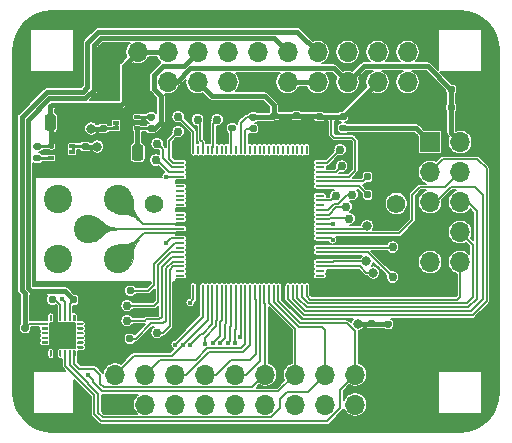
<source format=gtl>
G04 #@! TF.GenerationSoftware,KiCad,Pcbnew,(5.1.6)-1*
G04 #@! TF.CreationDate,2021-09-11T05:23:29-07:00*
G04 #@! TF.ProjectId,scum3c-devboard,7363756d-3363-42d6-9465-76626f617264,rev?*
G04 #@! TF.SameCoordinates,Original*
G04 #@! TF.FileFunction,Copper,L1,Top*
G04 #@! TF.FilePolarity,Positive*
%FSLAX46Y46*%
G04 Gerber Fmt 4.6, Leading zero omitted, Abs format (unit mm)*
G04 Created by KiCad (PCBNEW (5.1.6)-1) date 2021-09-11 05:23:29*
%MOMM*%
%LPD*%
G01*
G04 APERTURE LIST*
G04 #@! TA.AperFunction,ComponentPad*
%ADD10C,2.400000*%
G04 #@! TD*
G04 #@! TA.AperFunction,ComponentPad*
%ADD11C,1.574800*%
G04 #@! TD*
G04 #@! TA.AperFunction,ComponentPad*
%ADD12R,1.700000X1.700000*%
G04 #@! TD*
G04 #@! TA.AperFunction,ComponentPad*
%ADD13O,1.700000X1.700000*%
G04 #@! TD*
G04 #@! TA.AperFunction,SMDPad,CuDef*
%ADD14R,0.500000X0.300000*%
G04 #@! TD*
G04 #@! TA.AperFunction,ComponentPad*
%ADD15C,0.762000*%
G04 #@! TD*
G04 #@! TA.AperFunction,ComponentPad*
%ADD16C,0.568750*%
G04 #@! TD*
G04 #@! TA.AperFunction,SMDPad,CuDef*
%ADD17R,1.137500X1.137500*%
G04 #@! TD*
G04 #@! TA.AperFunction,SMDPad,CuDef*
%ADD18O,0.200000X0.800000*%
G04 #@! TD*
G04 #@! TA.AperFunction,SMDPad,CuDef*
%ADD19O,0.800000X0.200000*%
G04 #@! TD*
G04 #@! TA.AperFunction,ViaPad*
%ADD20C,0.406400*%
G04 #@! TD*
G04 #@! TA.AperFunction,ViaPad*
%ADD21C,0.812800*%
G04 #@! TD*
G04 #@! TA.AperFunction,Conductor*
%ADD22C,0.203200*%
G04 #@! TD*
G04 #@! TA.AperFunction,Conductor*
%ADD23C,0.406400*%
G04 #@! TD*
G04 #@! TA.AperFunction,Conductor*
%ADD24C,0.254000*%
G04 #@! TD*
G04 #@! TA.AperFunction,Conductor*
%ADD25C,0.127000*%
G04 #@! TD*
G04 #@! TA.AperFunction,Conductor*
%ADD26C,0.025400*%
G04 #@! TD*
G04 APERTURE END LIST*
D10*
G04 #@! TO.P,J4,1*
G04 #@! TO.N,/scumsheet/ANTENNA*
X82804000Y-69469000D03*
G04 #@! TO.P,J4,2*
G04 #@! TO.N,GND*
X80264000Y-66929000D03*
G04 #@! TO.P,J4,3*
X85344000Y-66929000D03*
G04 #@! TO.P,J4,4*
X80264000Y-72009000D03*
G04 #@! TO.P,J4,5*
X85344000Y-72009000D03*
G04 #@! TD*
D11*
G04 #@! TO.P,B1,2*
G04 #@! TO.N,+EXT_BAT*
X108889800Y-67310000D03*
G04 #@! TO.P,B1,1*
G04 #@! TO.N,GND*
X88392000Y-67310000D03*
G04 #@! TD*
D12*
G04 #@! TO.P,J1,1*
G04 #@! TO.N,GND*
X84455000Y-57023000D03*
D13*
G04 #@! TO.P,J1,2*
X84455000Y-54483000D03*
G04 #@! TO.P,J1,3*
X86995000Y-57023000D03*
G04 #@! TO.P,J1,4*
G04 #@! TO.N,+1.8V_REG*
X86995000Y-54483000D03*
G04 #@! TO.P,J1,5*
G04 #@! TO.N,+VBAT*
X89535000Y-57023000D03*
G04 #@! TO.P,J1,6*
G04 #@! TO.N,+1.8V_REG*
X89535000Y-54483000D03*
G04 #@! TO.P,J1,7*
G04 #@! TO.N,+VDDD*
X92075000Y-57023000D03*
G04 #@! TO.P,J1,8*
G04 #@! TO.N,+1.1V_REG*
X92075000Y-54483000D03*
G04 #@! TO.P,J1,9*
G04 #@! TO.N,+EXT_BAT*
X94615000Y-57023000D03*
G04 #@! TO.P,J1,10*
G04 #@! TO.N,/1.1V_IN*
X94615000Y-54483000D03*
G04 #@! TO.P,J1,11*
G04 #@! TO.N,GND*
X97155000Y-57023000D03*
G04 #@! TO.P,J1,12*
G04 #@! TO.N,+EXT_BAT*
X97155000Y-54483000D03*
G04 #@! TO.P,J1,13*
G04 #@! TO.N,+VDDIO*
X99695000Y-57023000D03*
G04 #@! TO.P,J1,14*
G04 #@! TO.N,/IMU_VDDIO*
X99695000Y-54483000D03*
G04 #@! TO.P,J1,15*
G04 #@! TO.N,+VDDIO*
X102235000Y-57023000D03*
G04 #@! TO.P,J1,16*
G04 #@! TO.N,/IMU_VDD*
X102235000Y-54483000D03*
G04 #@! TO.P,J1,17*
G04 #@! TO.N,+VBAT*
X104775000Y-57023000D03*
G04 #@! TO.P,J1,18*
G04 #@! TO.N,+VDDIO*
X104775000Y-54483000D03*
G04 #@! TO.P,J1,19*
G04 #@! TO.N,+VDDD*
X107315000Y-57023000D03*
G04 #@! TO.P,J1,20*
G04 #@! TO.N,/BOOT_SOURCE_SEL*
X107315000Y-54483000D03*
G04 #@! TO.P,J1,21*
G04 #@! TO.N,/SENSOR_EXT_IN*
X109855000Y-57023000D03*
G04 #@! TO.P,J1,22*
G04 #@! TO.N,/SENSOR_LDO_OUTPUT*
X109855000Y-54483000D03*
G04 #@! TD*
G04 #@! TO.P,R4,2*
G04 #@! TO.N,Net-(R4-Pad2)*
G04 #@! TA.AperFunction,SMDPad,CuDef*
G36*
G01*
X96601500Y-60665000D02*
X96946500Y-60665000D01*
G75*
G02*
X97094000Y-60812500I0J-147500D01*
G01*
X97094000Y-61107500D01*
G75*
G02*
X96946500Y-61255000I-147500J0D01*
G01*
X96601500Y-61255000D01*
G75*
G02*
X96454000Y-61107500I0J147500D01*
G01*
X96454000Y-60812500D01*
G75*
G02*
X96601500Y-60665000I147500J0D01*
G01*
G37*
G04 #@! TD.AperFunction*
G04 #@! TO.P,R4,1*
G04 #@! TO.N,+VDDD*
G04 #@! TA.AperFunction,SMDPad,CuDef*
G36*
G01*
X96601500Y-59695000D02*
X96946500Y-59695000D01*
G75*
G02*
X97094000Y-59842500I0J-147500D01*
G01*
X97094000Y-60137500D01*
G75*
G02*
X96946500Y-60285000I-147500J0D01*
G01*
X96601500Y-60285000D01*
G75*
G02*
X96454000Y-60137500I0J147500D01*
G01*
X96454000Y-59842500D01*
G75*
G02*
X96601500Y-59695000I147500J0D01*
G01*
G37*
G04 #@! TD.AperFunction*
G04 #@! TD*
D14*
G04 #@! TO.P,U3,6*
G04 #@! TO.N,/1.1V_IN*
X85177999Y-60952000D03*
G04 #@! TO.P,U3,5*
X85177999Y-60452000D03*
G04 #@! TO.P,U3,4*
G04 #@! TO.N,GND*
X85177999Y-59952000D03*
G04 #@! TO.P,U3,3*
G04 #@! TO.N,Net-(L2-Pad2)*
X86977999Y-59952000D03*
G04 #@! TO.P,U3,2*
G04 #@! TO.N,GND*
X86977999Y-60452000D03*
G04 #@! TO.P,U3,1*
G04 #@! TO.N,+1.1V_REG*
X86977999Y-60952000D03*
G04 #@! TD*
G04 #@! TO.P,U2,6*
G04 #@! TO.N,+EXT_BAT*
X81446001Y-62440999D03*
G04 #@! TO.P,U2,5*
X81446001Y-62940999D03*
G04 #@! TO.P,U2,4*
G04 #@! TO.N,GND*
X81446001Y-63440999D03*
G04 #@! TO.P,U2,3*
G04 #@! TO.N,Net-(L1-Pad2)*
X79646001Y-63440999D03*
G04 #@! TO.P,U2,2*
G04 #@! TO.N,GND*
X79646001Y-62940999D03*
G04 #@! TO.P,U2,1*
G04 #@! TO.N,+1.8V_REG*
X79646001Y-62440999D03*
G04 #@! TD*
G04 #@! TO.P,R3,2*
G04 #@! TO.N,GND*
G04 #@! TA.AperFunction,SMDPad,CuDef*
G36*
G01*
X102189500Y-60619000D02*
X102534500Y-60619000D01*
G75*
G02*
X102682000Y-60766500I0J-147500D01*
G01*
X102682000Y-61061500D01*
G75*
G02*
X102534500Y-61209000I-147500J0D01*
G01*
X102189500Y-61209000D01*
G75*
G02*
X102042000Y-61061500I0J147500D01*
G01*
X102042000Y-60766500D01*
G75*
G02*
X102189500Y-60619000I147500J0D01*
G01*
G37*
G04 #@! TD.AperFunction*
G04 #@! TO.P,R3,1*
G04 #@! TO.N,+VDDD*
G04 #@! TA.AperFunction,SMDPad,CuDef*
G36*
G01*
X102189500Y-59649000D02*
X102534500Y-59649000D01*
G75*
G02*
X102682000Y-59796500I0J-147500D01*
G01*
X102682000Y-60091500D01*
G75*
G02*
X102534500Y-60239000I-147500J0D01*
G01*
X102189500Y-60239000D01*
G75*
G02*
X102042000Y-60091500I0J147500D01*
G01*
X102042000Y-59796500D01*
G75*
G02*
X102189500Y-59649000I147500J0D01*
G01*
G37*
G04 #@! TD.AperFunction*
G04 #@! TD*
G04 #@! TO.P,R2,2*
G04 #@! TO.N,+VDDD*
G04 #@! TA.AperFunction,SMDPad,CuDef*
G36*
G01*
X104566500Y-60239000D02*
X104221500Y-60239000D01*
G75*
G02*
X104074000Y-60091500I0J147500D01*
G01*
X104074000Y-59796500D01*
G75*
G02*
X104221500Y-59649000I147500J0D01*
G01*
X104566500Y-59649000D01*
G75*
G02*
X104714000Y-59796500I0J-147500D01*
G01*
X104714000Y-60091500D01*
G75*
G02*
X104566500Y-60239000I-147500J0D01*
G01*
G37*
G04 #@! TD.AperFunction*
G04 #@! TO.P,R2,1*
G04 #@! TO.N,+NRF_VDDD*
G04 #@! TA.AperFunction,SMDPad,CuDef*
G36*
G01*
X104566500Y-61209000D02*
X104221500Y-61209000D01*
G75*
G02*
X104074000Y-61061500I0J147500D01*
G01*
X104074000Y-60766500D01*
G75*
G02*
X104221500Y-60619000I147500J0D01*
G01*
X104566500Y-60619000D01*
G75*
G02*
X104714000Y-60766500I0J-147500D01*
G01*
X104714000Y-61061500D01*
G75*
G02*
X104566500Y-61209000I-147500J0D01*
G01*
G37*
G04 #@! TD.AperFunction*
G04 #@! TD*
G04 #@! TO.P,C_1.8_OUT1,2*
G04 #@! TO.N,+1.8V_REG*
G04 #@! TA.AperFunction,SMDPad,CuDef*
G36*
G01*
X80091000Y-59995750D02*
X80091000Y-60908250D01*
G75*
G02*
X79847250Y-61152000I-243750J0D01*
G01*
X79359750Y-61152000D01*
G75*
G02*
X79116000Y-60908250I0J243750D01*
G01*
X79116000Y-59995750D01*
G75*
G02*
X79359750Y-59752000I243750J0D01*
G01*
X79847250Y-59752000D01*
G75*
G02*
X80091000Y-59995750I0J-243750D01*
G01*
G37*
G04 #@! TD.AperFunction*
G04 #@! TO.P,C_1.8_OUT1,1*
G04 #@! TO.N,GND*
G04 #@! TA.AperFunction,SMDPad,CuDef*
G36*
G01*
X81966000Y-59995750D02*
X81966000Y-60908250D01*
G75*
G02*
X81722250Y-61152000I-243750J0D01*
G01*
X81234750Y-61152000D01*
G75*
G02*
X80991000Y-60908250I0J243750D01*
G01*
X80991000Y-59995750D01*
G75*
G02*
X81234750Y-59752000I243750J0D01*
G01*
X81722250Y-59752000D01*
G75*
G02*
X81966000Y-59995750I0J-243750D01*
G01*
G37*
G04 #@! TD.AperFunction*
G04 #@! TD*
G04 #@! TO.P,C_1.1_OUT1,2*
G04 #@! TO.N,+1.1V_REG*
G04 #@! TA.AperFunction,SMDPad,CuDef*
G36*
G01*
X86507500Y-63448250D02*
X86507500Y-62535750D01*
G75*
G02*
X86751250Y-62292000I243750J0D01*
G01*
X87238750Y-62292000D01*
G75*
G02*
X87482500Y-62535750I0J-243750D01*
G01*
X87482500Y-63448250D01*
G75*
G02*
X87238750Y-63692000I-243750J0D01*
G01*
X86751250Y-63692000D01*
G75*
G02*
X86507500Y-63448250I0J243750D01*
G01*
G37*
G04 #@! TD.AperFunction*
G04 #@! TO.P,C_1.1_OUT1,1*
G04 #@! TO.N,GND*
G04 #@! TA.AperFunction,SMDPad,CuDef*
G36*
G01*
X84632500Y-63448250D02*
X84632500Y-62535750D01*
G75*
G02*
X84876250Y-62292000I243750J0D01*
G01*
X85363750Y-62292000D01*
G75*
G02*
X85607500Y-62535750I0J-243750D01*
G01*
X85607500Y-63448250D01*
G75*
G02*
X85363750Y-63692000I-243750J0D01*
G01*
X84876250Y-63692000D01*
G75*
G02*
X84632500Y-63448250I0J243750D01*
G01*
G37*
G04 #@! TD.AperFunction*
G04 #@! TD*
G04 #@! TO.P,L2,2*
G04 #@! TO.N,Net-(L2-Pad2)*
G04 #@! TA.AperFunction,SMDPad,CuDef*
G36*
G01*
X88310500Y-60285000D02*
X87965500Y-60285000D01*
G75*
G02*
X87818000Y-60137500I0J147500D01*
G01*
X87818000Y-59842500D01*
G75*
G02*
X87965500Y-59695000I147500J0D01*
G01*
X88310500Y-59695000D01*
G75*
G02*
X88458000Y-59842500I0J-147500D01*
G01*
X88458000Y-60137500D01*
G75*
G02*
X88310500Y-60285000I-147500J0D01*
G01*
G37*
G04 #@! TD.AperFunction*
G04 #@! TO.P,L2,1*
G04 #@! TO.N,+1.1V_REG*
G04 #@! TA.AperFunction,SMDPad,CuDef*
G36*
G01*
X88310500Y-61255000D02*
X87965500Y-61255000D01*
G75*
G02*
X87818000Y-61107500I0J147500D01*
G01*
X87818000Y-60812500D01*
G75*
G02*
X87965500Y-60665000I147500J0D01*
G01*
X88310500Y-60665000D01*
G75*
G02*
X88458000Y-60812500I0J-147500D01*
G01*
X88458000Y-61107500D01*
G75*
G02*
X88310500Y-61255000I-147500J0D01*
G01*
G37*
G04 #@! TD.AperFunction*
G04 #@! TD*
G04 #@! TO.P,L1,2*
G04 #@! TO.N,Net-(L1-Pad2)*
G04 #@! TA.AperFunction,SMDPad,CuDef*
G36*
G01*
X78313500Y-63159000D02*
X78658500Y-63159000D01*
G75*
G02*
X78806000Y-63306500I0J-147500D01*
G01*
X78806000Y-63601500D01*
G75*
G02*
X78658500Y-63749000I-147500J0D01*
G01*
X78313500Y-63749000D01*
G75*
G02*
X78166000Y-63601500I0J147500D01*
G01*
X78166000Y-63306500D01*
G75*
G02*
X78313500Y-63159000I147500J0D01*
G01*
G37*
G04 #@! TD.AperFunction*
G04 #@! TO.P,L1,1*
G04 #@! TO.N,+1.8V_REG*
G04 #@! TA.AperFunction,SMDPad,CuDef*
G36*
G01*
X78313500Y-62189000D02*
X78658500Y-62189000D01*
G75*
G02*
X78806000Y-62336500I0J-147500D01*
G01*
X78806000Y-62631500D01*
G75*
G02*
X78658500Y-62779000I-147500J0D01*
G01*
X78313500Y-62779000D01*
G75*
G02*
X78166000Y-62631500I0J147500D01*
G01*
X78166000Y-62336500D01*
G75*
G02*
X78313500Y-62189000I147500J0D01*
G01*
G37*
G04 #@! TD.AperFunction*
G04 #@! TD*
D13*
G04 #@! TO.P,J3,10*
G04 #@! TO.N,/3WB_DATA*
X114300000Y-72263000D03*
G04 #@! TO.P,J3,9*
G04 #@! TO.N,/GPIO2*
X111760000Y-72263000D03*
G04 #@! TO.P,J3,8*
G04 #@! TO.N,/3WB_ENB*
X114300000Y-69723000D03*
G04 #@! TO.P,J3,7*
G04 #@! TO.N,GND*
X111760000Y-69723000D03*
G04 #@! TO.P,J3,6*
G04 #@! TO.N,/3WB_CLK*
X114300000Y-67183000D03*
G04 #@! TO.P,J3,5*
G04 #@! TO.N,/RsRx*
X111760000Y-67183000D03*
G04 #@! TO.P,J3,4*
G04 #@! TO.N,/HARD_RESET*
X114300000Y-64643000D03*
G04 #@! TO.P,J3,3*
G04 #@! TO.N,/RsTx*
X111760000Y-64643000D03*
G04 #@! TO.P,J3,2*
G04 #@! TO.N,+VBAT*
X114300000Y-62103000D03*
D12*
G04 #@! TO.P,J3,1*
G04 #@! TO.N,+NRF_VDDD*
X111760000Y-62103000D03*
G04 #@! TD*
G04 #@! TO.P,C_1.1_IN1,2*
G04 #@! TO.N,GND*
G04 #@! TA.AperFunction,SMDPad,CuDef*
G36*
G01*
X84246500Y-60285000D02*
X83901500Y-60285000D01*
G75*
G02*
X83754000Y-60137500I0J147500D01*
G01*
X83754000Y-59842500D01*
G75*
G02*
X83901500Y-59695000I147500J0D01*
G01*
X84246500Y-59695000D01*
G75*
G02*
X84394000Y-59842500I0J-147500D01*
G01*
X84394000Y-60137500D01*
G75*
G02*
X84246500Y-60285000I-147500J0D01*
G01*
G37*
G04 #@! TD.AperFunction*
G04 #@! TO.P,C_1.1_IN1,1*
G04 #@! TO.N,/1.1V_IN*
G04 #@! TA.AperFunction,SMDPad,CuDef*
G36*
G01*
X84246500Y-61255000D02*
X83901500Y-61255000D01*
G75*
G02*
X83754000Y-61107500I0J147500D01*
G01*
X83754000Y-60812500D01*
G75*
G02*
X83901500Y-60665000I147500J0D01*
G01*
X84246500Y-60665000D01*
G75*
G02*
X84394000Y-60812500I0J-147500D01*
G01*
X84394000Y-61107500D01*
G75*
G02*
X84246500Y-61255000I-147500J0D01*
G01*
G37*
G04 #@! TD.AperFunction*
G04 #@! TD*
G04 #@! TO.P,C_1.8_IN1,2*
G04 #@! TO.N,GND*
G04 #@! TA.AperFunction,SMDPad,CuDef*
G36*
G01*
X82377500Y-63159000D02*
X82722500Y-63159000D01*
G75*
G02*
X82870000Y-63306500I0J-147500D01*
G01*
X82870000Y-63601500D01*
G75*
G02*
X82722500Y-63749000I-147500J0D01*
G01*
X82377500Y-63749000D01*
G75*
G02*
X82230000Y-63601500I0J147500D01*
G01*
X82230000Y-63306500D01*
G75*
G02*
X82377500Y-63159000I147500J0D01*
G01*
G37*
G04 #@! TD.AperFunction*
G04 #@! TO.P,C_1.8_IN1,1*
G04 #@! TO.N,+EXT_BAT*
G04 #@! TA.AperFunction,SMDPad,CuDef*
G36*
G01*
X82377500Y-62189000D02*
X82722500Y-62189000D01*
G75*
G02*
X82870000Y-62336500I0J-147500D01*
G01*
X82870000Y-62631500D01*
G75*
G02*
X82722500Y-62779000I-147500J0D01*
G01*
X82377500Y-62779000D01*
G75*
G02*
X82230000Y-62631500I0J147500D01*
G01*
X82230000Y-62336500D01*
G75*
G02*
X82377500Y-62189000I147500J0D01*
G01*
G37*
G04 #@! TD.AperFunction*
G04 #@! TD*
D15*
G04 #@! TO.P,J21,1*
G04 #@! TO.N,Net-(J21-Pad1)*
X108585000Y-70993000D03*
G04 #@! TD*
G04 #@! TO.P,J20,1*
G04 #@! TO.N,Net-(J20-Pad1)*
X104140000Y-62738000D03*
G04 #@! TD*
G04 #@! TO.P,J19,1*
G04 #@! TO.N,Net-(J19-Pad1)*
X93726000Y-60198000D03*
G04 #@! TD*
G04 #@! TO.P,J18,1*
G04 #@! TO.N,Net-(J18-Pad1)*
X92075000Y-60198000D03*
G04 #@! TD*
G04 #@! TO.P,J14,1*
G04 #@! TO.N,Net-(J14-Pad1)*
X90424000Y-59944000D03*
G04 #@! TD*
G04 #@! TO.P,J12,1*
G04 #@! TO.N,Net-(J12-Pad1)*
X86106000Y-77216000D03*
G04 #@! TD*
G04 #@! TO.P,J17,1*
G04 #@! TO.N,Net-(J17-Pad1)*
X108585000Y-73533000D03*
G04 #@! TD*
G04 #@! TO.P,J16,1*
G04 #@! TO.N,Net-(J16-Pad1)*
X105156000Y-66548000D03*
G04 #@! TD*
G04 #@! TO.P,J15,1*
G04 #@! TO.N,Net-(J15-Pad1)*
X103759000Y-66675000D03*
G04 #@! TD*
G04 #@! TO.P,J13,1*
G04 #@! TO.N,Net-(J13-Pad1)*
X88646000Y-78232000D03*
G04 #@! TD*
G04 #@! TO.P,J11,1*
G04 #@! TO.N,Net-(J11-Pad1)*
X86106000Y-75946000D03*
G04 #@! TD*
G04 #@! TO.P,J10,1*
G04 #@! TO.N,Net-(J10-Pad1)*
X104648000Y-67564000D03*
G04 #@! TD*
G04 #@! TO.P,J9,1*
G04 #@! TO.N,Net-(J9-Pad1)*
X104902000Y-68580000D03*
G04 #@! TD*
G04 #@! TO.P,J8,1*
G04 #@! TO.N,Net-(J8-Pad1)*
X88519000Y-63627000D03*
G04 #@! TD*
G04 #@! TO.P,J7,1*
G04 #@! TO.N,Net-(J7-Pad1)*
X88646000Y-62230000D03*
G04 #@! TD*
G04 #@! TO.P,J6,1*
G04 #@! TO.N,Net-(J6-Pad1)*
X90424000Y-61214000D03*
G04 #@! TD*
G04 #@! TO.P,J5,1*
G04 #@! TO.N,Net-(J5-Pad1)*
X104267000Y-64135000D03*
G04 #@! TD*
G04 #@! TO.P,GND6,1*
G04 #@! TO.N,GND*
X106680000Y-59944000D03*
G04 #@! TD*
G04 #@! TO.P,GND5,1*
G04 #@! TO.N,GND*
X106680000Y-74422000D03*
G04 #@! TD*
G04 #@! TO.P,GND4,1*
G04 #@! TO.N,GND*
X107188000Y-62992000D03*
G04 #@! TD*
G04 #@! TO.P,GND3,1*
G04 #@! TO.N,GND*
X90678000Y-76962000D03*
G04 #@! TD*
G04 #@! TO.P,GND2,1*
G04 #@! TO.N,GND*
X84328000Y-76708000D03*
G04 #@! TD*
G04 #@! TO.P,GND1,1*
G04 #@! TO.N,GND*
X98552000Y-77724000D03*
G04 #@! TD*
G04 #@! TO.P,R1,2*
G04 #@! TO.N,GND*
G04 #@! TA.AperFunction,SMDPad,CuDef*
G36*
G01*
X107147000Y-65196500D02*
X107147000Y-64851500D01*
G75*
G02*
X107294500Y-64704000I147500J0D01*
G01*
X107589500Y-64704000D01*
G75*
G02*
X107737000Y-64851500I0J-147500D01*
G01*
X107737000Y-65196500D01*
G75*
G02*
X107589500Y-65344000I-147500J0D01*
G01*
X107294500Y-65344000D01*
G75*
G02*
X107147000Y-65196500I0J147500D01*
G01*
G37*
G04 #@! TD.AperFunction*
G04 #@! TO.P,R1,1*
G04 #@! TO.N,/scumsheet/VDDD_DISABLE*
G04 #@! TA.AperFunction,SMDPad,CuDef*
G36*
G01*
X106177000Y-65196500D02*
X106177000Y-64851500D01*
G75*
G02*
X106324500Y-64704000I147500J0D01*
G01*
X106619500Y-64704000D01*
G75*
G02*
X106767000Y-64851500I0J-147500D01*
G01*
X106767000Y-65196500D01*
G75*
G02*
X106619500Y-65344000I-147500J0D01*
G01*
X106324500Y-65344000D01*
G75*
G02*
X106177000Y-65196500I0J147500D01*
G01*
G37*
G04 #@! TD.AperFunction*
G04 #@! TD*
G04 #@! TO.P,C13,2*
G04 #@! TO.N,+VDDD*
G04 #@! TA.AperFunction,SMDPad,CuDef*
G36*
G01*
X100629500Y-60158000D02*
X100284500Y-60158000D01*
G75*
G02*
X100137000Y-60010500I0J147500D01*
G01*
X100137000Y-59715500D01*
G75*
G02*
X100284500Y-59568000I147500J0D01*
G01*
X100629500Y-59568000D01*
G75*
G02*
X100777000Y-59715500I0J-147500D01*
G01*
X100777000Y-60010500D01*
G75*
G02*
X100629500Y-60158000I-147500J0D01*
G01*
G37*
G04 #@! TD.AperFunction*
G04 #@! TO.P,C13,1*
G04 #@! TO.N,GND*
G04 #@! TA.AperFunction,SMDPad,CuDef*
G36*
G01*
X100629500Y-61128000D02*
X100284500Y-61128000D01*
G75*
G02*
X100137000Y-60980500I0J147500D01*
G01*
X100137000Y-60685500D01*
G75*
G02*
X100284500Y-60538000I147500J0D01*
G01*
X100629500Y-60538000D01*
G75*
G02*
X100777000Y-60685500I0J-147500D01*
G01*
X100777000Y-60980500D01*
G75*
G02*
X100629500Y-61128000I-147500J0D01*
G01*
G37*
G04 #@! TD.AperFunction*
G04 #@! TD*
G04 #@! TO.P,C12,2*
G04 #@! TO.N,+VDDD*
G04 #@! TA.AperFunction,SMDPad,CuDef*
G36*
G01*
X98724500Y-60158000D02*
X98379500Y-60158000D01*
G75*
G02*
X98232000Y-60010500I0J147500D01*
G01*
X98232000Y-59715500D01*
G75*
G02*
X98379500Y-59568000I147500J0D01*
G01*
X98724500Y-59568000D01*
G75*
G02*
X98872000Y-59715500I0J-147500D01*
G01*
X98872000Y-60010500D01*
G75*
G02*
X98724500Y-60158000I-147500J0D01*
G01*
G37*
G04 #@! TD.AperFunction*
G04 #@! TO.P,C12,1*
G04 #@! TO.N,GND*
G04 #@! TA.AperFunction,SMDPad,CuDef*
G36*
G01*
X98724500Y-61128000D02*
X98379500Y-61128000D01*
G75*
G02*
X98232000Y-60980500I0J147500D01*
G01*
X98232000Y-60685500D01*
G75*
G02*
X98379500Y-60538000I147500J0D01*
G01*
X98724500Y-60538000D01*
G75*
G02*
X98872000Y-60685500I0J-147500D01*
G01*
X98872000Y-60980500D01*
G75*
G02*
X98724500Y-61128000I-147500J0D01*
G01*
G37*
G04 #@! TD.AperFunction*
G04 #@! TD*
G04 #@! TO.P,C11,2*
G04 #@! TO.N,/scumsheet/AUX_LDO_OUTPUT*
G04 #@! TA.AperFunction,SMDPad,CuDef*
G36*
G01*
X106767000Y-66375500D02*
X106767000Y-66720500D01*
G75*
G02*
X106619500Y-66868000I-147500J0D01*
G01*
X106324500Y-66868000D01*
G75*
G02*
X106177000Y-66720500I0J147500D01*
G01*
X106177000Y-66375500D01*
G75*
G02*
X106324500Y-66228000I147500J0D01*
G01*
X106619500Y-66228000D01*
G75*
G02*
X106767000Y-66375500I0J-147500D01*
G01*
G37*
G04 #@! TD.AperFunction*
G04 #@! TO.P,C11,1*
G04 #@! TO.N,GND*
G04 #@! TA.AperFunction,SMDPad,CuDef*
G36*
G01*
X107737000Y-66375500D02*
X107737000Y-66720500D01*
G75*
G02*
X107589500Y-66868000I-147500J0D01*
G01*
X107294500Y-66868000D01*
G75*
G02*
X107147000Y-66720500I0J147500D01*
G01*
X107147000Y-66375500D01*
G75*
G02*
X107294500Y-66228000I147500J0D01*
G01*
X107589500Y-66228000D01*
G75*
G02*
X107737000Y-66375500I0J-147500D01*
G01*
G37*
G04 #@! TD.AperFunction*
G04 #@! TD*
G04 #@! TO.P,C10,2*
G04 #@! TO.N,GND*
G04 #@! TA.AperFunction,SMDPad,CuDef*
G36*
G01*
X95168500Y-60239000D02*
X94823500Y-60239000D01*
G75*
G02*
X94676000Y-60091500I0J147500D01*
G01*
X94676000Y-59796500D01*
G75*
G02*
X94823500Y-59649000I147500J0D01*
G01*
X95168500Y-59649000D01*
G75*
G02*
X95316000Y-59796500I0J-147500D01*
G01*
X95316000Y-60091500D01*
G75*
G02*
X95168500Y-60239000I-147500J0D01*
G01*
G37*
G04 #@! TD.AperFunction*
G04 #@! TO.P,C10,1*
G04 #@! TO.N,+VDDAO*
G04 #@! TA.AperFunction,SMDPad,CuDef*
G36*
G01*
X95168500Y-61209000D02*
X94823500Y-61209000D01*
G75*
G02*
X94676000Y-61061500I0J147500D01*
G01*
X94676000Y-60766500D01*
G75*
G02*
X94823500Y-60619000I147500J0D01*
G01*
X95168500Y-60619000D01*
G75*
G02*
X95316000Y-60766500I0J-147500D01*
G01*
X95316000Y-61061500D01*
G75*
G02*
X95168500Y-61209000I-147500J0D01*
G01*
G37*
G04 #@! TD.AperFunction*
G04 #@! TD*
G04 #@! TO.P,C9,2*
G04 #@! TO.N,GND*
G04 #@! TA.AperFunction,SMDPad,CuDef*
G36*
G01*
X108031500Y-78191000D02*
X108376500Y-78191000D01*
G75*
G02*
X108524000Y-78338500I0J-147500D01*
G01*
X108524000Y-78633500D01*
G75*
G02*
X108376500Y-78781000I-147500J0D01*
G01*
X108031500Y-78781000D01*
G75*
G02*
X107884000Y-78633500I0J147500D01*
G01*
X107884000Y-78338500D01*
G75*
G02*
X108031500Y-78191000I147500J0D01*
G01*
G37*
G04 #@! TD.AperFunction*
G04 #@! TO.P,C9,1*
G04 #@! TO.N,+VDDIO*
G04 #@! TA.AperFunction,SMDPad,CuDef*
G36*
G01*
X108031500Y-77221000D02*
X108376500Y-77221000D01*
G75*
G02*
X108524000Y-77368500I0J-147500D01*
G01*
X108524000Y-77663500D01*
G75*
G02*
X108376500Y-77811000I-147500J0D01*
G01*
X108031500Y-77811000D01*
G75*
G02*
X107884000Y-77663500I0J147500D01*
G01*
X107884000Y-77368500D01*
G75*
G02*
X108031500Y-77221000I147500J0D01*
G01*
G37*
G04 #@! TD.AperFunction*
G04 #@! TD*
G04 #@! TO.P,C8,2*
G04 #@! TO.N,GND*
G04 #@! TA.AperFunction,SMDPad,CuDef*
G36*
G01*
X106634500Y-78145000D02*
X106979500Y-78145000D01*
G75*
G02*
X107127000Y-78292500I0J-147500D01*
G01*
X107127000Y-78587500D01*
G75*
G02*
X106979500Y-78735000I-147500J0D01*
G01*
X106634500Y-78735000D01*
G75*
G02*
X106487000Y-78587500I0J147500D01*
G01*
X106487000Y-78292500D01*
G75*
G02*
X106634500Y-78145000I147500J0D01*
G01*
G37*
G04 #@! TD.AperFunction*
G04 #@! TO.P,C8,1*
G04 #@! TO.N,+VDDIO*
G04 #@! TA.AperFunction,SMDPad,CuDef*
G36*
G01*
X106634500Y-77175000D02*
X106979500Y-77175000D01*
G75*
G02*
X107127000Y-77322500I0J-147500D01*
G01*
X107127000Y-77617500D01*
G75*
G02*
X106979500Y-77765000I-147500J0D01*
G01*
X106634500Y-77765000D01*
G75*
G02*
X106487000Y-77617500I0J147500D01*
G01*
X106487000Y-77322500D01*
G75*
G02*
X106634500Y-77175000I147500J0D01*
G01*
G37*
G04 #@! TD.AperFunction*
G04 #@! TD*
G04 #@! TO.P,C7,2*
G04 #@! TO.N,GND*
G04 #@! TA.AperFunction,SMDPad,CuDef*
G36*
G01*
X114213000Y-59354500D02*
X114213000Y-59009500D01*
G75*
G02*
X114360500Y-58862000I147500J0D01*
G01*
X114655500Y-58862000D01*
G75*
G02*
X114803000Y-59009500I0J-147500D01*
G01*
X114803000Y-59354500D01*
G75*
G02*
X114655500Y-59502000I-147500J0D01*
G01*
X114360500Y-59502000D01*
G75*
G02*
X114213000Y-59354500I0J147500D01*
G01*
G37*
G04 #@! TD.AperFunction*
G04 #@! TO.P,C7,1*
G04 #@! TO.N,+VBAT*
G04 #@! TA.AperFunction,SMDPad,CuDef*
G36*
G01*
X113243000Y-59354500D02*
X113243000Y-59009500D01*
G75*
G02*
X113390500Y-58862000I147500J0D01*
G01*
X113685500Y-58862000D01*
G75*
G02*
X113833000Y-59009500I0J-147500D01*
G01*
X113833000Y-59354500D01*
G75*
G02*
X113685500Y-59502000I-147500J0D01*
G01*
X113390500Y-59502000D01*
G75*
G02*
X113243000Y-59354500I0J147500D01*
G01*
G37*
G04 #@! TD.AperFunction*
G04 #@! TD*
G04 #@! TO.P,C6,2*
G04 #@! TO.N,GND*
G04 #@! TA.AperFunction,SMDPad,CuDef*
G36*
G01*
X114213000Y-57830500D02*
X114213000Y-57485500D01*
G75*
G02*
X114360500Y-57338000I147500J0D01*
G01*
X114655500Y-57338000D01*
G75*
G02*
X114803000Y-57485500I0J-147500D01*
G01*
X114803000Y-57830500D01*
G75*
G02*
X114655500Y-57978000I-147500J0D01*
G01*
X114360500Y-57978000D01*
G75*
G02*
X114213000Y-57830500I0J147500D01*
G01*
G37*
G04 #@! TD.AperFunction*
G04 #@! TO.P,C6,1*
G04 #@! TO.N,+VBAT*
G04 #@! TA.AperFunction,SMDPad,CuDef*
G36*
G01*
X113243000Y-57830500D02*
X113243000Y-57485500D01*
G75*
G02*
X113390500Y-57338000I147500J0D01*
G01*
X113685500Y-57338000D01*
G75*
G02*
X113833000Y-57485500I0J-147500D01*
G01*
X113833000Y-57830500D01*
G75*
G02*
X113685500Y-57978000I-147500J0D01*
G01*
X113390500Y-57978000D01*
G75*
G02*
X113243000Y-57830500I0J147500D01*
G01*
G37*
G04 #@! TD.AperFunction*
G04 #@! TD*
G04 #@! TO.P,C5,2*
G04 #@! TO.N,GND*
G04 #@! TA.AperFunction,SMDPad,CuDef*
G36*
G01*
X85685000Y-74503500D02*
X85685000Y-74848500D01*
G75*
G02*
X85537500Y-74996000I-147500J0D01*
G01*
X85242500Y-74996000D01*
G75*
G02*
X85095000Y-74848500I0J147500D01*
G01*
X85095000Y-74503500D01*
G75*
G02*
X85242500Y-74356000I147500J0D01*
G01*
X85537500Y-74356000D01*
G75*
G02*
X85685000Y-74503500I0J-147500D01*
G01*
G37*
G04 #@! TD.AperFunction*
G04 #@! TO.P,C5,1*
G04 #@! TO.N,/scumsheet/PA_LDO_OUTPUT*
G04 #@! TA.AperFunction,SMDPad,CuDef*
G36*
G01*
X86655000Y-74503500D02*
X86655000Y-74848500D01*
G75*
G02*
X86507500Y-74996000I-147500J0D01*
G01*
X86212500Y-74996000D01*
G75*
G02*
X86065000Y-74848500I0J147500D01*
G01*
X86065000Y-74503500D01*
G75*
G02*
X86212500Y-74356000I147500J0D01*
G01*
X86507500Y-74356000D01*
G75*
G02*
X86655000Y-74503500I0J-147500D01*
G01*
G37*
G04 #@! TD.AperFunction*
G04 #@! TD*
G04 #@! TO.P,C4,2*
G04 #@! TO.N,GND*
G04 #@! TA.AperFunction,SMDPad,CuDef*
G36*
G01*
X85662000Y-78567500D02*
X85662000Y-78912500D01*
G75*
G02*
X85514500Y-79060000I-147500J0D01*
G01*
X85219500Y-79060000D01*
G75*
G02*
X85072000Y-78912500I0J147500D01*
G01*
X85072000Y-78567500D01*
G75*
G02*
X85219500Y-78420000I147500J0D01*
G01*
X85514500Y-78420000D01*
G75*
G02*
X85662000Y-78567500I0J-147500D01*
G01*
G37*
G04 #@! TD.AperFunction*
G04 #@! TO.P,C4,1*
G04 #@! TO.N,/scumsheet/LO_LDO_OUTPUT*
G04 #@! TA.AperFunction,SMDPad,CuDef*
G36*
G01*
X86632000Y-78567500D02*
X86632000Y-78912500D01*
G75*
G02*
X86484500Y-79060000I-147500J0D01*
G01*
X86189500Y-79060000D01*
G75*
G02*
X86042000Y-78912500I0J147500D01*
G01*
X86042000Y-78567500D01*
G75*
G02*
X86189500Y-78420000I147500J0D01*
G01*
X86484500Y-78420000D01*
G75*
G02*
X86632000Y-78567500I0J-147500D01*
G01*
G37*
G04 #@! TD.AperFunction*
G04 #@! TD*
D13*
G04 #@! TO.P,J2,20*
G04 #@! TO.N,GND*
X107950000Y-81788000D03*
G04 #@! TO.P,J2,19*
X107950000Y-84328000D03*
G04 #@! TO.P,J2,18*
G04 #@! TO.N,/GPIO15*
X105410000Y-81788000D03*
G04 #@! TO.P,J2,17*
G04 #@! TO.N,/GPIO7*
X105410000Y-84328000D03*
G04 #@! TO.P,J2,16*
G04 #@! TO.N,/GPIO14*
X102870000Y-81788000D03*
G04 #@! TO.P,J2,15*
G04 #@! TO.N,/GPIO6*
X102870000Y-84328000D03*
G04 #@! TO.P,J2,14*
G04 #@! TO.N,/GPIO13*
X100330000Y-81788000D03*
G04 #@! TO.P,J2,13*
G04 #@! TO.N,/GPIO5*
X100330000Y-84328000D03*
G04 #@! TO.P,J2,12*
G04 #@! TO.N,/GPIO12*
X97790000Y-81788000D03*
G04 #@! TO.P,J2,11*
G04 #@! TO.N,/GPIO4*
X97790000Y-84328000D03*
G04 #@! TO.P,J2,10*
G04 #@! TO.N,/GPIO11*
X95250000Y-81788000D03*
G04 #@! TO.P,J2,9*
G04 #@! TO.N,/GPIO3*
X95250000Y-84328000D03*
G04 #@! TO.P,J2,8*
G04 #@! TO.N,/GPIO10*
X92710000Y-81788000D03*
G04 #@! TO.P,J2,7*
G04 #@! TO.N,/GPIO2*
X92710000Y-84328000D03*
G04 #@! TO.P,J2,6*
G04 #@! TO.N,/GPIO9*
X90170000Y-81788000D03*
G04 #@! TO.P,J2,5*
G04 #@! TO.N,/GPIO1*
X90170000Y-84328000D03*
G04 #@! TO.P,J2,4*
G04 #@! TO.N,/GPIO8*
X87630000Y-81788000D03*
G04 #@! TO.P,J2,3*
G04 #@! TO.N,/GPIO0*
X87630000Y-84328000D03*
G04 #@! TO.P,J2,2*
G04 #@! TO.N,/GPIO1*
X85090000Y-81788000D03*
D12*
G04 #@! TO.P,J2,1*
G04 #@! TO.N,GND*
X85090000Y-84328000D03*
G04 #@! TD*
D16*
G04 #@! TO.P,U1,101*
G04 #@! TO.N,GND*
X100501250Y-72619250D03*
X100501250Y-71481750D03*
X100501250Y-70344250D03*
X100501250Y-69206750D03*
X100501250Y-68069250D03*
X100501250Y-66931750D03*
X100501250Y-65794250D03*
X100501250Y-64656750D03*
X99363750Y-72619250D03*
X99363750Y-71481750D03*
X99363750Y-70344250D03*
X99363750Y-69206750D03*
X99363750Y-68069250D03*
X99363750Y-66931750D03*
X99363750Y-65794250D03*
X99363750Y-64656750D03*
X98226250Y-72619250D03*
X98226250Y-71481750D03*
X98226250Y-70344250D03*
X98226250Y-69206750D03*
X98226250Y-68069250D03*
X98226250Y-66931750D03*
X98226250Y-65794250D03*
X98226250Y-64656750D03*
X97088750Y-72619250D03*
X97088750Y-71481750D03*
X97088750Y-70344250D03*
X97088750Y-69206750D03*
X97088750Y-68069250D03*
X97088750Y-66931750D03*
X97088750Y-65794250D03*
X97088750Y-64656750D03*
X95951250Y-72619250D03*
X95951250Y-71481750D03*
X95951250Y-70344250D03*
X95951250Y-69206750D03*
X95951250Y-68069250D03*
X95951250Y-66931750D03*
X95951250Y-65794250D03*
X95951250Y-64656750D03*
X94813750Y-72619250D03*
X94813750Y-71481750D03*
X94813750Y-70344250D03*
X94813750Y-69206750D03*
X94813750Y-68069250D03*
X94813750Y-66931750D03*
X94813750Y-65794250D03*
X94813750Y-64656750D03*
X93676250Y-72619250D03*
X93676250Y-71481750D03*
X93676250Y-70344250D03*
X93676250Y-69206750D03*
X93676250Y-68069250D03*
X93676250Y-66931750D03*
X93676250Y-65794250D03*
X93676250Y-64656750D03*
X92538750Y-72619250D03*
X92538750Y-71481750D03*
X92538750Y-70344250D03*
X92538750Y-69206750D03*
X92538750Y-68069250D03*
X92538750Y-66931750D03*
X92538750Y-65794250D03*
X92538750Y-64656750D03*
D17*
X100501250Y-72619250D03*
X100501250Y-71481750D03*
X100501250Y-70344250D03*
X100501250Y-69206750D03*
X100501250Y-68069250D03*
X100501250Y-66931750D03*
X100501250Y-65794250D03*
X100501250Y-64656750D03*
X99363750Y-72619250D03*
X99363750Y-71481750D03*
X99363750Y-70344250D03*
X99363750Y-69206750D03*
X99363750Y-68069250D03*
X99363750Y-66931750D03*
X99363750Y-65794250D03*
X99363750Y-64656750D03*
X98226250Y-72619250D03*
X98226250Y-71481750D03*
X98226250Y-70344250D03*
X98226250Y-69206750D03*
X98226250Y-68069250D03*
X98226250Y-66931750D03*
X98226250Y-65794250D03*
X98226250Y-64656750D03*
X97088750Y-72619250D03*
X97088750Y-71481750D03*
X97088750Y-70344250D03*
X97088750Y-69206750D03*
X97088750Y-68069250D03*
X97088750Y-66931750D03*
X97088750Y-65794250D03*
X97088750Y-64656750D03*
X95951250Y-72619250D03*
X95951250Y-71481750D03*
X95951250Y-70344250D03*
X95951250Y-69206750D03*
X95951250Y-68069250D03*
X95951250Y-66931750D03*
X95951250Y-65794250D03*
X95951250Y-64656750D03*
X94813750Y-72619250D03*
X94813750Y-71481750D03*
X94813750Y-70344250D03*
X94813750Y-69206750D03*
X94813750Y-68069250D03*
X94813750Y-66931750D03*
X94813750Y-65794250D03*
X94813750Y-64656750D03*
X93676250Y-72619250D03*
X93676250Y-71481750D03*
X93676250Y-70344250D03*
X93676250Y-69206750D03*
X93676250Y-68069250D03*
X93676250Y-66931750D03*
X93676250Y-65794250D03*
X93676250Y-64656750D03*
X92538750Y-72619250D03*
X92538750Y-71481750D03*
X92538750Y-70344250D03*
X92538750Y-69206750D03*
X92538750Y-68069250D03*
X92538750Y-66931750D03*
X92538750Y-65794250D03*
X92538750Y-64656750D03*
D18*
G04 #@! TO.P,U1,100*
G04 #@! TO.N,Net-(J14-Pad1)*
X91720000Y-62738000D03*
G04 #@! TO.P,U1,99*
G04 #@! TO.N,N/C*
X92120000Y-62738000D03*
G04 #@! TO.P,U1,98*
G04 #@! TO.N,Net-(J18-Pad1)*
X92520000Y-62738000D03*
G04 #@! TO.P,U1,97*
G04 #@! TO.N,N/C*
X92920000Y-62738000D03*
G04 #@! TO.P,U1,96*
G04 #@! TO.N,Net-(J19-Pad1)*
X93320000Y-62738000D03*
G04 #@! TO.P,U1,95*
G04 #@! TO.N,N/C*
X93720000Y-62738000D03*
G04 #@! TO.P,U1,94*
X94120000Y-62738000D03*
G04 #@! TO.P,U1,93*
X94520000Y-62738000D03*
G04 #@! TO.P,U1,92*
G04 #@! TO.N,+VDDAO*
X94920000Y-62738000D03*
G04 #@! TO.P,U1,91*
G04 #@! TO.N,N/C*
X95320000Y-62738000D03*
G04 #@! TO.P,U1,90*
G04 #@! TO.N,+VDDD*
X95720000Y-62738000D03*
G04 #@! TO.P,U1,89*
G04 #@! TO.N,Net-(R4-Pad2)*
X96120000Y-62738000D03*
G04 #@! TO.P,U1,88*
G04 #@! TO.N,N/C*
X96520000Y-62738000D03*
G04 #@! TO.P,U1,87*
X96920000Y-62738000D03*
G04 #@! TO.P,U1,86*
X97320000Y-62738000D03*
G04 #@! TO.P,U1,85*
X97720000Y-62738000D03*
G04 #@! TO.P,U1,84*
X98120000Y-62738000D03*
G04 #@! TO.P,U1,83*
X98520000Y-62738000D03*
G04 #@! TO.P,U1,82*
X98920000Y-62738000D03*
G04 #@! TO.P,U1,81*
X99320000Y-62738000D03*
G04 #@! TO.P,U1,80*
X99720000Y-62738000D03*
G04 #@! TO.P,U1,79*
X100120000Y-62738000D03*
G04 #@! TO.P,U1,78*
X100520000Y-62738000D03*
G04 #@! TO.P,U1,77*
X100920000Y-62738000D03*
G04 #@! TO.P,U1,76*
X101320000Y-62738000D03*
D19*
G04 #@! TO.P,U1,75*
G04 #@! TO.N,Net-(J20-Pad1)*
X102420000Y-63838000D03*
G04 #@! TO.P,U1,74*
G04 #@! TO.N,N/C*
X102420000Y-64238000D03*
G04 #@! TO.P,U1,73*
G04 #@! TO.N,Net-(J5-Pad1)*
X102420000Y-64638000D03*
G04 #@! TO.P,U1,72*
G04 #@! TO.N,+VDDD*
X102420000Y-65038000D03*
G04 #@! TO.P,U1,71*
G04 #@! TO.N,/scumsheet/VDDD_DISABLE*
X102420000Y-65438000D03*
G04 #@! TO.P,U1,70*
G04 #@! TO.N,/scumsheet/AUX_LDO_OUTPUT*
X102420000Y-65838000D03*
G04 #@! TO.P,U1,69*
G04 #@! TO.N,GND*
X102420000Y-66238000D03*
G04 #@! TO.P,U1,68*
G04 #@! TO.N,N/C*
X102420000Y-66638000D03*
G04 #@! TO.P,U1,67*
G04 #@! TO.N,Net-(J15-Pad1)*
X102420000Y-67038000D03*
G04 #@! TO.P,U1,66*
G04 #@! TO.N,N/C*
X102420000Y-67438000D03*
G04 #@! TO.P,U1,65*
G04 #@! TO.N,Net-(J16-Pad1)*
X102420000Y-67838000D03*
G04 #@! TO.P,U1,64*
G04 #@! TO.N,Net-(J10-Pad1)*
X102420000Y-68238000D03*
G04 #@! TO.P,U1,63*
G04 #@! TO.N,Net-(J9-Pad1)*
X102420000Y-68638000D03*
G04 #@! TO.P,U1,62*
G04 #@! TO.N,+VBAT*
X102420000Y-69038000D03*
G04 #@! TO.P,U1,61*
G04 #@! TO.N,/BOOT_SOURCE_SEL*
X102420000Y-69438000D03*
G04 #@! TO.P,U1,60*
G04 #@! TO.N,/HARD_RESET*
X102420000Y-69838000D03*
G04 #@! TO.P,U1,59*
G04 #@! TO.N,+VBAT*
X102420000Y-70238000D03*
G04 #@! TO.P,U1,58*
G04 #@! TO.N,GND*
X102420000Y-70638000D03*
G04 #@! TO.P,U1,57*
G04 #@! TO.N,Net-(J21-Pad1)*
X102420000Y-71038000D03*
G04 #@! TO.P,U1,56*
G04 #@! TO.N,Net-(J17-Pad1)*
X102420000Y-71438000D03*
G04 #@! TO.P,U1,55*
G04 #@! TO.N,GND*
X102420000Y-71838000D03*
G04 #@! TO.P,U1,54*
G04 #@! TO.N,/SENSOR_EXT_IN*
X102420000Y-72238000D03*
G04 #@! TO.P,U1,53*
G04 #@! TO.N,/SENSOR_LDO_OUTPUT*
X102420000Y-72638000D03*
G04 #@! TO.P,U1,52*
G04 #@! TO.N,N/C*
X102420000Y-73038000D03*
G04 #@! TO.P,U1,51*
X102420000Y-73438000D03*
D18*
G04 #@! TO.P,U1,50*
G04 #@! TO.N,/3WB_DATA*
X101320000Y-74538000D03*
G04 #@! TO.P,U1,49*
G04 #@! TO.N,/3WB_ENB*
X100920000Y-74538000D03*
G04 #@! TO.P,U1,48*
G04 #@! TO.N,/3WB_CLK*
X100520000Y-74538000D03*
G04 #@! TO.P,U1,47*
G04 #@! TO.N,/RsRx*
X100120000Y-74538000D03*
G04 #@! TO.P,U1,46*
G04 #@! TO.N,/RsTx*
X99720000Y-74538000D03*
G04 #@! TO.P,U1,45*
G04 #@! TO.N,GND*
X99320000Y-74538000D03*
G04 #@! TO.P,U1,44*
G04 #@! TO.N,/GPIO15*
X98920000Y-74538000D03*
G04 #@! TO.P,U1,43*
G04 #@! TO.N,/GPIO14*
X98520000Y-74538000D03*
G04 #@! TO.P,U1,42*
G04 #@! TO.N,/GPIO13*
X98120000Y-74538000D03*
G04 #@! TO.P,U1,41*
G04 #@! TO.N,/GPIO12*
X97720000Y-74538000D03*
G04 #@! TO.P,U1,40*
G04 #@! TO.N,/GPIO11*
X97320000Y-74538000D03*
G04 #@! TO.P,U1,39*
G04 #@! TO.N,/GPIO10*
X96920000Y-74538000D03*
G04 #@! TO.P,U1,38*
G04 #@! TO.N,/GPIO9*
X96520000Y-74538000D03*
G04 #@! TO.P,U1,37*
G04 #@! TO.N,/GPIO8*
X96120000Y-74538000D03*
G04 #@! TO.P,U1,36*
G04 #@! TO.N,+VDDIO*
X95720000Y-74538000D03*
G04 #@! TO.P,U1,35*
G04 #@! TO.N,/GPIO7*
X95320000Y-74538000D03*
G04 #@! TO.P,U1,34*
G04 #@! TO.N,/GPIO6*
X94920000Y-74538000D03*
G04 #@! TO.P,U1,33*
G04 #@! TO.N,/GPIO5*
X94520000Y-74538000D03*
G04 #@! TO.P,U1,32*
G04 #@! TO.N,/GPIO4*
X94120000Y-74538000D03*
G04 #@! TO.P,U1,31*
G04 #@! TO.N,/GPIO3*
X93720000Y-74538000D03*
G04 #@! TO.P,U1,30*
G04 #@! TO.N,/GPIO2*
X93320000Y-74538000D03*
G04 #@! TO.P,U1,29*
G04 #@! TO.N,/GPIO1*
X92920000Y-74538000D03*
G04 #@! TO.P,U1,28*
G04 #@! TO.N,/GPIO0*
X92520000Y-74538000D03*
G04 #@! TO.P,U1,27*
G04 #@! TO.N,GND*
X92120000Y-74538000D03*
G04 #@! TO.P,U1,26*
G04 #@! TO.N,+VBAT*
X91720000Y-74538000D03*
D19*
G04 #@! TO.P,U1,25*
G04 #@! TO.N,N/C*
X90620000Y-73438000D03*
G04 #@! TO.P,U1,24*
X90620000Y-73038000D03*
G04 #@! TO.P,U1,23*
G04 #@! TO.N,Net-(J13-Pad1)*
X90620000Y-72638000D03*
G04 #@! TO.P,U1,22*
G04 #@! TO.N,/scumsheet/LO_LDO_OUTPUT*
X90620000Y-72238000D03*
G04 #@! TO.P,U1,21*
G04 #@! TO.N,Net-(J12-Pad1)*
X90620000Y-71838000D03*
G04 #@! TO.P,U1,20*
G04 #@! TO.N,Net-(J11-Pad1)*
X90620000Y-71438000D03*
G04 #@! TO.P,U1,19*
G04 #@! TO.N,N/C*
X90620000Y-71038000D03*
G04 #@! TO.P,U1,18*
G04 #@! TO.N,/scumsheet/PA_LDO_OUTPUT*
X90620000Y-70638000D03*
G04 #@! TO.P,U1,17*
G04 #@! TO.N,+VBAT*
X90620000Y-70238000D03*
G04 #@! TO.P,U1,16*
G04 #@! TO.N,GND*
X90620000Y-69838000D03*
G04 #@! TO.P,U1,15*
G04 #@! TO.N,/scumsheet/ANTENNA*
X90620000Y-69438000D03*
G04 #@! TO.P,U1,14*
G04 #@! TO.N,GND*
X90620000Y-69038000D03*
G04 #@! TO.P,U1,13*
G04 #@! TO.N,N/C*
X90620000Y-68638000D03*
G04 #@! TO.P,U1,12*
X90620000Y-68238000D03*
G04 #@! TO.P,U1,11*
G04 #@! TO.N,GND*
X90620000Y-67838000D03*
G04 #@! TO.P,U1,10*
G04 #@! TO.N,N/C*
X90620000Y-67438000D03*
G04 #@! TO.P,U1,9*
X90620000Y-67038000D03*
G04 #@! TO.P,U1,8*
X90620000Y-66638000D03*
G04 #@! TO.P,U1,7*
X90620000Y-66238000D03*
G04 #@! TO.P,U1,6*
X90620000Y-65838000D03*
G04 #@! TO.P,U1,5*
G04 #@! TO.N,GND*
X90620000Y-65438000D03*
G04 #@! TO.P,U1,4*
G04 #@! TO.N,+VBAT*
X90620000Y-65038000D03*
G04 #@! TO.P,U1,3*
G04 #@! TO.N,Net-(J8-Pad1)*
X90620000Y-64638000D03*
G04 #@! TO.P,U1,2*
G04 #@! TO.N,Net-(J7-Pad1)*
X90620000Y-64238000D03*
G04 #@! TO.P,U1,1*
G04 #@! TO.N,Net-(J6-Pad1)*
X90620000Y-63838000D03*
G04 #@! TD*
G04 #@! TO.P,C3,1*
G04 #@! TO.N,Net-(C3-Pad1)*
G04 #@! TA.AperFunction,SMDPad,CuDef*
G36*
G01*
X80051000Y-75265500D02*
X80051000Y-75610500D01*
G75*
G02*
X79903500Y-75758000I-147500J0D01*
G01*
X79608500Y-75758000D01*
G75*
G02*
X79461000Y-75610500I0J147500D01*
G01*
X79461000Y-75265500D01*
G75*
G02*
X79608500Y-75118000I147500J0D01*
G01*
X79903500Y-75118000D01*
G75*
G02*
X80051000Y-75265500I0J-147500D01*
G01*
G37*
G04 #@! TD.AperFunction*
G04 #@! TO.P,C3,2*
G04 #@! TO.N,GND*
G04 #@! TA.AperFunction,SMDPad,CuDef*
G36*
G01*
X79081000Y-75265500D02*
X79081000Y-75610500D01*
G75*
G02*
X78933500Y-75758000I-147500J0D01*
G01*
X78638500Y-75758000D01*
G75*
G02*
X78491000Y-75610500I0J147500D01*
G01*
X78491000Y-75265500D01*
G75*
G02*
X78638500Y-75118000I147500J0D01*
G01*
X78933500Y-75118000D01*
G75*
G02*
X79081000Y-75265500I0J-147500D01*
G01*
G37*
G04 #@! TD.AperFunction*
G04 #@! TD*
G04 #@! TO.P,C2,1*
G04 #@! TO.N,/IMU_VDD*
G04 #@! TA.AperFunction,SMDPad,CuDef*
G36*
G01*
X77297500Y-77556000D02*
X77642500Y-77556000D01*
G75*
G02*
X77790000Y-77703500I0J-147500D01*
G01*
X77790000Y-77998500D01*
G75*
G02*
X77642500Y-78146000I-147500J0D01*
G01*
X77297500Y-78146000D01*
G75*
G02*
X77150000Y-77998500I0J147500D01*
G01*
X77150000Y-77703500D01*
G75*
G02*
X77297500Y-77556000I147500J0D01*
G01*
G37*
G04 #@! TD.AperFunction*
G04 #@! TO.P,C2,2*
G04 #@! TO.N,GND*
G04 #@! TA.AperFunction,SMDPad,CuDef*
G36*
G01*
X77297500Y-78526000D02*
X77642500Y-78526000D01*
G75*
G02*
X77790000Y-78673500I0J-147500D01*
G01*
X77790000Y-78968500D01*
G75*
G02*
X77642500Y-79116000I-147500J0D01*
G01*
X77297500Y-79116000D01*
G75*
G02*
X77150000Y-78968500I0J147500D01*
G01*
X77150000Y-78673500D01*
G75*
G02*
X77297500Y-78526000I147500J0D01*
G01*
G37*
G04 #@! TD.AperFunction*
G04 #@! TD*
G04 #@! TO.P,C1,1*
G04 #@! TO.N,/IMU_VDDIO*
G04 #@! TA.AperFunction,SMDPad,CuDef*
G36*
G01*
X81285000Y-75610500D02*
X81285000Y-75265500D01*
G75*
G02*
X81432500Y-75118000I147500J0D01*
G01*
X81727500Y-75118000D01*
G75*
G02*
X81875000Y-75265500I0J-147500D01*
G01*
X81875000Y-75610500D01*
G75*
G02*
X81727500Y-75758000I-147500J0D01*
G01*
X81432500Y-75758000D01*
G75*
G02*
X81285000Y-75610500I0J147500D01*
G01*
G37*
G04 #@! TD.AperFunction*
G04 #@! TO.P,C1,2*
G04 #@! TO.N,GND*
G04 #@! TA.AperFunction,SMDPad,CuDef*
G36*
G01*
X82255000Y-75610500D02*
X82255000Y-75265500D01*
G75*
G02*
X82402500Y-75118000I147500J0D01*
G01*
X82697500Y-75118000D01*
G75*
G02*
X82845000Y-75265500I0J-147500D01*
G01*
X82845000Y-75610500D01*
G75*
G02*
X82697500Y-75758000I-147500J0D01*
G01*
X82402500Y-75758000D01*
G75*
G02*
X82255000Y-75610500I0J147500D01*
G01*
G37*
G04 #@! TD.AperFunction*
G04 #@! TD*
G04 #@! TO.P,U9AB1,1*
G04 #@! TO.N,N/C*
G04 #@! TA.AperFunction,SMDPad,CuDef*
G36*
G01*
X82420000Y-79436000D02*
X82420000Y-79536000D01*
G75*
G02*
X82370000Y-79586000I-50000J0D01*
G01*
X81920000Y-79586000D01*
G75*
G02*
X81870000Y-79536000I0J50000D01*
G01*
X81870000Y-79436000D01*
G75*
G02*
X81920000Y-79386000I50000J0D01*
G01*
X82370000Y-79386000D01*
G75*
G02*
X82420000Y-79436000I0J-50000D01*
G01*
G37*
G04 #@! TD.AperFunction*
G04 #@! TO.P,U9AB1,2*
G04 #@! TA.AperFunction,SMDPad,CuDef*
G36*
G01*
X82420000Y-79036000D02*
X82420000Y-79136000D01*
G75*
G02*
X82370000Y-79186000I-50000J0D01*
G01*
X81920000Y-79186000D01*
G75*
G02*
X81870000Y-79136000I0J50000D01*
G01*
X81870000Y-79036000D01*
G75*
G02*
X81920000Y-78986000I50000J0D01*
G01*
X82370000Y-78986000D01*
G75*
G02*
X82420000Y-79036000I0J-50000D01*
G01*
G37*
G04 #@! TD.AperFunction*
G04 #@! TO.P,U9AB1,3*
G04 #@! TA.AperFunction,SMDPad,CuDef*
G36*
G01*
X82420000Y-78636000D02*
X82420000Y-78736000D01*
G75*
G02*
X82370000Y-78786000I-50000J0D01*
G01*
X81920000Y-78786000D01*
G75*
G02*
X81870000Y-78736000I0J50000D01*
G01*
X81870000Y-78636000D01*
G75*
G02*
X81920000Y-78586000I50000J0D01*
G01*
X82370000Y-78586000D01*
G75*
G02*
X82420000Y-78636000I0J-50000D01*
G01*
G37*
G04 #@! TD.AperFunction*
G04 #@! TO.P,U9AB1,4*
G04 #@! TA.AperFunction,SMDPad,CuDef*
G36*
G01*
X82420000Y-78236000D02*
X82420000Y-78336000D01*
G75*
G02*
X82370000Y-78386000I-50000J0D01*
G01*
X81920000Y-78386000D01*
G75*
G02*
X81870000Y-78336000I0J50000D01*
G01*
X81870000Y-78236000D01*
G75*
G02*
X81920000Y-78186000I50000J0D01*
G01*
X82370000Y-78186000D01*
G75*
G02*
X82420000Y-78236000I0J-50000D01*
G01*
G37*
G04 #@! TD.AperFunction*
G04 #@! TO.P,U9AB1,5*
G04 #@! TA.AperFunction,SMDPad,CuDef*
G36*
G01*
X82420000Y-77836000D02*
X82420000Y-77936000D01*
G75*
G02*
X82370000Y-77986000I-50000J0D01*
G01*
X81920000Y-77986000D01*
G75*
G02*
X81870000Y-77936000I0J50000D01*
G01*
X81870000Y-77836000D01*
G75*
G02*
X81920000Y-77786000I50000J0D01*
G01*
X82370000Y-77786000D01*
G75*
G02*
X82420000Y-77836000I0J-50000D01*
G01*
G37*
G04 #@! TD.AperFunction*
G04 #@! TO.P,U9AB1,6*
G04 #@! TA.AperFunction,SMDPad,CuDef*
G36*
G01*
X82420000Y-77436000D02*
X82420000Y-77536000D01*
G75*
G02*
X82370000Y-77586000I-50000J0D01*
G01*
X81920000Y-77586000D01*
G75*
G02*
X81870000Y-77536000I0J50000D01*
G01*
X81870000Y-77436000D01*
G75*
G02*
X81920000Y-77386000I50000J0D01*
G01*
X82370000Y-77386000D01*
G75*
G02*
X82420000Y-77436000I0J-50000D01*
G01*
G37*
G04 #@! TD.AperFunction*
G04 #@! TO.P,U9AB1,7*
G04 #@! TA.AperFunction,SMDPad,CuDef*
G36*
G01*
X81595000Y-76711000D02*
X81695000Y-76711000D01*
G75*
G02*
X81745000Y-76761000I0J-50000D01*
G01*
X81745000Y-77211000D01*
G75*
G02*
X81695000Y-77261000I-50000J0D01*
G01*
X81595000Y-77261000D01*
G75*
G02*
X81545000Y-77211000I0J50000D01*
G01*
X81545000Y-76761000D01*
G75*
G02*
X81595000Y-76711000I50000J0D01*
G01*
G37*
G04 #@! TD.AperFunction*
G04 #@! TO.P,U9AB1,8*
G04 #@! TO.N,/IMU_VDDIO*
G04 #@! TA.AperFunction,SMDPad,CuDef*
G36*
G01*
X81195000Y-76711000D02*
X81295000Y-76711000D01*
G75*
G02*
X81345000Y-76761000I0J-50000D01*
G01*
X81345000Y-77211000D01*
G75*
G02*
X81295000Y-77261000I-50000J0D01*
G01*
X81195000Y-77261000D01*
G75*
G02*
X81145000Y-77211000I0J50000D01*
G01*
X81145000Y-76761000D01*
G75*
G02*
X81195000Y-76711000I50000J0D01*
G01*
G37*
G04 #@! TD.AperFunction*
G04 #@! TO.P,U9AB1,9*
G04 #@! TO.N,/GPIO13*
G04 #@! TA.AperFunction,SMDPad,CuDef*
G36*
G01*
X80795000Y-76711000D02*
X80895000Y-76711000D01*
G75*
G02*
X80945000Y-76761000I0J-50000D01*
G01*
X80945000Y-77211000D01*
G75*
G02*
X80895000Y-77261000I-50000J0D01*
G01*
X80795000Y-77261000D01*
G75*
G02*
X80745000Y-77211000I0J50000D01*
G01*
X80745000Y-76761000D01*
G75*
G02*
X80795000Y-76711000I50000J0D01*
G01*
G37*
G04 #@! TD.AperFunction*
G04 #@! TO.P,U9AB1,10*
G04 #@! TO.N,Net-(C3-Pad1)*
G04 #@! TA.AperFunction,SMDPad,CuDef*
G36*
G01*
X80395000Y-76711000D02*
X80495000Y-76711000D01*
G75*
G02*
X80545000Y-76761000I0J-50000D01*
G01*
X80545000Y-77211000D01*
G75*
G02*
X80495000Y-77261000I-50000J0D01*
G01*
X80395000Y-77261000D01*
G75*
G02*
X80345000Y-77211000I0J50000D01*
G01*
X80345000Y-76761000D01*
G75*
G02*
X80395000Y-76711000I50000J0D01*
G01*
G37*
G04 #@! TD.AperFunction*
G04 #@! TO.P,U9AB1,11*
G04 #@! TO.N,GND*
G04 #@! TA.AperFunction,SMDPad,CuDef*
G36*
G01*
X79995000Y-76711000D02*
X80095000Y-76711000D01*
G75*
G02*
X80145000Y-76761000I0J-50000D01*
G01*
X80145000Y-77211000D01*
G75*
G02*
X80095000Y-77261000I-50000J0D01*
G01*
X79995000Y-77261000D01*
G75*
G02*
X79945000Y-77211000I0J50000D01*
G01*
X79945000Y-76761000D01*
G75*
G02*
X79995000Y-76711000I50000J0D01*
G01*
G37*
G04 #@! TD.AperFunction*
G04 #@! TO.P,U9AB1,12*
G04 #@! TO.N,N/C*
G04 #@! TA.AperFunction,SMDPad,CuDef*
G36*
G01*
X79595000Y-76711000D02*
X79695000Y-76711000D01*
G75*
G02*
X79745000Y-76761000I0J-50000D01*
G01*
X79745000Y-77211000D01*
G75*
G02*
X79695000Y-77261000I-50000J0D01*
G01*
X79595000Y-77261000D01*
G75*
G02*
X79545000Y-77211000I0J50000D01*
G01*
X79545000Y-76761000D01*
G75*
G02*
X79595000Y-76711000I50000J0D01*
G01*
G37*
G04 #@! TD.AperFunction*
G04 #@! TO.P,U9AB1,13*
G04 #@! TO.N,/IMU_VDD*
G04 #@! TA.AperFunction,SMDPad,CuDef*
G36*
G01*
X79420000Y-77436000D02*
X79420000Y-77536000D01*
G75*
G02*
X79370000Y-77586000I-50000J0D01*
G01*
X78920000Y-77586000D01*
G75*
G02*
X78870000Y-77536000I0J50000D01*
G01*
X78870000Y-77436000D01*
G75*
G02*
X78920000Y-77386000I50000J0D01*
G01*
X79370000Y-77386000D01*
G75*
G02*
X79420000Y-77436000I0J-50000D01*
G01*
G37*
G04 #@! TD.AperFunction*
G04 #@! TO.P,U9AB1,14*
G04 #@! TO.N,N/C*
G04 #@! TA.AperFunction,SMDPad,CuDef*
G36*
G01*
X79420000Y-77836000D02*
X79420000Y-77936000D01*
G75*
G02*
X79370000Y-77986000I-50000J0D01*
G01*
X78920000Y-77986000D01*
G75*
G02*
X78870000Y-77936000I0J50000D01*
G01*
X78870000Y-77836000D01*
G75*
G02*
X78920000Y-77786000I50000J0D01*
G01*
X79370000Y-77786000D01*
G75*
G02*
X79420000Y-77836000I0J-50000D01*
G01*
G37*
G04 #@! TD.AperFunction*
G04 #@! TO.P,U9AB1,15*
G04 #@! TA.AperFunction,SMDPad,CuDef*
G36*
G01*
X79420000Y-78236000D02*
X79420000Y-78336000D01*
G75*
G02*
X79370000Y-78386000I-50000J0D01*
G01*
X78920000Y-78386000D01*
G75*
G02*
X78870000Y-78336000I0J50000D01*
G01*
X78870000Y-78236000D01*
G75*
G02*
X78920000Y-78186000I50000J0D01*
G01*
X79370000Y-78186000D01*
G75*
G02*
X79420000Y-78236000I0J-50000D01*
G01*
G37*
G04 #@! TD.AperFunction*
G04 #@! TO.P,U9AB1,16*
G04 #@! TA.AperFunction,SMDPad,CuDef*
G36*
G01*
X79420000Y-78636000D02*
X79420000Y-78736000D01*
G75*
G02*
X79370000Y-78786000I-50000J0D01*
G01*
X78920000Y-78786000D01*
G75*
G02*
X78870000Y-78736000I0J50000D01*
G01*
X78870000Y-78636000D01*
G75*
G02*
X78920000Y-78586000I50000J0D01*
G01*
X79370000Y-78586000D01*
G75*
G02*
X79420000Y-78636000I0J-50000D01*
G01*
G37*
G04 #@! TD.AperFunction*
G04 #@! TO.P,U9AB1,17*
G04 #@! TA.AperFunction,SMDPad,CuDef*
G36*
G01*
X79420000Y-79036000D02*
X79420000Y-79136000D01*
G75*
G02*
X79370000Y-79186000I-50000J0D01*
G01*
X78920000Y-79186000D01*
G75*
G02*
X78870000Y-79136000I0J50000D01*
G01*
X78870000Y-79036000D01*
G75*
G02*
X78920000Y-78986000I50000J0D01*
G01*
X79370000Y-78986000D01*
G75*
G02*
X79420000Y-79036000I0J-50000D01*
G01*
G37*
G04 #@! TD.AperFunction*
G04 #@! TO.P,U9AB1,18*
G04 #@! TO.N,GND*
G04 #@! TA.AperFunction,SMDPad,CuDef*
G36*
G01*
X79420000Y-79436000D02*
X79420000Y-79536000D01*
G75*
G02*
X79370000Y-79586000I-50000J0D01*
G01*
X78920000Y-79586000D01*
G75*
G02*
X78870000Y-79536000I0J50000D01*
G01*
X78870000Y-79436000D01*
G75*
G02*
X78920000Y-79386000I50000J0D01*
G01*
X79370000Y-79386000D01*
G75*
G02*
X79420000Y-79436000I0J-50000D01*
G01*
G37*
G04 #@! TD.AperFunction*
G04 #@! TO.P,U9AB1,19*
G04 #@! TO.N,N/C*
G04 #@! TA.AperFunction,SMDPad,CuDef*
G36*
G01*
X79595000Y-79711000D02*
X79695000Y-79711000D01*
G75*
G02*
X79745000Y-79761000I0J-50000D01*
G01*
X79745000Y-80211000D01*
G75*
G02*
X79695000Y-80261000I-50000J0D01*
G01*
X79595000Y-80261000D01*
G75*
G02*
X79545000Y-80211000I0J50000D01*
G01*
X79545000Y-79761000D01*
G75*
G02*
X79595000Y-79711000I50000J0D01*
G01*
G37*
G04 #@! TD.AperFunction*
G04 #@! TO.P,U9AB1,20*
G04 #@! TO.N,GND*
G04 #@! TA.AperFunction,SMDPad,CuDef*
G36*
G01*
X79995000Y-79711000D02*
X80095000Y-79711000D01*
G75*
G02*
X80145000Y-79761000I0J-50000D01*
G01*
X80145000Y-80211000D01*
G75*
G02*
X80095000Y-80261000I-50000J0D01*
G01*
X79995000Y-80261000D01*
G75*
G02*
X79945000Y-80211000I0J50000D01*
G01*
X79945000Y-79761000D01*
G75*
G02*
X79995000Y-79711000I50000J0D01*
G01*
G37*
G04 #@! TD.AperFunction*
G04 #@! TO.P,U9AB1,21*
G04 #@! TO.N,N/C*
G04 #@! TA.AperFunction,SMDPad,CuDef*
G36*
G01*
X80395000Y-79711000D02*
X80495000Y-79711000D01*
G75*
G02*
X80545000Y-79761000I0J-50000D01*
G01*
X80545000Y-80211000D01*
G75*
G02*
X80495000Y-80261000I-50000J0D01*
G01*
X80395000Y-80261000D01*
G75*
G02*
X80345000Y-80211000I0J50000D01*
G01*
X80345000Y-79761000D01*
G75*
G02*
X80395000Y-79711000I50000J0D01*
G01*
G37*
G04 #@! TD.AperFunction*
G04 #@! TO.P,U9AB1,22*
G04 #@! TO.N,/GPIO15*
G04 #@! TA.AperFunction,SMDPad,CuDef*
G36*
G01*
X80795000Y-79711000D02*
X80895000Y-79711000D01*
G75*
G02*
X80945000Y-79761000I0J-50000D01*
G01*
X80945000Y-80211000D01*
G75*
G02*
X80895000Y-80261000I-50000J0D01*
G01*
X80795000Y-80261000D01*
G75*
G02*
X80745000Y-80211000I0J50000D01*
G01*
X80745000Y-79761000D01*
G75*
G02*
X80795000Y-79711000I50000J0D01*
G01*
G37*
G04 #@! TD.AperFunction*
G04 #@! TO.P,U9AB1,23*
G04 #@! TO.N,/GPIO14*
G04 #@! TA.AperFunction,SMDPad,CuDef*
G36*
G01*
X81195000Y-79711000D02*
X81295000Y-79711000D01*
G75*
G02*
X81345000Y-79761000I0J-50000D01*
G01*
X81345000Y-80211000D01*
G75*
G02*
X81295000Y-80261000I-50000J0D01*
G01*
X81195000Y-80261000D01*
G75*
G02*
X81145000Y-80211000I0J50000D01*
G01*
X81145000Y-79761000D01*
G75*
G02*
X81195000Y-79711000I50000J0D01*
G01*
G37*
G04 #@! TD.AperFunction*
G04 #@! TO.P,U9AB1,24*
G04 #@! TO.N,/GPIO12*
G04 #@! TA.AperFunction,SMDPad,CuDef*
G36*
G01*
X81595000Y-79711000D02*
X81695000Y-79711000D01*
G75*
G02*
X81745000Y-79761000I0J-50000D01*
G01*
X81745000Y-80211000D01*
G75*
G02*
X81695000Y-80261000I-50000J0D01*
G01*
X81595000Y-80261000D01*
G75*
G02*
X81545000Y-80211000I0J50000D01*
G01*
X81545000Y-79761000D01*
G75*
G02*
X81595000Y-79711000I50000J0D01*
G01*
G37*
G04 #@! TD.AperFunction*
G04 #@! TD*
D20*
G04 #@! TO.N,GND*
X89535000Y-79248000D03*
G04 #@! TO.N,+VBAT*
X103505000Y-70358000D03*
X103505000Y-69006200D03*
X89408000Y-65024000D03*
X91440000Y-75692000D03*
X89408000Y-70612000D03*
G04 #@! TO.N,+VDDIO*
X95688200Y-78613000D03*
D21*
X105664000Y-77470000D03*
D20*
G04 #@! TO.N,/GPIO7*
X95250000Y-79120990D03*
G04 #@! TO.N,/GPIO5*
X93980000Y-79120990D03*
G04 #@! TO.N,/GPIO3*
X92669778Y-79176680D03*
G04 #@! TO.N,/GPIO1*
X90805000Y-79248000D03*
G04 #@! TO.N,/GPIO6*
X94615000Y-79120990D03*
G04 #@! TO.N,/GPIO4*
X93345000Y-79120990D03*
G04 #@! TO.N,/GPIO2*
X91440000Y-79248000D03*
G04 #@! TO.N,/GPIO0*
X90170000Y-79248000D03*
D21*
G04 #@! TO.N,/SENSOR_LDO_OUTPUT*
X106934000Y-73152000D03*
G04 #@! TO.N,/SENSOR_EXT_IN*
X106357987Y-72204013D03*
G04 #@! TO.N,/BOOT_SOURCE_SEL*
X106425990Y-69203000D03*
D20*
G04 #@! TO.N,/GPIO13*
X82804000Y-81788000D03*
X80569329Y-75386671D03*
D21*
G04 #@! TO.N,+EXT_BAT*
X83566000Y-62484000D03*
G04 #@! TO.N,/1.1V_IN*
X83058000Y-60960000D03*
G04 #@! TD*
D22*
G04 #@! TO.N,GND*
X99320000Y-75492933D02*
X100916116Y-77089050D01*
X100916116Y-77089050D02*
X103758950Y-77089050D01*
X99320000Y-74538000D02*
X99320000Y-75492933D01*
X92120000Y-74538000D02*
X92120000Y-76663000D01*
X92120000Y-76663000D02*
X89535000Y-79248000D01*
X87515000Y-69838000D02*
X90620000Y-69838000D01*
X85344000Y-72009000D02*
X87515000Y-69838000D01*
X87453000Y-69038000D02*
X85344000Y-66929000D01*
X90620000Y-69038000D02*
X87453000Y-69038000D01*
G04 #@! TO.N,+VBAT*
X102420000Y-70238000D02*
X103385000Y-70238000D01*
X103385000Y-70238000D02*
X103505000Y-70358000D01*
X103586800Y-69006200D02*
X103505000Y-69006200D01*
X103473200Y-69038000D02*
X103505000Y-69006200D01*
X102420000Y-69038000D02*
X103473200Y-69038000D01*
X90620000Y-65038000D02*
X89422000Y-65038000D01*
X89422000Y-65038000D02*
X89408000Y-65024000D01*
D23*
X90289354Y-57023000D02*
X89535000Y-57023000D01*
X91469555Y-55842799D02*
X90289354Y-57023000D01*
X103594799Y-55842799D02*
X91469555Y-55842799D01*
X104775000Y-57023000D02*
X103594799Y-55842799D01*
X113538000Y-61341000D02*
X113538000Y-59182000D01*
X114300000Y-62103000D02*
X113538000Y-61341000D01*
X113538000Y-57658000D02*
X113538000Y-58166000D01*
X113538000Y-58166000D02*
X113538000Y-59182000D01*
X111543201Y-55663201D02*
X113538000Y-57658000D01*
X106134799Y-55663201D02*
X111543201Y-55663201D01*
X104775000Y-57023000D02*
X106134799Y-55663201D01*
D22*
X91720000Y-74538000D02*
X91720000Y-75412000D01*
X91720000Y-75412000D02*
X91440000Y-75692000D01*
X89782000Y-70238000D02*
X89408000Y-70612000D01*
X90620000Y-70238000D02*
X89782000Y-70238000D01*
G04 #@! TO.N,+VDDD*
X95720000Y-62738000D02*
X95720000Y-60490000D01*
X96220000Y-59990000D02*
X96774000Y-59990000D01*
X95720000Y-60490000D02*
X96220000Y-59990000D01*
D23*
X93255201Y-58203201D02*
X97752799Y-58203201D01*
X92075000Y-57023000D02*
X93255201Y-58203201D01*
X98552000Y-59002402D02*
X98552000Y-59863000D01*
X97752799Y-58203201D02*
X98552000Y-59002402D01*
X98552000Y-59863000D02*
X100457000Y-59863000D01*
X98425000Y-59990000D02*
X98552000Y-59863000D01*
X96774000Y-59990000D02*
X98425000Y-59990000D01*
X102281000Y-59863000D02*
X102362000Y-59944000D01*
X100457000Y-59863000D02*
X102281000Y-59863000D01*
X107315000Y-57023000D02*
X104394000Y-59944000D01*
X102362000Y-59944000D02*
X103378000Y-59944000D01*
X103378000Y-59944000D02*
X104394000Y-59944000D01*
D22*
X105410000Y-64516000D02*
X104888000Y-65038000D01*
X103378000Y-59944000D02*
X103378000Y-61468000D01*
X104888000Y-65038000D02*
X102420000Y-65038000D01*
X103378000Y-61468000D02*
X103632000Y-61722000D01*
X103632000Y-61722000D02*
X105156000Y-61722000D01*
X105156000Y-61722000D02*
X105410000Y-61976000D01*
X105410000Y-61976000D02*
X105410000Y-64516000D01*
G04 #@! TO.N,+VDDIO*
X95720000Y-74538000D02*
X95720000Y-78581200D01*
X95720000Y-78581200D02*
X95688200Y-78613000D01*
D23*
X106853000Y-77516000D02*
X106807000Y-77470000D01*
X108204000Y-77516000D02*
X106853000Y-77516000D01*
X99695000Y-57023000D02*
X102235000Y-57023000D01*
X105664000Y-77470000D02*
X106807000Y-77470000D01*
D22*
G04 #@! TO.N,/scumsheet/AUX_LDO_OUTPUT*
X105762000Y-65838000D02*
X106472000Y-66548000D01*
X105358000Y-65838000D02*
X105762000Y-65838000D01*
X102420000Y-65838000D02*
X105358000Y-65838000D01*
G04 #@! TO.N,+VDDAO*
X94920000Y-60990000D02*
X94996000Y-60914000D01*
X94920000Y-62738000D02*
X94920000Y-60990000D01*
G04 #@! TO.N,/GPIO7*
X95320000Y-74538000D02*
X95320000Y-77908000D01*
X95320000Y-77908000D02*
X95250000Y-77978000D01*
X95250000Y-77978000D02*
X95250000Y-79120990D01*
G04 #@! TO.N,/GPIO5*
X94520000Y-74538000D02*
X94520000Y-77438000D01*
X94386399Y-78714591D02*
X93980000Y-79120990D01*
X94520000Y-77438000D02*
X94386399Y-77571601D01*
X94386399Y-77571601D02*
X94386399Y-78714591D01*
G04 #@! TO.N,/GPIO3*
X93720000Y-74538000D02*
X93720000Y-77136013D01*
X93720000Y-77136013D02*
X93649790Y-77206223D01*
X93649790Y-77206223D02*
X93649790Y-77673210D01*
X93649790Y-77673210D02*
X92669778Y-78653222D01*
X92669778Y-78653222D02*
X92669778Y-79176680D01*
G04 #@! TO.N,/GPIO1*
X92920000Y-74538000D02*
X92920000Y-77133000D01*
X92920000Y-77133000D02*
X90805000Y-79248000D01*
X86690210Y-80187790D02*
X85090000Y-81788000D01*
X89865210Y-80187790D02*
X86690210Y-80187790D01*
X90805000Y-79248000D02*
X89865210Y-80187790D01*
G04 #@! TO.N,/GPIO6*
X94920000Y-74538000D02*
X94920000Y-77673000D01*
X94920000Y-77673000D02*
X94818200Y-77774800D01*
X94818200Y-77774800D02*
X94818200Y-78917790D01*
X94818200Y-78917790D02*
X94615000Y-79120990D01*
G04 #@! TO.N,/GPIO4*
X94120000Y-74538000D02*
X94120000Y-77203000D01*
X94120000Y-77203000D02*
X93980000Y-77343000D01*
X93980000Y-77343000D02*
X93980000Y-78485990D01*
X93980000Y-78485990D02*
X93345000Y-79120990D01*
G04 #@! TO.N,/GPIO2*
X93320000Y-75141200D02*
X93319580Y-75141620D01*
X93320000Y-74538000D02*
X93320000Y-75141200D01*
X93319580Y-75141620D02*
X93319580Y-77536434D01*
X93319580Y-77536434D02*
X92533001Y-78323012D01*
X92533001Y-78323012D02*
X92364988Y-78323012D01*
X92364988Y-78323012D02*
X91440000Y-79248000D01*
G04 #@! TO.N,/GPIO0*
X92520000Y-74538000D02*
X92520000Y-76898000D01*
X92520000Y-76898000D02*
X90170000Y-79248000D01*
G04 #@! TO.N,/3WB_DATA*
X114300000Y-75184000D02*
X114300000Y-72263000D01*
X114046000Y-75438000D02*
X114300000Y-75184000D01*
X101600000Y-75438000D02*
X114046000Y-75438000D01*
X101320000Y-74538000D02*
X101320000Y-75158000D01*
X101320000Y-75158000D02*
X101600000Y-75438000D01*
G04 #@! TO.N,/3WB_ENB*
X115378601Y-70801601D02*
X114300000Y-69723000D01*
X100920000Y-74538000D02*
X100920001Y-75224987D01*
X114856992Y-75768210D02*
X115378601Y-75246601D01*
X100920001Y-75224987D02*
X101463224Y-75768210D01*
X115378601Y-75246601D02*
X115378601Y-70801601D01*
X101463224Y-75768210D02*
X114856992Y-75768210D01*
G04 #@! TO.N,/3WB_CLK*
X114935000Y-67183000D02*
X114300000Y-67183000D01*
X115708811Y-67956811D02*
X114935000Y-67183000D01*
X100520000Y-74538000D02*
X100520000Y-75291972D01*
X114993769Y-76098420D02*
X115708811Y-75383377D01*
X100520000Y-75291972D02*
X101326447Y-76098420D01*
X115708811Y-75383377D02*
X115708811Y-67956811D01*
X101326447Y-76098420D02*
X114993769Y-76098420D01*
G04 #@! TO.N,/RsTx*
X99720000Y-74538000D02*
X99720000Y-75425947D01*
X100983526Y-76689474D02*
X101052893Y-76758840D01*
X99720000Y-75425947D02*
X100983526Y-76689474D01*
X100983526Y-76689474D02*
X101052892Y-76758840D01*
X101052892Y-76758840D02*
X115351146Y-76758840D01*
X115351146Y-76758840D02*
X116535210Y-75574777D01*
X116535210Y-75574777D02*
X116535210Y-64338210D01*
X115761399Y-63564399D02*
X116535210Y-64338210D01*
X112838601Y-63564399D02*
X115761399Y-63564399D01*
X111760000Y-64643000D02*
X112838601Y-63564399D01*
G04 #@! TO.N,/RsRx*
X112226986Y-67183000D02*
X111760000Y-67183000D01*
X113496986Y-65913000D02*
X112226986Y-67183000D01*
X100120000Y-74538000D02*
X100120000Y-75358957D01*
X100120000Y-75358957D02*
X101189670Y-76428630D01*
X115570000Y-65913000D02*
X116205000Y-66548000D01*
X115570000Y-65913000D02*
X113496986Y-65913000D01*
X101189670Y-76428630D02*
X110845630Y-76428630D01*
X116205000Y-66548000D02*
X116205000Y-75428304D01*
X115204674Y-76428630D02*
X116205000Y-75428304D01*
X110845630Y-76428630D02*
X115204674Y-76428630D01*
G04 #@! TO.N,/SENSOR_LDO_OUTPUT*
X106366172Y-73152000D02*
X106934000Y-73152000D01*
X102420000Y-72638000D02*
X105852172Y-72638000D01*
X105852172Y-72638000D02*
X106366172Y-73152000D01*
G04 #@! TO.N,/SENSOR_EXT_IN*
X102420000Y-72238000D02*
X103530000Y-72238000D01*
X103563987Y-72204013D02*
X106357987Y-72204013D01*
X103530000Y-72238000D02*
X103563987Y-72204013D01*
G04 #@! TO.N,/GPIO10*
X96520000Y-80518000D02*
X94923670Y-80518000D01*
X94923670Y-80518000D02*
X93653670Y-81788000D01*
X93653670Y-81788000D02*
X92710000Y-81788000D01*
X96989790Y-80048210D02*
X96520000Y-80518000D01*
X96920000Y-74538000D02*
X96920000Y-74568000D01*
X96920000Y-74538000D02*
X96920000Y-75368210D01*
X96989790Y-75438000D02*
X96989790Y-80048210D01*
X96920000Y-75368210D02*
X96989790Y-75438000D01*
G04 #@! TO.N,/GPIO9*
X95885000Y-79883000D02*
X93018670Y-79883000D01*
X93018670Y-79883000D02*
X91113670Y-81788000D01*
X91113670Y-81788000D02*
X90170000Y-81788000D01*
X96520000Y-79248000D02*
X95885000Y-79883000D01*
X96520000Y-74538000D02*
X96520000Y-79248000D01*
G04 #@! TO.N,/GPIO8*
X87630000Y-81788000D02*
X88900000Y-80518000D01*
X88900000Y-80518000D02*
X91916684Y-80518000D01*
X91916684Y-80518000D02*
X92881893Y-79552790D01*
X92881893Y-79552790D02*
X95748224Y-79552790D01*
X96120000Y-79181014D02*
X96120000Y-74538000D01*
X95748224Y-79552790D02*
X96120000Y-79181014D01*
G04 #@! TO.N,/BOOT_SOURCE_SEL*
X105822000Y-69438000D02*
X102420000Y-69438000D01*
X106190990Y-69438000D02*
X106425990Y-69203000D01*
X105822000Y-69438000D02*
X106190990Y-69438000D01*
G04 #@! TO.N,/GPIO13*
X100330000Y-77903895D02*
X100330000Y-81788000D01*
X98120000Y-74538000D02*
X98120000Y-75693895D01*
X98120000Y-75693895D02*
X100330000Y-77903895D01*
X98921189Y-83196811D02*
X100330000Y-81788000D01*
X98921189Y-83196811D02*
X84212811Y-83196811D01*
X83999824Y-83196811D02*
X83260671Y-82457658D01*
X84212811Y-83196811D02*
X83999824Y-83196811D01*
X83260671Y-82457658D02*
X83260671Y-82244671D01*
X83260671Y-82244671D02*
X82804000Y-81788000D01*
X80845000Y-75662342D02*
X80845000Y-76986000D01*
X80569329Y-75386671D02*
X80845000Y-75662342D01*
G04 #@! TO.N,/GPIO14*
X102641470Y-77749470D02*
X102870000Y-77978000D01*
X100642562Y-77749470D02*
X102641470Y-77749470D01*
X102870000Y-81788000D02*
X102870000Y-77978000D01*
X100236094Y-77343000D02*
X100642562Y-77749470D01*
X98520000Y-74538000D02*
X98520000Y-75626908D01*
X98520000Y-75626908D02*
X100236094Y-77343000D01*
X101408601Y-83249399D02*
X102870000Y-81788000D01*
X99630601Y-83249399D02*
X101408601Y-83249399D01*
X99060000Y-83820000D02*
X99630601Y-83249399D01*
X99060000Y-84654330D02*
X99060000Y-83820000D01*
X98307729Y-85406601D02*
X99060000Y-84654330D01*
X81245000Y-80949986D02*
X82804000Y-82508986D01*
X81245000Y-79986000D02*
X81245000Y-80949986D01*
X84057119Y-85406601D02*
X98307729Y-85406601D01*
X81245000Y-80949986D02*
X81905223Y-81610210D01*
X83653259Y-85002741D02*
X83653259Y-83399259D01*
X83653259Y-85002741D02*
X84057119Y-85406601D01*
X82804000Y-82550000D02*
X83653259Y-83399259D01*
X82804000Y-82508986D02*
X82804000Y-82550000D01*
G04 #@! TO.N,/GPIO15*
X104698740Y-77419260D02*
X105410000Y-78130520D01*
X105410000Y-78130520D02*
X105410000Y-81788000D01*
X98920000Y-75559920D02*
X100779339Y-77419260D01*
X98920000Y-74538000D02*
X98920000Y-75559920D01*
X100779339Y-77419260D02*
X104698740Y-77419260D01*
X105410000Y-78130520D02*
X105410000Y-78079600D01*
X105410000Y-81788000D02*
X104140000Y-83058000D01*
X104140000Y-83058000D02*
X104140000Y-84654330D01*
X104140000Y-84654330D02*
X103057519Y-85736811D01*
X80845000Y-79986000D02*
X80845000Y-81057986D01*
X83920342Y-85736811D02*
X84189189Y-85736811D01*
X83323049Y-85139518D02*
X83920342Y-85736811D01*
X83323049Y-83536035D02*
X83323049Y-85139518D01*
X80845000Y-81057986D02*
X83323049Y-83536035D01*
X103057519Y-85736811D02*
X84189189Y-85736811D01*
G04 #@! TO.N,/GPIO12*
X97790000Y-81788000D02*
X97790000Y-75830882D01*
X97790000Y-75830882D02*
X97720000Y-75760882D01*
X97720000Y-75760882D02*
X97720000Y-74538000D01*
X97790000Y-81788000D02*
X96711399Y-82866601D01*
X81645000Y-79986000D02*
X81645000Y-80883000D01*
X81645000Y-80883000D02*
X82042000Y-81280000D01*
X82042000Y-81280000D02*
X83312000Y-81280000D01*
X83312000Y-81280000D02*
X83820000Y-81788000D01*
X83820000Y-82550000D02*
X84136601Y-82866601D01*
X83820000Y-81788000D02*
X83820000Y-82550000D01*
X96711399Y-82866601D02*
X84136601Y-82866601D01*
G04 #@! TO.N,/IMU_VDD*
X77835000Y-77486000D02*
X77470000Y-77851000D01*
X79145000Y-77486000D02*
X77835000Y-77486000D01*
D23*
X83667558Y-52769389D02*
X100521389Y-52769389D01*
X82741389Y-57466611D02*
X82741389Y-53695558D01*
X77470000Y-74922355D02*
X77190590Y-74642945D01*
X100521389Y-52769389D02*
X102235000Y-54483000D01*
X77470000Y-77851000D02*
X77470000Y-74922355D01*
X77190590Y-59984700D02*
X79314110Y-57861180D01*
X77190590Y-74642945D02*
X77190590Y-59984700D01*
X82741389Y-53695558D02*
X83667558Y-52769389D01*
X82346820Y-57861180D02*
X82741389Y-57466611D01*
X79314110Y-57861180D02*
X82346820Y-57861180D01*
G04 #@! TO.N,/IMU_VDDIO*
X80818000Y-74676000D02*
X81580000Y-75438000D01*
X77724000Y-74422000D02*
X77978000Y-74676000D01*
X77724000Y-60205645D02*
X77724000Y-74422000D01*
X82575410Y-58394590D02*
X79535055Y-58394590D01*
X77978000Y-74676000D02*
X80818000Y-74676000D01*
X98514799Y-53302799D02*
X83888503Y-53302799D01*
X99695000Y-54483000D02*
X98514799Y-53302799D01*
X83888503Y-53302799D02*
X83274799Y-53916503D01*
X79535055Y-58394590D02*
X77724000Y-60205645D01*
X83274799Y-53916503D02*
X83274799Y-57695201D01*
X83274799Y-57695201D02*
X82575410Y-58394590D01*
D22*
X81245000Y-75773000D02*
X81580000Y-75438000D01*
X81245000Y-76986000D02*
X81245000Y-75773000D01*
G04 #@! TO.N,/GPIO11*
X97320000Y-80661670D02*
X96193670Y-81788000D01*
X96193670Y-81788000D02*
X95250000Y-81788000D01*
X97320000Y-74538000D02*
X97320000Y-80661670D01*
G04 #@! TO.N,/HARD_RESET*
X109135482Y-69838000D02*
X102420000Y-69838000D01*
X110236000Y-66548000D02*
X110236000Y-68737482D01*
X114300000Y-64643000D02*
X113030000Y-65913000D01*
X113030000Y-65913000D02*
X110871000Y-65913000D01*
X110871000Y-65913000D02*
X110236000Y-66548000D01*
X110236000Y-68737482D02*
X109135482Y-69838000D01*
G04 #@! TO.N,Net-(C3-Pad1)*
X80445000Y-76986000D02*
X80445000Y-75873000D01*
X80010000Y-75438000D02*
X79756000Y-75438000D01*
X80445000Y-75873000D02*
X80010000Y-75438000D01*
G04 #@! TO.N,/scumsheet/LO_LDO_OUTPUT*
X86337000Y-78740000D02*
X86826987Y-78740000D01*
X89949814Y-72238000D02*
X89379190Y-72808623D01*
X90620000Y-72238000D02*
X89949814Y-72238000D01*
X89379190Y-72808623D02*
X89379190Y-77244810D01*
X89174506Y-77449494D02*
X88117494Y-77449494D01*
X89379190Y-77244810D02*
X89174506Y-77449494D01*
X86826987Y-78740000D02*
X88117494Y-77449494D01*
G04 #@! TO.N,/scumsheet/PA_LDO_OUTPUT*
X90148865Y-70638000D02*
X88388560Y-72398292D01*
X90620000Y-70638000D02*
X90148865Y-70638000D01*
X88388560Y-72398292D02*
X88388560Y-74171440D01*
X87884000Y-74676000D02*
X86360000Y-74676000D01*
X88388560Y-74171440D02*
X87884000Y-74676000D01*
G04 #@! TO.N,/scumsheet/VDDD_DISABLE*
X106078000Y-65418000D02*
X106472000Y-65024000D01*
X106078000Y-65438000D02*
X106078000Y-65418000D01*
X102420000Y-65438000D02*
X106078000Y-65438000D01*
G04 #@! TO.N,Net-(J5-Pad1)*
X103764000Y-64638000D02*
X104267000Y-64135000D01*
X102420000Y-64638000D02*
X103764000Y-64638000D01*
G04 #@! TO.N,Net-(J6-Pad1)*
X90620000Y-63838000D02*
X90000000Y-63838000D01*
X90000000Y-63838000D02*
X89662000Y-63500000D01*
X89662000Y-61976000D02*
X90424000Y-61214000D01*
X89662000Y-63500000D02*
X89662000Y-61976000D01*
G04 #@! TO.N,Net-(J7-Pad1)*
X89128601Y-62712601D02*
X88646000Y-62230000D01*
X89128601Y-63433587D02*
X89128601Y-62712601D01*
X89933014Y-64238000D02*
X89128601Y-63433587D01*
X90620000Y-64238000D02*
X89933014Y-64238000D01*
G04 #@! TO.N,Net-(J8-Pad1)*
X88524000Y-63622000D02*
X88519000Y-63627000D01*
X88650066Y-63627000D02*
X88519000Y-63627000D01*
X89661066Y-64638000D02*
X88650066Y-63627000D01*
X90620000Y-64638000D02*
X89661066Y-64638000D01*
G04 #@! TO.N,Net-(J9-Pad1)*
X104642399Y-68574399D02*
X104902000Y-68834000D01*
X103297735Y-68574399D02*
X104642399Y-68574399D01*
X103234134Y-68638000D02*
X103297735Y-68574399D01*
X102420000Y-68638000D02*
X103234134Y-68638000D01*
G04 #@! TO.N,Net-(J10-Pad1)*
X102420000Y-68238000D02*
X103212000Y-68238000D01*
X104571790Y-67640210D02*
X104648000Y-67564000D01*
X103809790Y-67640210D02*
X104571790Y-67640210D01*
X103212000Y-68238000D02*
X103809790Y-67640210D01*
G04 #@! TO.N,Net-(J11-Pad1)*
X89815840Y-71438000D02*
X88718770Y-72535069D01*
X90620000Y-71438000D02*
X89815840Y-71438000D01*
X88718770Y-72535069D02*
X88718770Y-75619230D01*
X88718770Y-75619230D02*
X88392000Y-75946000D01*
X88392000Y-75946000D02*
X87122000Y-75946000D01*
X87122000Y-75946000D02*
X86106000Y-75946000D01*
G04 #@! TO.N,Net-(J12-Pad1)*
X87630000Y-77216000D02*
X86106000Y-77216000D01*
X87726716Y-77119284D02*
X87630000Y-77216000D01*
X88803284Y-77119284D02*
X87726716Y-77119284D01*
X89048980Y-76873588D02*
X88803284Y-77119284D01*
X89048980Y-72671846D02*
X89048980Y-76873588D01*
X89882826Y-71838000D02*
X89048980Y-72671846D01*
X90620000Y-71838000D02*
X89882826Y-71838000D01*
G04 #@! TO.N,Net-(J13-Pad1)*
X89709400Y-77676600D02*
X89154000Y-78232000D01*
X89709400Y-72945400D02*
X89709400Y-77676600D01*
X89154000Y-78232000D02*
X88646000Y-78232000D01*
X90620000Y-72638000D02*
X90016800Y-72638000D01*
X90016800Y-72638000D02*
X89709400Y-72945400D01*
G04 #@! TO.N,Net-(J14-Pad1)*
X91720000Y-61240000D02*
X90424000Y-59944000D01*
X91720000Y-62738000D02*
X91720000Y-61240000D01*
G04 #@! TO.N,Net-(J15-Pad1)*
X103396000Y-67038000D02*
X103759000Y-66675000D01*
X102420000Y-67038000D02*
X103396000Y-67038000D01*
G04 #@! TO.N,Net-(J16-Pad1)*
X103999790Y-67310000D02*
X104761790Y-66548000D01*
X103632000Y-67310000D02*
X103999790Y-67310000D01*
X103104000Y-67838000D02*
X103632000Y-67310000D01*
X104761790Y-66548000D02*
X105156000Y-66548000D01*
X102420000Y-67838000D02*
X103104000Y-67838000D01*
G04 #@! TO.N,Net-(J17-Pad1)*
X106490000Y-71438000D02*
X102420000Y-71438000D01*
X108585000Y-73533000D02*
X106490000Y-71438000D01*
G04 #@! TO.N,Net-(J18-Pad1)*
X92311000Y-61925800D02*
X92311000Y-60579000D01*
X92520000Y-62134800D02*
X92311000Y-61925800D01*
X92520000Y-62738000D02*
X92520000Y-62134800D01*
X92075000Y-60343000D02*
X92311000Y-60579000D01*
X92075000Y-60198000D02*
X92075000Y-60343000D01*
G04 #@! TO.N,Net-(J19-Pad1)*
X93391390Y-60532610D02*
X93726000Y-60198000D01*
X93391390Y-62514610D02*
X93391390Y-60532610D01*
X93320000Y-62586000D02*
X93391390Y-62514610D01*
X93320000Y-62738000D02*
X93320000Y-62586000D01*
G04 #@! TO.N,Net-(J20-Pad1)*
X102420000Y-63838000D02*
X103040000Y-63838000D01*
X103040000Y-63838000D02*
X104267000Y-62611000D01*
G04 #@! TO.N,Net-(J21-Pad1)*
X108540000Y-71038000D02*
X108585000Y-70993000D01*
X102420000Y-71038000D02*
X108540000Y-71038000D01*
D23*
G04 #@! TO.N,+1.8V_REG*
X90170000Y-54483000D02*
X89376698Y-54483000D01*
D24*
X79646001Y-62440999D02*
X78321001Y-62440999D01*
D23*
X89535000Y-54483000D02*
X86995000Y-54483000D01*
X79646001Y-60494501D02*
X79603500Y-60452000D01*
X79646001Y-62440999D02*
X79646001Y-60494501D01*
X85814799Y-55663201D02*
X86995000Y-54483000D01*
X79603500Y-60452000D02*
X79603500Y-59080500D01*
X79603500Y-59080500D02*
X79756000Y-58928000D01*
X79756000Y-58928000D02*
X85598000Y-58928000D01*
X85814799Y-58711201D02*
X85598000Y-58928000D01*
X85814799Y-55663201D02*
X85814799Y-58711201D01*
D24*
G04 #@! TO.N,+EXT_BAT*
X81486001Y-62440999D02*
X81486001Y-62940999D01*
X81486001Y-62440999D02*
X82379999Y-62440999D01*
D23*
X82550000Y-62484000D02*
X83566000Y-62484000D01*
D22*
G04 #@! TO.N,+1.1V_REG*
X87017999Y-60952000D02*
X87017999Y-63223001D01*
D24*
X86977999Y-60952000D02*
X88176000Y-60952000D01*
D23*
X88354799Y-57589497D02*
X88968503Y-58203201D01*
X89148101Y-55663201D02*
X88354799Y-56456503D01*
X88354799Y-56456503D02*
X88354799Y-57589497D01*
X92075000Y-54483000D02*
X90894799Y-55663201D01*
X90894799Y-55663201D02*
X89148101Y-55663201D01*
X88392000Y-60960000D02*
X88968503Y-60383497D01*
X88138000Y-60960000D02*
X88392000Y-60960000D01*
X88968503Y-58203201D02*
X88968503Y-60383497D01*
X86977999Y-62974999D02*
X86995000Y-62992000D01*
X86977999Y-60952000D02*
X86977999Y-62974999D01*
G04 #@! TO.N,+NRF_VDDD*
X110571000Y-60914000D02*
X111760000Y-62103000D01*
X104394000Y-60914000D02*
X110571000Y-60914000D01*
D24*
G04 #@! TO.N,Net-(L1-Pad2)*
X79646001Y-63440999D02*
X78291001Y-63440999D01*
G04 #@! TO.N,Net-(L2-Pad2)*
X87017999Y-59952000D02*
X88146000Y-59952000D01*
D22*
G04 #@! TO.N,Net-(R4-Pad2)*
X96120000Y-62738000D02*
X96120000Y-61106000D01*
X96266000Y-60960000D02*
X96774000Y-60960000D01*
X96120000Y-61106000D02*
X96266000Y-60960000D01*
D23*
G04 #@! TO.N,/1.1V_IN*
X95250000Y-54483000D02*
X94456698Y-54483000D01*
D24*
X85137999Y-60952000D02*
X84239000Y-60952000D01*
X85137999Y-60452000D02*
X85137999Y-60952000D01*
D23*
X84074000Y-60960000D02*
X83058000Y-60960000D01*
D22*
G04 #@! TO.N,/scumsheet/ANTENNA*
X82900000Y-69438000D02*
X82804000Y-69342000D01*
X82835000Y-69438000D02*
X82804000Y-69469000D01*
X90620000Y-69438000D02*
X82835000Y-69438000D01*
G04 #@! TD*
D25*
G04 #@! TO.N,GND*
G36*
X114943603Y-51105562D02*
G01*
X115562691Y-51292476D01*
X116133684Y-51596078D01*
X116634836Y-52004808D01*
X117047052Y-52503091D01*
X117354631Y-53071947D01*
X117545865Y-53689722D01*
X117614657Y-54344237D01*
X117614700Y-54356560D01*
X117614701Y-83300193D01*
X117550438Y-83955602D01*
X117363524Y-84574691D01*
X117059919Y-85145689D01*
X116651195Y-85646834D01*
X116152913Y-86059050D01*
X115584048Y-86366633D01*
X114966277Y-86557866D01*
X114311764Y-86626657D01*
X114299439Y-86626700D01*
X79767797Y-86626700D01*
X79112398Y-86562438D01*
X78493309Y-86375524D01*
X77922311Y-86071919D01*
X77421166Y-85663195D01*
X77008950Y-85164913D01*
X76701367Y-84596048D01*
X76510134Y-83978277D01*
X76441343Y-83323764D01*
X76441300Y-83311439D01*
X76441300Y-79761000D01*
X79353579Y-79761000D01*
X79353579Y-80211000D01*
X79358218Y-80258099D01*
X79371956Y-80303388D01*
X79394266Y-80345126D01*
X79424290Y-80381710D01*
X79460874Y-80411734D01*
X79502612Y-80434044D01*
X79547901Y-80447782D01*
X79595000Y-80452421D01*
X79695000Y-80452421D01*
X79742099Y-80447782D01*
X79787388Y-80434044D01*
X79829126Y-80411734D01*
X79865710Y-80381710D01*
X79895734Y-80345126D01*
X79918044Y-80303388D01*
X79931782Y-80258099D01*
X79936421Y-80211000D01*
X79936421Y-79761000D01*
X79931782Y-79713901D01*
X79918044Y-79668612D01*
X79895734Y-79626874D01*
X79865710Y-79590290D01*
X79829126Y-79560266D01*
X79787388Y-79537956D01*
X79742099Y-79524218D01*
X79695000Y-79519579D01*
X79595000Y-79519579D01*
X79547901Y-79524218D01*
X79502612Y-79537956D01*
X79460874Y-79560266D01*
X79424290Y-79590290D01*
X79394266Y-79626874D01*
X79371956Y-79668612D01*
X79358218Y-79713901D01*
X79353579Y-79761000D01*
X76441300Y-79761000D01*
X76441300Y-59984700D01*
X76794987Y-59984700D01*
X76796891Y-60004033D01*
X76796890Y-74623623D01*
X76794987Y-74642945D01*
X76796890Y-74662267D01*
X76796890Y-74662277D01*
X76802587Y-74720123D01*
X76825100Y-74794335D01*
X76861657Y-74862730D01*
X76910856Y-74922679D01*
X76925875Y-74935005D01*
X77076301Y-75085432D01*
X77076300Y-77448703D01*
X77057847Y-77463847D01*
X77015697Y-77515206D01*
X76984378Y-77573801D01*
X76965091Y-77637380D01*
X76958579Y-77703500D01*
X76958579Y-77998500D01*
X76965091Y-78064620D01*
X76984378Y-78128199D01*
X77015697Y-78186794D01*
X77057847Y-78238153D01*
X77109206Y-78280303D01*
X77167801Y-78311622D01*
X77231380Y-78330909D01*
X77297500Y-78337421D01*
X77642500Y-78337421D01*
X77708620Y-78330909D01*
X77772199Y-78311622D01*
X77830794Y-78280303D01*
X77882153Y-78238153D01*
X77924303Y-78186794D01*
X77955622Y-78128199D01*
X77974909Y-78064620D01*
X77981421Y-77998500D01*
X77981421Y-77778100D01*
X78686494Y-77778100D01*
X78683218Y-77788901D01*
X78678579Y-77836000D01*
X78678579Y-77936000D01*
X78683218Y-77983099D01*
X78696956Y-78028388D01*
X78719266Y-78070126D01*
X78732294Y-78086000D01*
X78719266Y-78101874D01*
X78696956Y-78143612D01*
X78683218Y-78188901D01*
X78678579Y-78236000D01*
X78678579Y-78336000D01*
X78683218Y-78383099D01*
X78696956Y-78428388D01*
X78719266Y-78470126D01*
X78732294Y-78486000D01*
X78719266Y-78501874D01*
X78696956Y-78543612D01*
X78683218Y-78588901D01*
X78678579Y-78636000D01*
X78678579Y-78736000D01*
X78683218Y-78783099D01*
X78696956Y-78828388D01*
X78719266Y-78870126D01*
X78732294Y-78886000D01*
X78719266Y-78901874D01*
X78696956Y-78943612D01*
X78683218Y-78988901D01*
X78678579Y-79036000D01*
X78678579Y-79136000D01*
X78683218Y-79183099D01*
X78696956Y-79228388D01*
X78719266Y-79270126D01*
X78749290Y-79306710D01*
X78785874Y-79336734D01*
X78827612Y-79359044D01*
X78872901Y-79372782D01*
X78920000Y-79377421D01*
X79370000Y-79377421D01*
X79417099Y-79372782D01*
X79462388Y-79359044D01*
X79504126Y-79336734D01*
X79540710Y-79306710D01*
X79570734Y-79270126D01*
X79593044Y-79228388D01*
X79606782Y-79183099D01*
X79611421Y-79136000D01*
X79611421Y-79036000D01*
X79606782Y-78988901D01*
X79593044Y-78943612D01*
X79570734Y-78901874D01*
X79557706Y-78886000D01*
X79570734Y-78870126D01*
X79593044Y-78828388D01*
X79606782Y-78783099D01*
X79611421Y-78736000D01*
X79611421Y-78636000D01*
X79606782Y-78588901D01*
X79593044Y-78543612D01*
X79570734Y-78501874D01*
X79557706Y-78486000D01*
X79570734Y-78470126D01*
X79593044Y-78428388D01*
X79606782Y-78383099D01*
X79611421Y-78336000D01*
X79611421Y-78236000D01*
X79606782Y-78188901D01*
X79593044Y-78143612D01*
X79570734Y-78101874D01*
X79557706Y-78086000D01*
X79570734Y-78070126D01*
X79593044Y-78028388D01*
X79606782Y-77983099D01*
X79611421Y-77936000D01*
X79611421Y-77836000D01*
X79606782Y-77788901D01*
X79593044Y-77743612D01*
X79570734Y-77701874D01*
X79557706Y-77686000D01*
X79570734Y-77670126D01*
X79593044Y-77628388D01*
X79606782Y-77583099D01*
X79611421Y-77536000D01*
X79611421Y-77452421D01*
X79695000Y-77452421D01*
X79742099Y-77447782D01*
X79787388Y-77434044D01*
X79829126Y-77411734D01*
X79865710Y-77381710D01*
X79895734Y-77345126D01*
X79918044Y-77303388D01*
X79931782Y-77258099D01*
X79936421Y-77211000D01*
X79936421Y-76761000D01*
X79931782Y-76713901D01*
X79918044Y-76668612D01*
X79895734Y-76626874D01*
X79865710Y-76590290D01*
X79829126Y-76560266D01*
X79787388Y-76537956D01*
X79742099Y-76524218D01*
X79695000Y-76519579D01*
X79595000Y-76519579D01*
X79547901Y-76524218D01*
X79502612Y-76537956D01*
X79460874Y-76560266D01*
X79424290Y-76590290D01*
X79394266Y-76626874D01*
X79371956Y-76668612D01*
X79358218Y-76713901D01*
X79353579Y-76761000D01*
X79353579Y-77194579D01*
X79166240Y-77194579D01*
X79159346Y-77193900D01*
X77863700Y-77193900D01*
X77863700Y-75052742D01*
X77900821Y-75064003D01*
X77958667Y-75069700D01*
X77958677Y-75069700D01*
X77977999Y-75071603D01*
X77997322Y-75069700D01*
X79332857Y-75069700D01*
X79326697Y-75077206D01*
X79295378Y-75135801D01*
X79276091Y-75199380D01*
X79269579Y-75265500D01*
X79269579Y-75610500D01*
X79276091Y-75676620D01*
X79295378Y-75740199D01*
X79326697Y-75798794D01*
X79368847Y-75850153D01*
X79420206Y-75892303D01*
X79478801Y-75923622D01*
X79542380Y-75942909D01*
X79608500Y-75949421D01*
X79903500Y-75949421D01*
X79969620Y-75942909D01*
X80033199Y-75923622D01*
X80065347Y-75906439D01*
X80152901Y-75993993D01*
X80152900Y-77000345D01*
X80153579Y-77007239D01*
X80153579Y-77211000D01*
X80158218Y-77258099D01*
X80171956Y-77303388D01*
X80194266Y-77345126D01*
X80224290Y-77381710D01*
X80260874Y-77411734D01*
X80302612Y-77434044D01*
X80347901Y-77447782D01*
X80395000Y-77452421D01*
X80495000Y-77452421D01*
X80542099Y-77447782D01*
X80587388Y-77434044D01*
X80629126Y-77411734D01*
X80645000Y-77398706D01*
X80660874Y-77411734D01*
X80702612Y-77434044D01*
X80747901Y-77447782D01*
X80795000Y-77452421D01*
X80895000Y-77452421D01*
X80942099Y-77447782D01*
X80987388Y-77434044D01*
X81029126Y-77411734D01*
X81045000Y-77398706D01*
X81060874Y-77411734D01*
X81102612Y-77434044D01*
X81147901Y-77447782D01*
X81195000Y-77452421D01*
X81295000Y-77452421D01*
X81342099Y-77447782D01*
X81387388Y-77434044D01*
X81429126Y-77411734D01*
X81445000Y-77398706D01*
X81460874Y-77411734D01*
X81502612Y-77434044D01*
X81547901Y-77447782D01*
X81595000Y-77452421D01*
X81678579Y-77452421D01*
X81678579Y-77536000D01*
X81683218Y-77583099D01*
X81696956Y-77628388D01*
X81719266Y-77670126D01*
X81732294Y-77686000D01*
X81719266Y-77701874D01*
X81696956Y-77743612D01*
X81683218Y-77788901D01*
X81678579Y-77836000D01*
X81678579Y-77936000D01*
X81683218Y-77983099D01*
X81696956Y-78028388D01*
X81719266Y-78070126D01*
X81732294Y-78086000D01*
X81719266Y-78101874D01*
X81696956Y-78143612D01*
X81683218Y-78188901D01*
X81678579Y-78236000D01*
X81678579Y-78336000D01*
X81683218Y-78383099D01*
X81696956Y-78428388D01*
X81719266Y-78470126D01*
X81732294Y-78486000D01*
X81719266Y-78501874D01*
X81696956Y-78543612D01*
X81683218Y-78588901D01*
X81678579Y-78636000D01*
X81678579Y-78736000D01*
X81683218Y-78783099D01*
X81696956Y-78828388D01*
X81719266Y-78870126D01*
X81732294Y-78886000D01*
X81719266Y-78901874D01*
X81696956Y-78943612D01*
X81683218Y-78988901D01*
X81678579Y-79036000D01*
X81678579Y-79136000D01*
X81683218Y-79183099D01*
X81696956Y-79228388D01*
X81719266Y-79270126D01*
X81732294Y-79286000D01*
X81719266Y-79301874D01*
X81696956Y-79343612D01*
X81683218Y-79388901D01*
X81678579Y-79436000D01*
X81678579Y-79519579D01*
X81595000Y-79519579D01*
X81547901Y-79524218D01*
X81502612Y-79537956D01*
X81460874Y-79560266D01*
X81445000Y-79573294D01*
X81429126Y-79560266D01*
X81387388Y-79537956D01*
X81342099Y-79524218D01*
X81295000Y-79519579D01*
X81195000Y-79519579D01*
X81147901Y-79524218D01*
X81102612Y-79537956D01*
X81060874Y-79560266D01*
X81045000Y-79573294D01*
X81029126Y-79560266D01*
X80987388Y-79537956D01*
X80942099Y-79524218D01*
X80895000Y-79519579D01*
X80795000Y-79519579D01*
X80747901Y-79524218D01*
X80702612Y-79537956D01*
X80660874Y-79560266D01*
X80645000Y-79573294D01*
X80629126Y-79560266D01*
X80587388Y-79537956D01*
X80542099Y-79524218D01*
X80495000Y-79519579D01*
X80395000Y-79519579D01*
X80347901Y-79524218D01*
X80302612Y-79537956D01*
X80260874Y-79560266D01*
X80224290Y-79590290D01*
X80194266Y-79626874D01*
X80171956Y-79668612D01*
X80158218Y-79713901D01*
X80153579Y-79761000D01*
X80153579Y-80211000D01*
X80158218Y-80258099D01*
X80171956Y-80303388D01*
X80194266Y-80345126D01*
X80224290Y-80381710D01*
X80260874Y-80411734D01*
X80302612Y-80434044D01*
X80347901Y-80447782D01*
X80395000Y-80452421D01*
X80495000Y-80452421D01*
X80542099Y-80447782D01*
X80552900Y-80444505D01*
X80552901Y-81043638D01*
X80551488Y-81057986D01*
X80557127Y-81115247D01*
X80573829Y-81170308D01*
X80600953Y-81221052D01*
X80602338Y-81222739D01*
X80637456Y-81265531D01*
X80648598Y-81274675D01*
X80844423Y-81470500D01*
X78232000Y-81470500D01*
X78219612Y-81471720D01*
X78207700Y-81475334D01*
X78196721Y-81481202D01*
X78187099Y-81489099D01*
X78179202Y-81498721D01*
X78173334Y-81509700D01*
X78169720Y-81521612D01*
X78168500Y-81534000D01*
X78168500Y-85090000D01*
X78169720Y-85102388D01*
X78173334Y-85114300D01*
X78179202Y-85125279D01*
X78187099Y-85134901D01*
X78196721Y-85142798D01*
X78207700Y-85148666D01*
X78219612Y-85152280D01*
X78232000Y-85153500D01*
X81534000Y-85153500D01*
X81546388Y-85152280D01*
X81558300Y-85148666D01*
X81569279Y-85142798D01*
X81578901Y-85134901D01*
X81586798Y-85125279D01*
X81592666Y-85114300D01*
X81596280Y-85102388D01*
X81597500Y-85090000D01*
X81597500Y-82223577D01*
X83030949Y-83657027D01*
X83030950Y-85125170D01*
X83029537Y-85139518D01*
X83035176Y-85196779D01*
X83051878Y-85251840D01*
X83079002Y-85302584D01*
X83079678Y-85303407D01*
X83115505Y-85347063D01*
X83126647Y-85356207D01*
X83703653Y-85933214D01*
X83712797Y-85944356D01*
X83723939Y-85953500D01*
X83723940Y-85953501D01*
X83757275Y-85980858D01*
X83808019Y-86007982D01*
X83863080Y-86024684D01*
X83920342Y-86030324D01*
X83934688Y-86028911D01*
X103043181Y-86028911D01*
X103057519Y-86030323D01*
X103071857Y-86028911D01*
X103071865Y-86028911D01*
X103114781Y-86024684D01*
X103169842Y-86007982D01*
X103220586Y-85980858D01*
X103265064Y-85944356D01*
X103274212Y-85933209D01*
X104336398Y-84871023D01*
X104347545Y-84861875D01*
X104384047Y-84817397D01*
X104411171Y-84766653D01*
X104427873Y-84711592D01*
X104430713Y-84682753D01*
X104487920Y-84820862D01*
X104601791Y-84991280D01*
X104746720Y-85136209D01*
X104917138Y-85250080D01*
X105106497Y-85328515D01*
X105307520Y-85368500D01*
X105512480Y-85368500D01*
X105713503Y-85328515D01*
X105902862Y-85250080D01*
X106073280Y-85136209D01*
X106218209Y-84991280D01*
X106332080Y-84820862D01*
X106410515Y-84631503D01*
X106450500Y-84430480D01*
X106450500Y-84225520D01*
X106410515Y-84024497D01*
X106332080Y-83835138D01*
X106218209Y-83664720D01*
X106073280Y-83519791D01*
X105902862Y-83405920D01*
X105713503Y-83327485D01*
X105512480Y-83287500D01*
X105307520Y-83287500D01*
X105106497Y-83327485D01*
X104917138Y-83405920D01*
X104746720Y-83519791D01*
X104601791Y-83664720D01*
X104487920Y-83835138D01*
X104432100Y-83969900D01*
X104432100Y-83178991D01*
X104907471Y-82703620D01*
X104917138Y-82710080D01*
X105106497Y-82788515D01*
X105307520Y-82828500D01*
X105512480Y-82828500D01*
X105713503Y-82788515D01*
X105902862Y-82710080D01*
X106073280Y-82596209D01*
X106218209Y-82451280D01*
X106332080Y-82280862D01*
X106410515Y-82091503D01*
X106450500Y-81890480D01*
X106450500Y-81685520D01*
X106420362Y-81534000D01*
X112458500Y-81534000D01*
X112458500Y-85090000D01*
X112459720Y-85102388D01*
X112463334Y-85114300D01*
X112469202Y-85125279D01*
X112477099Y-85134901D01*
X112486721Y-85142798D01*
X112497700Y-85148666D01*
X112509612Y-85152280D01*
X112522000Y-85153500D01*
X116078000Y-85153500D01*
X116090388Y-85152280D01*
X116102300Y-85148666D01*
X116113279Y-85142798D01*
X116122901Y-85134901D01*
X116130798Y-85125279D01*
X116136666Y-85114300D01*
X116140280Y-85102388D01*
X116141500Y-85090000D01*
X116141500Y-81534000D01*
X116140280Y-81521612D01*
X116136666Y-81509700D01*
X116130798Y-81498721D01*
X116122901Y-81489099D01*
X116113279Y-81481202D01*
X116102300Y-81475334D01*
X116090388Y-81471720D01*
X116078000Y-81470500D01*
X112522000Y-81470500D01*
X112509612Y-81471720D01*
X112497700Y-81475334D01*
X112486721Y-81481202D01*
X112477099Y-81489099D01*
X112469202Y-81498721D01*
X112463334Y-81509700D01*
X112459720Y-81521612D01*
X112458500Y-81534000D01*
X106420362Y-81534000D01*
X106410515Y-81484497D01*
X106332080Y-81295138D01*
X106218209Y-81124720D01*
X106073280Y-80979791D01*
X105902862Y-80865920D01*
X105713503Y-80787485D01*
X105702100Y-80785217D01*
X105702100Y-78144865D01*
X105703513Y-78130520D01*
X105702100Y-78116174D01*
X105702100Y-78066900D01*
X105722790Y-78066900D01*
X105838109Y-78043961D01*
X105946738Y-77998966D01*
X106044501Y-77933642D01*
X106114443Y-77863700D01*
X106402824Y-77863700D01*
X106446206Y-77899303D01*
X106504801Y-77930622D01*
X106568380Y-77949909D01*
X106634500Y-77956421D01*
X106979500Y-77956421D01*
X107045620Y-77949909D01*
X107109199Y-77930622D01*
X107148342Y-77909700D01*
X107799824Y-77909700D01*
X107843206Y-77945303D01*
X107901801Y-77976622D01*
X107965380Y-77995909D01*
X108031500Y-78002421D01*
X108376500Y-78002421D01*
X108442620Y-77995909D01*
X108506199Y-77976622D01*
X108564794Y-77945303D01*
X108616153Y-77903153D01*
X108658303Y-77851794D01*
X108689622Y-77793199D01*
X108708909Y-77729620D01*
X108715421Y-77663500D01*
X108715421Y-77368500D01*
X108708909Y-77302380D01*
X108689622Y-77238801D01*
X108658303Y-77180206D01*
X108616153Y-77128847D01*
X108564794Y-77086697D01*
X108506199Y-77055378D01*
X108491569Y-77050940D01*
X115336808Y-77050940D01*
X115351146Y-77052352D01*
X115365484Y-77050940D01*
X115365492Y-77050940D01*
X115408408Y-77046713D01*
X115463469Y-77030011D01*
X115514213Y-77002887D01*
X115558691Y-76966385D01*
X115567839Y-76955238D01*
X116731614Y-75791465D01*
X116742755Y-75782322D01*
X116754337Y-75768210D01*
X116779257Y-75737844D01*
X116806381Y-75687100D01*
X116823083Y-75632039D01*
X116828723Y-75574777D01*
X116827310Y-75560431D01*
X116827310Y-64352547D01*
X116828722Y-64338209D01*
X116827310Y-64323871D01*
X116827310Y-64323864D01*
X116823083Y-64280948D01*
X116806381Y-64225887D01*
X116779257Y-64175143D01*
X116742755Y-64130665D01*
X116731613Y-64121521D01*
X115978092Y-63368001D01*
X115968944Y-63356854D01*
X115924466Y-63320352D01*
X115873722Y-63293228D01*
X115818661Y-63276526D01*
X115775745Y-63272299D01*
X115775737Y-63272299D01*
X115761399Y-63270887D01*
X115747061Y-63272299D01*
X112852936Y-63272299D01*
X112838600Y-63270887D01*
X112824264Y-63272299D01*
X112824255Y-63272299D01*
X112781339Y-63276526D01*
X112726278Y-63293228D01*
X112675534Y-63320352D01*
X112631056Y-63356854D01*
X112621908Y-63368001D01*
X112262529Y-63727380D01*
X112252862Y-63720920D01*
X112063503Y-63642485D01*
X111862480Y-63602500D01*
X111657520Y-63602500D01*
X111456497Y-63642485D01*
X111267138Y-63720920D01*
X111096720Y-63834791D01*
X110951791Y-63979720D01*
X110837920Y-64150138D01*
X110759485Y-64339497D01*
X110719500Y-64540520D01*
X110719500Y-64745480D01*
X110759485Y-64946503D01*
X110837920Y-65135862D01*
X110951791Y-65306280D01*
X111096720Y-65451209D01*
X111267138Y-65565080D01*
X111401900Y-65620900D01*
X110885346Y-65620900D01*
X110871000Y-65619487D01*
X110856654Y-65620900D01*
X110813738Y-65625127D01*
X110758677Y-65641829D01*
X110707933Y-65668953D01*
X110663455Y-65705455D01*
X110654311Y-65716597D01*
X110039602Y-66331307D01*
X110028455Y-66340455D01*
X109991953Y-66384934D01*
X109964829Y-66435678D01*
X109948127Y-66490739D01*
X109943900Y-66533655D01*
X109943900Y-66533662D01*
X109942488Y-66548000D01*
X109943900Y-66562338D01*
X109943901Y-68616489D01*
X109014491Y-69545900D01*
X106914757Y-69545900D01*
X106954956Y-69485738D01*
X106999951Y-69377109D01*
X107022890Y-69261790D01*
X107022890Y-69144210D01*
X106999951Y-69028891D01*
X106954956Y-68920262D01*
X106889632Y-68822499D01*
X106806491Y-68739358D01*
X106708728Y-68674034D01*
X106600099Y-68629039D01*
X106484780Y-68606100D01*
X106367200Y-68606100D01*
X106251881Y-68629039D01*
X106143252Y-68674034D01*
X106045489Y-68739358D01*
X105962348Y-68822499D01*
X105897024Y-68920262D01*
X105852029Y-69028891D01*
X105829090Y-69144210D01*
X105829090Y-69145900D01*
X104986440Y-69145900D01*
X105068700Y-69129537D01*
X105172707Y-69086457D01*
X105266310Y-69023913D01*
X105345913Y-68944310D01*
X105408457Y-68850707D01*
X105451537Y-68746700D01*
X105473500Y-68636288D01*
X105473500Y-68523712D01*
X105451537Y-68413300D01*
X105408457Y-68309293D01*
X105345913Y-68215690D01*
X105266310Y-68136087D01*
X105172707Y-68073543D01*
X105068700Y-68030463D01*
X104999240Y-68016646D01*
X105012310Y-68007913D01*
X105091913Y-67928310D01*
X105154457Y-67834707D01*
X105197537Y-67730700D01*
X105219500Y-67620288D01*
X105219500Y-67507712D01*
X105197537Y-67397300D01*
X105154457Y-67293293D01*
X105101265Y-67213685D01*
X107911900Y-67213685D01*
X107911900Y-67406315D01*
X107949480Y-67595243D01*
X108023196Y-67773210D01*
X108130215Y-67933375D01*
X108266425Y-68069585D01*
X108426590Y-68176604D01*
X108604557Y-68250320D01*
X108793485Y-68287900D01*
X108986115Y-68287900D01*
X109175043Y-68250320D01*
X109353010Y-68176604D01*
X109513175Y-68069585D01*
X109649385Y-67933375D01*
X109756404Y-67773210D01*
X109830120Y-67595243D01*
X109867700Y-67406315D01*
X109867700Y-67213685D01*
X109830120Y-67024757D01*
X109756404Y-66846790D01*
X109649385Y-66686625D01*
X109513175Y-66550415D01*
X109353010Y-66443396D01*
X109175043Y-66369680D01*
X108986115Y-66332100D01*
X108793485Y-66332100D01*
X108604557Y-66369680D01*
X108426590Y-66443396D01*
X108266425Y-66550415D01*
X108130215Y-66686625D01*
X108023196Y-66846790D01*
X107949480Y-67024757D01*
X107911900Y-67213685D01*
X105101265Y-67213685D01*
X105091913Y-67199690D01*
X105012310Y-67120087D01*
X104961049Y-67085836D01*
X104989300Y-67097537D01*
X105099712Y-67119500D01*
X105212288Y-67119500D01*
X105322700Y-67097537D01*
X105426707Y-67054457D01*
X105520310Y-66991913D01*
X105599913Y-66912310D01*
X105662457Y-66818707D01*
X105705537Y-66714700D01*
X105727500Y-66604288D01*
X105727500Y-66491712D01*
X105705537Y-66381300D01*
X105662457Y-66277293D01*
X105599913Y-66183690D01*
X105546323Y-66130100D01*
X105641009Y-66130100D01*
X105985579Y-66474671D01*
X105985579Y-66720500D01*
X105992091Y-66786620D01*
X106011378Y-66850199D01*
X106042697Y-66908794D01*
X106084847Y-66960153D01*
X106136206Y-67002303D01*
X106194801Y-67033622D01*
X106258380Y-67052909D01*
X106324500Y-67059421D01*
X106619500Y-67059421D01*
X106685620Y-67052909D01*
X106749199Y-67033622D01*
X106807794Y-67002303D01*
X106859153Y-66960153D01*
X106901303Y-66908794D01*
X106932622Y-66850199D01*
X106951909Y-66786620D01*
X106958421Y-66720500D01*
X106958421Y-66375500D01*
X106951909Y-66309380D01*
X106932622Y-66245801D01*
X106901303Y-66187206D01*
X106859153Y-66135847D01*
X106807794Y-66093697D01*
X106749199Y-66062378D01*
X106685620Y-66043091D01*
X106619500Y-66036579D01*
X106373671Y-66036579D01*
X106067578Y-65730486D01*
X106078000Y-65731513D01*
X106092346Y-65730100D01*
X106135262Y-65725873D01*
X106190323Y-65709171D01*
X106241067Y-65682047D01*
X106285545Y-65645545D01*
X106322047Y-65601067D01*
X106338150Y-65570941D01*
X106373670Y-65535421D01*
X106619500Y-65535421D01*
X106685620Y-65528909D01*
X106749199Y-65509622D01*
X106807794Y-65478303D01*
X106859153Y-65436153D01*
X106901303Y-65384794D01*
X106932622Y-65326199D01*
X106951909Y-65262620D01*
X106958421Y-65196500D01*
X106958421Y-64851500D01*
X106951909Y-64785380D01*
X106932622Y-64721801D01*
X106901303Y-64663206D01*
X106859153Y-64611847D01*
X106807794Y-64569697D01*
X106749199Y-64538378D01*
X106685620Y-64519091D01*
X106619500Y-64512579D01*
X106324500Y-64512579D01*
X106258380Y-64519091D01*
X106194801Y-64538378D01*
X106136206Y-64569697D01*
X106084847Y-64611847D01*
X106042697Y-64663206D01*
X106011378Y-64721801D01*
X105992091Y-64785380D01*
X105985579Y-64851500D01*
X105985579Y-65097330D01*
X105937009Y-65145900D01*
X105193191Y-65145900D01*
X105606403Y-64732689D01*
X105617545Y-64723545D01*
X105654047Y-64679067D01*
X105681171Y-64628323D01*
X105697873Y-64573262D01*
X105702100Y-64530346D01*
X105702100Y-64530337D01*
X105703512Y-64516001D01*
X105702100Y-64501665D01*
X105702100Y-61990335D01*
X105703512Y-61975999D01*
X105702100Y-61961663D01*
X105702100Y-61961654D01*
X105697873Y-61918738D01*
X105681171Y-61863677D01*
X105654047Y-61812933D01*
X105617545Y-61768455D01*
X105606399Y-61759308D01*
X105372693Y-61525602D01*
X105363545Y-61514455D01*
X105319067Y-61477953D01*
X105268323Y-61450829D01*
X105213262Y-61434127D01*
X105170346Y-61429900D01*
X105170338Y-61429900D01*
X105156000Y-61428488D01*
X105141662Y-61429900D01*
X103752991Y-61429900D01*
X103670100Y-61347009D01*
X103670100Y-60337700D01*
X103989824Y-60337700D01*
X104033206Y-60373303D01*
X104091801Y-60404622D01*
X104155380Y-60423909D01*
X104207072Y-60429000D01*
X104155380Y-60434091D01*
X104091801Y-60453378D01*
X104033206Y-60484697D01*
X103981847Y-60526847D01*
X103939697Y-60578206D01*
X103908378Y-60636801D01*
X103889091Y-60700380D01*
X103882579Y-60766500D01*
X103882579Y-61061500D01*
X103889091Y-61127620D01*
X103908378Y-61191199D01*
X103939697Y-61249794D01*
X103981847Y-61301153D01*
X104033206Y-61343303D01*
X104091801Y-61374622D01*
X104155380Y-61393909D01*
X104221500Y-61400421D01*
X104566500Y-61400421D01*
X104632620Y-61393909D01*
X104696199Y-61374622D01*
X104754794Y-61343303D01*
X104798176Y-61307700D01*
X110407925Y-61307700D01*
X110718579Y-61618354D01*
X110718579Y-62953000D01*
X110722257Y-62990344D01*
X110733150Y-63026254D01*
X110750839Y-63059348D01*
X110774645Y-63088355D01*
X110803652Y-63112161D01*
X110836746Y-63129850D01*
X110872656Y-63140743D01*
X110910000Y-63144421D01*
X112610000Y-63144421D01*
X112647344Y-63140743D01*
X112683254Y-63129850D01*
X112716348Y-63112161D01*
X112745355Y-63088355D01*
X112769161Y-63059348D01*
X112786850Y-63026254D01*
X112797743Y-62990344D01*
X112801421Y-62953000D01*
X112801421Y-61253000D01*
X112797743Y-61215656D01*
X112786850Y-61179746D01*
X112769161Y-61146652D01*
X112745355Y-61117645D01*
X112716348Y-61093839D01*
X112683254Y-61076150D01*
X112647344Y-61065257D01*
X112610000Y-61061579D01*
X111275354Y-61061579D01*
X110863060Y-60649285D01*
X110850734Y-60634266D01*
X110790786Y-60585067D01*
X110722391Y-60548510D01*
X110648179Y-60525997D01*
X110590333Y-60520300D01*
X110590322Y-60520300D01*
X110571000Y-60518397D01*
X110551678Y-60520300D01*
X104798176Y-60520300D01*
X104754794Y-60484697D01*
X104696199Y-60453378D01*
X104632620Y-60434091D01*
X104580928Y-60429000D01*
X104632620Y-60423909D01*
X104696199Y-60404622D01*
X104754794Y-60373303D01*
X104806153Y-60331153D01*
X104848303Y-60279794D01*
X104879622Y-60221199D01*
X104898909Y-60157620D01*
X104905421Y-60091500D01*
X104905421Y-59989354D01*
X106912335Y-57982441D01*
X107011497Y-58023515D01*
X107212520Y-58063500D01*
X107417480Y-58063500D01*
X107618503Y-58023515D01*
X107807862Y-57945080D01*
X107978280Y-57831209D01*
X108123209Y-57686280D01*
X108237080Y-57515862D01*
X108315515Y-57326503D01*
X108355500Y-57125480D01*
X108355500Y-56920520D01*
X108315515Y-56719497D01*
X108237080Y-56530138D01*
X108123209Y-56359720D01*
X107978280Y-56214791D01*
X107807862Y-56100920D01*
X107701591Y-56056901D01*
X109468409Y-56056901D01*
X109362138Y-56100920D01*
X109191720Y-56214791D01*
X109046791Y-56359720D01*
X108932920Y-56530138D01*
X108854485Y-56719497D01*
X108814500Y-56920520D01*
X108814500Y-57125480D01*
X108854485Y-57326503D01*
X108932920Y-57515862D01*
X109046791Y-57686280D01*
X109191720Y-57831209D01*
X109362138Y-57945080D01*
X109551497Y-58023515D01*
X109752520Y-58063500D01*
X109957480Y-58063500D01*
X110158503Y-58023515D01*
X110347862Y-57945080D01*
X110518280Y-57831209D01*
X110663209Y-57686280D01*
X110777080Y-57515862D01*
X110855515Y-57326503D01*
X110895500Y-57125480D01*
X110895500Y-56920520D01*
X110855515Y-56719497D01*
X110777080Y-56530138D01*
X110663209Y-56359720D01*
X110518280Y-56214791D01*
X110347862Y-56100920D01*
X110241591Y-56056901D01*
X111380126Y-56056901D01*
X113051579Y-57728355D01*
X113051579Y-57830500D01*
X113058091Y-57896620D01*
X113077378Y-57960199D01*
X113108697Y-58018794D01*
X113144301Y-58062177D01*
X113144301Y-58146659D01*
X113144300Y-58146668D01*
X113144301Y-58777824D01*
X113108697Y-58821206D01*
X113077378Y-58879801D01*
X113058091Y-58943380D01*
X113051579Y-59009500D01*
X113051579Y-59354500D01*
X113058091Y-59420620D01*
X113077378Y-59484199D01*
X113108697Y-59542794D01*
X113144301Y-59586177D01*
X113144300Y-61321677D01*
X113142397Y-61341000D01*
X113144300Y-61360322D01*
X113144300Y-61360332D01*
X113149997Y-61418178D01*
X113172510Y-61492390D01*
X113209067Y-61560785D01*
X113258266Y-61620734D01*
X113273285Y-61633060D01*
X113340559Y-61700335D01*
X113299485Y-61799497D01*
X113259500Y-62000520D01*
X113259500Y-62205480D01*
X113299485Y-62406503D01*
X113377920Y-62595862D01*
X113491791Y-62766280D01*
X113636720Y-62911209D01*
X113807138Y-63025080D01*
X113996497Y-63103515D01*
X114197520Y-63143500D01*
X114402480Y-63143500D01*
X114603503Y-63103515D01*
X114792862Y-63025080D01*
X114963280Y-62911209D01*
X115108209Y-62766280D01*
X115222080Y-62595862D01*
X115300515Y-62406503D01*
X115340500Y-62205480D01*
X115340500Y-62000520D01*
X115300515Y-61799497D01*
X115222080Y-61610138D01*
X115108209Y-61439720D01*
X114963280Y-61294791D01*
X114792862Y-61180920D01*
X114603503Y-61102485D01*
X114402480Y-61062500D01*
X114197520Y-61062500D01*
X113996497Y-61102485D01*
X113931700Y-61129325D01*
X113931700Y-59586176D01*
X113967303Y-59542794D01*
X113998622Y-59484199D01*
X114017909Y-59420620D01*
X114024421Y-59354500D01*
X114024421Y-59009500D01*
X114017909Y-58943380D01*
X113998622Y-58879801D01*
X113967303Y-58821206D01*
X113931700Y-58777824D01*
X113931700Y-58062176D01*
X113967303Y-58018794D01*
X113998622Y-57960199D01*
X114017909Y-57896620D01*
X114024421Y-57830500D01*
X114024421Y-57485500D01*
X114017909Y-57419380D01*
X113998622Y-57355801D01*
X113967303Y-57297206D01*
X113925153Y-57245847D01*
X113873794Y-57203697D01*
X113815199Y-57172378D01*
X113751620Y-57153091D01*
X113685500Y-57146579D01*
X113583355Y-57146579D01*
X112634275Y-56197500D01*
X116078000Y-56197500D01*
X116090388Y-56196280D01*
X116102300Y-56192666D01*
X116113279Y-56186798D01*
X116122901Y-56178901D01*
X116130798Y-56169279D01*
X116136666Y-56158300D01*
X116140280Y-56146388D01*
X116141500Y-56134000D01*
X116141500Y-52578000D01*
X116140280Y-52565612D01*
X116136666Y-52553700D01*
X116130798Y-52542721D01*
X116122901Y-52533099D01*
X116113279Y-52525202D01*
X116102300Y-52519334D01*
X116090388Y-52515720D01*
X116078000Y-52514500D01*
X112522000Y-52514500D01*
X112509612Y-52515720D01*
X112497700Y-52519334D01*
X112486721Y-52525202D01*
X112477099Y-52533099D01*
X112469202Y-52542721D01*
X112463334Y-52553700D01*
X112459720Y-52565612D01*
X112458500Y-52578000D01*
X112458500Y-56021725D01*
X111835259Y-55398484D01*
X111822935Y-55383467D01*
X111762987Y-55334268D01*
X111694592Y-55297711D01*
X111620380Y-55275198D01*
X111562534Y-55269501D01*
X111562523Y-55269501D01*
X111543201Y-55267598D01*
X111523879Y-55269501D01*
X110539988Y-55269501D01*
X110663209Y-55146280D01*
X110777080Y-54975862D01*
X110855515Y-54786503D01*
X110895500Y-54585480D01*
X110895500Y-54380520D01*
X110855515Y-54179497D01*
X110777080Y-53990138D01*
X110663209Y-53819720D01*
X110518280Y-53674791D01*
X110347862Y-53560920D01*
X110158503Y-53482485D01*
X109957480Y-53442500D01*
X109752520Y-53442500D01*
X109551497Y-53482485D01*
X109362138Y-53560920D01*
X109191720Y-53674791D01*
X109046791Y-53819720D01*
X108932920Y-53990138D01*
X108854485Y-54179497D01*
X108814500Y-54380520D01*
X108814500Y-54585480D01*
X108854485Y-54786503D01*
X108932920Y-54975862D01*
X109046791Y-55146280D01*
X109170012Y-55269501D01*
X107999988Y-55269501D01*
X108123209Y-55146280D01*
X108237080Y-54975862D01*
X108315515Y-54786503D01*
X108355500Y-54585480D01*
X108355500Y-54380520D01*
X108315515Y-54179497D01*
X108237080Y-53990138D01*
X108123209Y-53819720D01*
X107978280Y-53674791D01*
X107807862Y-53560920D01*
X107618503Y-53482485D01*
X107417480Y-53442500D01*
X107212520Y-53442500D01*
X107011497Y-53482485D01*
X106822138Y-53560920D01*
X106651720Y-53674791D01*
X106506791Y-53819720D01*
X106392920Y-53990138D01*
X106314485Y-54179497D01*
X106274500Y-54380520D01*
X106274500Y-54585480D01*
X106314485Y-54786503D01*
X106392920Y-54975862D01*
X106506791Y-55146280D01*
X106630012Y-55269501D01*
X106154121Y-55269501D01*
X106134798Y-55267598D01*
X106115476Y-55269501D01*
X106115466Y-55269501D01*
X106057620Y-55275198D01*
X105983408Y-55297711D01*
X105915013Y-55334268D01*
X105870081Y-55371143D01*
X105870078Y-55371146D01*
X105855065Y-55383467D01*
X105842743Y-55398481D01*
X105177665Y-56063559D01*
X105078503Y-56022485D01*
X104877480Y-55982500D01*
X104672520Y-55982500D01*
X104471497Y-56022485D01*
X104372335Y-56063559D01*
X103886859Y-55578084D01*
X103874533Y-55563065D01*
X103814585Y-55513866D01*
X103746190Y-55477309D01*
X103671978Y-55454796D01*
X103614132Y-55449099D01*
X103614121Y-55449099D01*
X103594799Y-55447196D01*
X103575477Y-55449099D01*
X102621591Y-55449099D01*
X102727862Y-55405080D01*
X102898280Y-55291209D01*
X103043209Y-55146280D01*
X103157080Y-54975862D01*
X103235515Y-54786503D01*
X103275500Y-54585480D01*
X103275500Y-54380520D01*
X103734500Y-54380520D01*
X103734500Y-54585480D01*
X103774485Y-54786503D01*
X103852920Y-54975862D01*
X103966791Y-55146280D01*
X104111720Y-55291209D01*
X104282138Y-55405080D01*
X104471497Y-55483515D01*
X104672520Y-55523500D01*
X104877480Y-55523500D01*
X105078503Y-55483515D01*
X105267862Y-55405080D01*
X105438280Y-55291209D01*
X105583209Y-55146280D01*
X105697080Y-54975862D01*
X105775515Y-54786503D01*
X105815500Y-54585480D01*
X105815500Y-54380520D01*
X105775515Y-54179497D01*
X105697080Y-53990138D01*
X105583209Y-53819720D01*
X105438280Y-53674791D01*
X105267862Y-53560920D01*
X105078503Y-53482485D01*
X104877480Y-53442500D01*
X104672520Y-53442500D01*
X104471497Y-53482485D01*
X104282138Y-53560920D01*
X104111720Y-53674791D01*
X103966791Y-53819720D01*
X103852920Y-53990138D01*
X103774485Y-54179497D01*
X103734500Y-54380520D01*
X103275500Y-54380520D01*
X103235515Y-54179497D01*
X103157080Y-53990138D01*
X103043209Y-53819720D01*
X102898280Y-53674791D01*
X102727862Y-53560920D01*
X102538503Y-53482485D01*
X102337480Y-53442500D01*
X102132520Y-53442500D01*
X101931497Y-53482485D01*
X101832335Y-53523559D01*
X100813449Y-52504674D01*
X100801123Y-52489655D01*
X100741175Y-52440456D01*
X100672780Y-52403899D01*
X100598568Y-52381386D01*
X100540722Y-52375689D01*
X100540711Y-52375689D01*
X100521389Y-52373786D01*
X100502067Y-52375689D01*
X83686883Y-52375689D01*
X83667558Y-52373786D01*
X83648233Y-52375689D01*
X83648225Y-52375689D01*
X83590379Y-52381386D01*
X83516167Y-52403899D01*
X83447772Y-52440456D01*
X83402840Y-52477331D01*
X83402837Y-52477334D01*
X83387824Y-52489655D01*
X83375502Y-52504669D01*
X82476669Y-53403503D01*
X82461656Y-53415824D01*
X82449335Y-53430837D01*
X82449331Y-53430841D01*
X82412456Y-53475773D01*
X82375899Y-53544168D01*
X82364261Y-53582533D01*
X82354187Y-53615744D01*
X82353387Y-53618380D01*
X82345786Y-53695558D01*
X82347690Y-53714890D01*
X82347689Y-57303535D01*
X82183745Y-57467480D01*
X79333435Y-57467480D01*
X79314110Y-57465577D01*
X79294785Y-57467480D01*
X79294777Y-57467480D01*
X79236931Y-57473177D01*
X79162719Y-57495690D01*
X79094324Y-57532247D01*
X79049392Y-57569122D01*
X79049389Y-57569125D01*
X79034376Y-57581446D01*
X79022054Y-57596460D01*
X76925870Y-59692645D01*
X76910857Y-59704966D01*
X76898536Y-59719979D01*
X76898532Y-59719983D01*
X76861657Y-59764915D01*
X76825100Y-59833310D01*
X76814935Y-59866821D01*
X76802588Y-59907521D01*
X76798015Y-59953953D01*
X76794987Y-59984700D01*
X76441300Y-59984700D01*
X76441300Y-54367798D01*
X76505562Y-53712397D01*
X76692476Y-53093309D01*
X76966470Y-52578000D01*
X77914500Y-52578000D01*
X77914500Y-56134000D01*
X77915720Y-56146388D01*
X77919334Y-56158300D01*
X77925202Y-56169279D01*
X77933099Y-56178901D01*
X77942721Y-56186798D01*
X77953700Y-56192666D01*
X77965612Y-56196280D01*
X77978000Y-56197500D01*
X81534000Y-56197500D01*
X81546388Y-56196280D01*
X81558300Y-56192666D01*
X81569279Y-56186798D01*
X81578901Y-56178901D01*
X81586798Y-56169279D01*
X81592666Y-56158300D01*
X81596280Y-56146388D01*
X81597500Y-56134000D01*
X81597500Y-52578000D01*
X81596280Y-52565612D01*
X81592666Y-52553700D01*
X81586798Y-52542721D01*
X81578901Y-52533099D01*
X81569279Y-52525202D01*
X81558300Y-52519334D01*
X81546388Y-52515720D01*
X81534000Y-52514500D01*
X77978000Y-52514500D01*
X77965612Y-52515720D01*
X77953700Y-52519334D01*
X77942721Y-52525202D01*
X77933099Y-52533099D01*
X77925202Y-52542721D01*
X77919334Y-52553700D01*
X77915720Y-52565612D01*
X77914500Y-52578000D01*
X76966470Y-52578000D01*
X76996078Y-52522316D01*
X77404808Y-52021164D01*
X77903091Y-51608948D01*
X78471947Y-51301369D01*
X79089722Y-51110135D01*
X79744237Y-51041343D01*
X79756560Y-51041300D01*
X114288202Y-51041300D01*
X114943603Y-51105562D01*
G37*
X114943603Y-51105562D02*
X115562691Y-51292476D01*
X116133684Y-51596078D01*
X116634836Y-52004808D01*
X117047052Y-52503091D01*
X117354631Y-53071947D01*
X117545865Y-53689722D01*
X117614657Y-54344237D01*
X117614700Y-54356560D01*
X117614701Y-83300193D01*
X117550438Y-83955602D01*
X117363524Y-84574691D01*
X117059919Y-85145689D01*
X116651195Y-85646834D01*
X116152913Y-86059050D01*
X115584048Y-86366633D01*
X114966277Y-86557866D01*
X114311764Y-86626657D01*
X114299439Y-86626700D01*
X79767797Y-86626700D01*
X79112398Y-86562438D01*
X78493309Y-86375524D01*
X77922311Y-86071919D01*
X77421166Y-85663195D01*
X77008950Y-85164913D01*
X76701367Y-84596048D01*
X76510134Y-83978277D01*
X76441343Y-83323764D01*
X76441300Y-83311439D01*
X76441300Y-79761000D01*
X79353579Y-79761000D01*
X79353579Y-80211000D01*
X79358218Y-80258099D01*
X79371956Y-80303388D01*
X79394266Y-80345126D01*
X79424290Y-80381710D01*
X79460874Y-80411734D01*
X79502612Y-80434044D01*
X79547901Y-80447782D01*
X79595000Y-80452421D01*
X79695000Y-80452421D01*
X79742099Y-80447782D01*
X79787388Y-80434044D01*
X79829126Y-80411734D01*
X79865710Y-80381710D01*
X79895734Y-80345126D01*
X79918044Y-80303388D01*
X79931782Y-80258099D01*
X79936421Y-80211000D01*
X79936421Y-79761000D01*
X79931782Y-79713901D01*
X79918044Y-79668612D01*
X79895734Y-79626874D01*
X79865710Y-79590290D01*
X79829126Y-79560266D01*
X79787388Y-79537956D01*
X79742099Y-79524218D01*
X79695000Y-79519579D01*
X79595000Y-79519579D01*
X79547901Y-79524218D01*
X79502612Y-79537956D01*
X79460874Y-79560266D01*
X79424290Y-79590290D01*
X79394266Y-79626874D01*
X79371956Y-79668612D01*
X79358218Y-79713901D01*
X79353579Y-79761000D01*
X76441300Y-79761000D01*
X76441300Y-59984700D01*
X76794987Y-59984700D01*
X76796891Y-60004033D01*
X76796890Y-74623623D01*
X76794987Y-74642945D01*
X76796890Y-74662267D01*
X76796890Y-74662277D01*
X76802587Y-74720123D01*
X76825100Y-74794335D01*
X76861657Y-74862730D01*
X76910856Y-74922679D01*
X76925875Y-74935005D01*
X77076301Y-75085432D01*
X77076300Y-77448703D01*
X77057847Y-77463847D01*
X77015697Y-77515206D01*
X76984378Y-77573801D01*
X76965091Y-77637380D01*
X76958579Y-77703500D01*
X76958579Y-77998500D01*
X76965091Y-78064620D01*
X76984378Y-78128199D01*
X77015697Y-78186794D01*
X77057847Y-78238153D01*
X77109206Y-78280303D01*
X77167801Y-78311622D01*
X77231380Y-78330909D01*
X77297500Y-78337421D01*
X77642500Y-78337421D01*
X77708620Y-78330909D01*
X77772199Y-78311622D01*
X77830794Y-78280303D01*
X77882153Y-78238153D01*
X77924303Y-78186794D01*
X77955622Y-78128199D01*
X77974909Y-78064620D01*
X77981421Y-77998500D01*
X77981421Y-77778100D01*
X78686494Y-77778100D01*
X78683218Y-77788901D01*
X78678579Y-77836000D01*
X78678579Y-77936000D01*
X78683218Y-77983099D01*
X78696956Y-78028388D01*
X78719266Y-78070126D01*
X78732294Y-78086000D01*
X78719266Y-78101874D01*
X78696956Y-78143612D01*
X78683218Y-78188901D01*
X78678579Y-78236000D01*
X78678579Y-78336000D01*
X78683218Y-78383099D01*
X78696956Y-78428388D01*
X78719266Y-78470126D01*
X78732294Y-78486000D01*
X78719266Y-78501874D01*
X78696956Y-78543612D01*
X78683218Y-78588901D01*
X78678579Y-78636000D01*
X78678579Y-78736000D01*
X78683218Y-78783099D01*
X78696956Y-78828388D01*
X78719266Y-78870126D01*
X78732294Y-78886000D01*
X78719266Y-78901874D01*
X78696956Y-78943612D01*
X78683218Y-78988901D01*
X78678579Y-79036000D01*
X78678579Y-79136000D01*
X78683218Y-79183099D01*
X78696956Y-79228388D01*
X78719266Y-79270126D01*
X78749290Y-79306710D01*
X78785874Y-79336734D01*
X78827612Y-79359044D01*
X78872901Y-79372782D01*
X78920000Y-79377421D01*
X79370000Y-79377421D01*
X79417099Y-79372782D01*
X79462388Y-79359044D01*
X79504126Y-79336734D01*
X79540710Y-79306710D01*
X79570734Y-79270126D01*
X79593044Y-79228388D01*
X79606782Y-79183099D01*
X79611421Y-79136000D01*
X79611421Y-79036000D01*
X79606782Y-78988901D01*
X79593044Y-78943612D01*
X79570734Y-78901874D01*
X79557706Y-78886000D01*
X79570734Y-78870126D01*
X79593044Y-78828388D01*
X79606782Y-78783099D01*
X79611421Y-78736000D01*
X79611421Y-78636000D01*
X79606782Y-78588901D01*
X79593044Y-78543612D01*
X79570734Y-78501874D01*
X79557706Y-78486000D01*
X79570734Y-78470126D01*
X79593044Y-78428388D01*
X79606782Y-78383099D01*
X79611421Y-78336000D01*
X79611421Y-78236000D01*
X79606782Y-78188901D01*
X79593044Y-78143612D01*
X79570734Y-78101874D01*
X79557706Y-78086000D01*
X79570734Y-78070126D01*
X79593044Y-78028388D01*
X79606782Y-77983099D01*
X79611421Y-77936000D01*
X79611421Y-77836000D01*
X79606782Y-77788901D01*
X79593044Y-77743612D01*
X79570734Y-77701874D01*
X79557706Y-77686000D01*
X79570734Y-77670126D01*
X79593044Y-77628388D01*
X79606782Y-77583099D01*
X79611421Y-77536000D01*
X79611421Y-77452421D01*
X79695000Y-77452421D01*
X79742099Y-77447782D01*
X79787388Y-77434044D01*
X79829126Y-77411734D01*
X79865710Y-77381710D01*
X79895734Y-77345126D01*
X79918044Y-77303388D01*
X79931782Y-77258099D01*
X79936421Y-77211000D01*
X79936421Y-76761000D01*
X79931782Y-76713901D01*
X79918044Y-76668612D01*
X79895734Y-76626874D01*
X79865710Y-76590290D01*
X79829126Y-76560266D01*
X79787388Y-76537956D01*
X79742099Y-76524218D01*
X79695000Y-76519579D01*
X79595000Y-76519579D01*
X79547901Y-76524218D01*
X79502612Y-76537956D01*
X79460874Y-76560266D01*
X79424290Y-76590290D01*
X79394266Y-76626874D01*
X79371956Y-76668612D01*
X79358218Y-76713901D01*
X79353579Y-76761000D01*
X79353579Y-77194579D01*
X79166240Y-77194579D01*
X79159346Y-77193900D01*
X77863700Y-77193900D01*
X77863700Y-75052742D01*
X77900821Y-75064003D01*
X77958667Y-75069700D01*
X77958677Y-75069700D01*
X77977999Y-75071603D01*
X77997322Y-75069700D01*
X79332857Y-75069700D01*
X79326697Y-75077206D01*
X79295378Y-75135801D01*
X79276091Y-75199380D01*
X79269579Y-75265500D01*
X79269579Y-75610500D01*
X79276091Y-75676620D01*
X79295378Y-75740199D01*
X79326697Y-75798794D01*
X79368847Y-75850153D01*
X79420206Y-75892303D01*
X79478801Y-75923622D01*
X79542380Y-75942909D01*
X79608500Y-75949421D01*
X79903500Y-75949421D01*
X79969620Y-75942909D01*
X80033199Y-75923622D01*
X80065347Y-75906439D01*
X80152901Y-75993993D01*
X80152900Y-77000345D01*
X80153579Y-77007239D01*
X80153579Y-77211000D01*
X80158218Y-77258099D01*
X80171956Y-77303388D01*
X80194266Y-77345126D01*
X80224290Y-77381710D01*
X80260874Y-77411734D01*
X80302612Y-77434044D01*
X80347901Y-77447782D01*
X80395000Y-77452421D01*
X80495000Y-77452421D01*
X80542099Y-77447782D01*
X80587388Y-77434044D01*
X80629126Y-77411734D01*
X80645000Y-77398706D01*
X80660874Y-77411734D01*
X80702612Y-77434044D01*
X80747901Y-77447782D01*
X80795000Y-77452421D01*
X80895000Y-77452421D01*
X80942099Y-77447782D01*
X80987388Y-77434044D01*
X81029126Y-77411734D01*
X81045000Y-77398706D01*
X81060874Y-77411734D01*
X81102612Y-77434044D01*
X81147901Y-77447782D01*
X81195000Y-77452421D01*
X81295000Y-77452421D01*
X81342099Y-77447782D01*
X81387388Y-77434044D01*
X81429126Y-77411734D01*
X81445000Y-77398706D01*
X81460874Y-77411734D01*
X81502612Y-77434044D01*
X81547901Y-77447782D01*
X81595000Y-77452421D01*
X81678579Y-77452421D01*
X81678579Y-77536000D01*
X81683218Y-77583099D01*
X81696956Y-77628388D01*
X81719266Y-77670126D01*
X81732294Y-77686000D01*
X81719266Y-77701874D01*
X81696956Y-77743612D01*
X81683218Y-77788901D01*
X81678579Y-77836000D01*
X81678579Y-77936000D01*
X81683218Y-77983099D01*
X81696956Y-78028388D01*
X81719266Y-78070126D01*
X81732294Y-78086000D01*
X81719266Y-78101874D01*
X81696956Y-78143612D01*
X81683218Y-78188901D01*
X81678579Y-78236000D01*
X81678579Y-78336000D01*
X81683218Y-78383099D01*
X81696956Y-78428388D01*
X81719266Y-78470126D01*
X81732294Y-78486000D01*
X81719266Y-78501874D01*
X81696956Y-78543612D01*
X81683218Y-78588901D01*
X81678579Y-78636000D01*
X81678579Y-78736000D01*
X81683218Y-78783099D01*
X81696956Y-78828388D01*
X81719266Y-78870126D01*
X81732294Y-78886000D01*
X81719266Y-78901874D01*
X81696956Y-78943612D01*
X81683218Y-78988901D01*
X81678579Y-79036000D01*
X81678579Y-79136000D01*
X81683218Y-79183099D01*
X81696956Y-79228388D01*
X81719266Y-79270126D01*
X81732294Y-79286000D01*
X81719266Y-79301874D01*
X81696956Y-79343612D01*
X81683218Y-79388901D01*
X81678579Y-79436000D01*
X81678579Y-79519579D01*
X81595000Y-79519579D01*
X81547901Y-79524218D01*
X81502612Y-79537956D01*
X81460874Y-79560266D01*
X81445000Y-79573294D01*
X81429126Y-79560266D01*
X81387388Y-79537956D01*
X81342099Y-79524218D01*
X81295000Y-79519579D01*
X81195000Y-79519579D01*
X81147901Y-79524218D01*
X81102612Y-79537956D01*
X81060874Y-79560266D01*
X81045000Y-79573294D01*
X81029126Y-79560266D01*
X80987388Y-79537956D01*
X80942099Y-79524218D01*
X80895000Y-79519579D01*
X80795000Y-79519579D01*
X80747901Y-79524218D01*
X80702612Y-79537956D01*
X80660874Y-79560266D01*
X80645000Y-79573294D01*
X80629126Y-79560266D01*
X80587388Y-79537956D01*
X80542099Y-79524218D01*
X80495000Y-79519579D01*
X80395000Y-79519579D01*
X80347901Y-79524218D01*
X80302612Y-79537956D01*
X80260874Y-79560266D01*
X80224290Y-79590290D01*
X80194266Y-79626874D01*
X80171956Y-79668612D01*
X80158218Y-79713901D01*
X80153579Y-79761000D01*
X80153579Y-80211000D01*
X80158218Y-80258099D01*
X80171956Y-80303388D01*
X80194266Y-80345126D01*
X80224290Y-80381710D01*
X80260874Y-80411734D01*
X80302612Y-80434044D01*
X80347901Y-80447782D01*
X80395000Y-80452421D01*
X80495000Y-80452421D01*
X80542099Y-80447782D01*
X80552900Y-80444505D01*
X80552901Y-81043638D01*
X80551488Y-81057986D01*
X80557127Y-81115247D01*
X80573829Y-81170308D01*
X80600953Y-81221052D01*
X80602338Y-81222739D01*
X80637456Y-81265531D01*
X80648598Y-81274675D01*
X80844423Y-81470500D01*
X78232000Y-81470500D01*
X78219612Y-81471720D01*
X78207700Y-81475334D01*
X78196721Y-81481202D01*
X78187099Y-81489099D01*
X78179202Y-81498721D01*
X78173334Y-81509700D01*
X78169720Y-81521612D01*
X78168500Y-81534000D01*
X78168500Y-85090000D01*
X78169720Y-85102388D01*
X78173334Y-85114300D01*
X78179202Y-85125279D01*
X78187099Y-85134901D01*
X78196721Y-85142798D01*
X78207700Y-85148666D01*
X78219612Y-85152280D01*
X78232000Y-85153500D01*
X81534000Y-85153500D01*
X81546388Y-85152280D01*
X81558300Y-85148666D01*
X81569279Y-85142798D01*
X81578901Y-85134901D01*
X81586798Y-85125279D01*
X81592666Y-85114300D01*
X81596280Y-85102388D01*
X81597500Y-85090000D01*
X81597500Y-82223577D01*
X83030949Y-83657027D01*
X83030950Y-85125170D01*
X83029537Y-85139518D01*
X83035176Y-85196779D01*
X83051878Y-85251840D01*
X83079002Y-85302584D01*
X83079678Y-85303407D01*
X83115505Y-85347063D01*
X83126647Y-85356207D01*
X83703653Y-85933214D01*
X83712797Y-85944356D01*
X83723939Y-85953500D01*
X83723940Y-85953501D01*
X83757275Y-85980858D01*
X83808019Y-86007982D01*
X83863080Y-86024684D01*
X83920342Y-86030324D01*
X83934688Y-86028911D01*
X103043181Y-86028911D01*
X103057519Y-86030323D01*
X103071857Y-86028911D01*
X103071865Y-86028911D01*
X103114781Y-86024684D01*
X103169842Y-86007982D01*
X103220586Y-85980858D01*
X103265064Y-85944356D01*
X103274212Y-85933209D01*
X104336398Y-84871023D01*
X104347545Y-84861875D01*
X104384047Y-84817397D01*
X104411171Y-84766653D01*
X104427873Y-84711592D01*
X104430713Y-84682753D01*
X104487920Y-84820862D01*
X104601791Y-84991280D01*
X104746720Y-85136209D01*
X104917138Y-85250080D01*
X105106497Y-85328515D01*
X105307520Y-85368500D01*
X105512480Y-85368500D01*
X105713503Y-85328515D01*
X105902862Y-85250080D01*
X106073280Y-85136209D01*
X106218209Y-84991280D01*
X106332080Y-84820862D01*
X106410515Y-84631503D01*
X106450500Y-84430480D01*
X106450500Y-84225520D01*
X106410515Y-84024497D01*
X106332080Y-83835138D01*
X106218209Y-83664720D01*
X106073280Y-83519791D01*
X105902862Y-83405920D01*
X105713503Y-83327485D01*
X105512480Y-83287500D01*
X105307520Y-83287500D01*
X105106497Y-83327485D01*
X104917138Y-83405920D01*
X104746720Y-83519791D01*
X104601791Y-83664720D01*
X104487920Y-83835138D01*
X104432100Y-83969900D01*
X104432100Y-83178991D01*
X104907471Y-82703620D01*
X104917138Y-82710080D01*
X105106497Y-82788515D01*
X105307520Y-82828500D01*
X105512480Y-82828500D01*
X105713503Y-82788515D01*
X105902862Y-82710080D01*
X106073280Y-82596209D01*
X106218209Y-82451280D01*
X106332080Y-82280862D01*
X106410515Y-82091503D01*
X106450500Y-81890480D01*
X106450500Y-81685520D01*
X106420362Y-81534000D01*
X112458500Y-81534000D01*
X112458500Y-85090000D01*
X112459720Y-85102388D01*
X112463334Y-85114300D01*
X112469202Y-85125279D01*
X112477099Y-85134901D01*
X112486721Y-85142798D01*
X112497700Y-85148666D01*
X112509612Y-85152280D01*
X112522000Y-85153500D01*
X116078000Y-85153500D01*
X116090388Y-85152280D01*
X116102300Y-85148666D01*
X116113279Y-85142798D01*
X116122901Y-85134901D01*
X116130798Y-85125279D01*
X116136666Y-85114300D01*
X116140280Y-85102388D01*
X116141500Y-85090000D01*
X116141500Y-81534000D01*
X116140280Y-81521612D01*
X116136666Y-81509700D01*
X116130798Y-81498721D01*
X116122901Y-81489099D01*
X116113279Y-81481202D01*
X116102300Y-81475334D01*
X116090388Y-81471720D01*
X116078000Y-81470500D01*
X112522000Y-81470500D01*
X112509612Y-81471720D01*
X112497700Y-81475334D01*
X112486721Y-81481202D01*
X112477099Y-81489099D01*
X112469202Y-81498721D01*
X112463334Y-81509700D01*
X112459720Y-81521612D01*
X112458500Y-81534000D01*
X106420362Y-81534000D01*
X106410515Y-81484497D01*
X106332080Y-81295138D01*
X106218209Y-81124720D01*
X106073280Y-80979791D01*
X105902862Y-80865920D01*
X105713503Y-80787485D01*
X105702100Y-80785217D01*
X105702100Y-78144865D01*
X105703513Y-78130520D01*
X105702100Y-78116174D01*
X105702100Y-78066900D01*
X105722790Y-78066900D01*
X105838109Y-78043961D01*
X105946738Y-77998966D01*
X106044501Y-77933642D01*
X106114443Y-77863700D01*
X106402824Y-77863700D01*
X106446206Y-77899303D01*
X106504801Y-77930622D01*
X106568380Y-77949909D01*
X106634500Y-77956421D01*
X106979500Y-77956421D01*
X107045620Y-77949909D01*
X107109199Y-77930622D01*
X107148342Y-77909700D01*
X107799824Y-77909700D01*
X107843206Y-77945303D01*
X107901801Y-77976622D01*
X107965380Y-77995909D01*
X108031500Y-78002421D01*
X108376500Y-78002421D01*
X108442620Y-77995909D01*
X108506199Y-77976622D01*
X108564794Y-77945303D01*
X108616153Y-77903153D01*
X108658303Y-77851794D01*
X108689622Y-77793199D01*
X108708909Y-77729620D01*
X108715421Y-77663500D01*
X108715421Y-77368500D01*
X108708909Y-77302380D01*
X108689622Y-77238801D01*
X108658303Y-77180206D01*
X108616153Y-77128847D01*
X108564794Y-77086697D01*
X108506199Y-77055378D01*
X108491569Y-77050940D01*
X115336808Y-77050940D01*
X115351146Y-77052352D01*
X115365484Y-77050940D01*
X115365492Y-77050940D01*
X115408408Y-77046713D01*
X115463469Y-77030011D01*
X115514213Y-77002887D01*
X115558691Y-76966385D01*
X115567839Y-76955238D01*
X116731614Y-75791465D01*
X116742755Y-75782322D01*
X116754337Y-75768210D01*
X116779257Y-75737844D01*
X116806381Y-75687100D01*
X116823083Y-75632039D01*
X116828723Y-75574777D01*
X116827310Y-75560431D01*
X116827310Y-64352547D01*
X116828722Y-64338209D01*
X116827310Y-64323871D01*
X116827310Y-64323864D01*
X116823083Y-64280948D01*
X116806381Y-64225887D01*
X116779257Y-64175143D01*
X116742755Y-64130665D01*
X116731613Y-64121521D01*
X115978092Y-63368001D01*
X115968944Y-63356854D01*
X115924466Y-63320352D01*
X115873722Y-63293228D01*
X115818661Y-63276526D01*
X115775745Y-63272299D01*
X115775737Y-63272299D01*
X115761399Y-63270887D01*
X115747061Y-63272299D01*
X112852936Y-63272299D01*
X112838600Y-63270887D01*
X112824264Y-63272299D01*
X112824255Y-63272299D01*
X112781339Y-63276526D01*
X112726278Y-63293228D01*
X112675534Y-63320352D01*
X112631056Y-63356854D01*
X112621908Y-63368001D01*
X112262529Y-63727380D01*
X112252862Y-63720920D01*
X112063503Y-63642485D01*
X111862480Y-63602500D01*
X111657520Y-63602500D01*
X111456497Y-63642485D01*
X111267138Y-63720920D01*
X111096720Y-63834791D01*
X110951791Y-63979720D01*
X110837920Y-64150138D01*
X110759485Y-64339497D01*
X110719500Y-64540520D01*
X110719500Y-64745480D01*
X110759485Y-64946503D01*
X110837920Y-65135862D01*
X110951791Y-65306280D01*
X111096720Y-65451209D01*
X111267138Y-65565080D01*
X111401900Y-65620900D01*
X110885346Y-65620900D01*
X110871000Y-65619487D01*
X110856654Y-65620900D01*
X110813738Y-65625127D01*
X110758677Y-65641829D01*
X110707933Y-65668953D01*
X110663455Y-65705455D01*
X110654311Y-65716597D01*
X110039602Y-66331307D01*
X110028455Y-66340455D01*
X109991953Y-66384934D01*
X109964829Y-66435678D01*
X109948127Y-66490739D01*
X109943900Y-66533655D01*
X109943900Y-66533662D01*
X109942488Y-66548000D01*
X109943900Y-66562338D01*
X109943901Y-68616489D01*
X109014491Y-69545900D01*
X106914757Y-69545900D01*
X106954956Y-69485738D01*
X106999951Y-69377109D01*
X107022890Y-69261790D01*
X107022890Y-69144210D01*
X106999951Y-69028891D01*
X106954956Y-68920262D01*
X106889632Y-68822499D01*
X106806491Y-68739358D01*
X106708728Y-68674034D01*
X106600099Y-68629039D01*
X106484780Y-68606100D01*
X106367200Y-68606100D01*
X106251881Y-68629039D01*
X106143252Y-68674034D01*
X106045489Y-68739358D01*
X105962348Y-68822499D01*
X105897024Y-68920262D01*
X105852029Y-69028891D01*
X105829090Y-69144210D01*
X105829090Y-69145900D01*
X104986440Y-69145900D01*
X105068700Y-69129537D01*
X105172707Y-69086457D01*
X105266310Y-69023913D01*
X105345913Y-68944310D01*
X105408457Y-68850707D01*
X105451537Y-68746700D01*
X105473500Y-68636288D01*
X105473500Y-68523712D01*
X105451537Y-68413300D01*
X105408457Y-68309293D01*
X105345913Y-68215690D01*
X105266310Y-68136087D01*
X105172707Y-68073543D01*
X105068700Y-68030463D01*
X104999240Y-68016646D01*
X105012310Y-68007913D01*
X105091913Y-67928310D01*
X105154457Y-67834707D01*
X105197537Y-67730700D01*
X105219500Y-67620288D01*
X105219500Y-67507712D01*
X105197537Y-67397300D01*
X105154457Y-67293293D01*
X105101265Y-67213685D01*
X107911900Y-67213685D01*
X107911900Y-67406315D01*
X107949480Y-67595243D01*
X108023196Y-67773210D01*
X108130215Y-67933375D01*
X108266425Y-68069585D01*
X108426590Y-68176604D01*
X108604557Y-68250320D01*
X108793485Y-68287900D01*
X108986115Y-68287900D01*
X109175043Y-68250320D01*
X109353010Y-68176604D01*
X109513175Y-68069585D01*
X109649385Y-67933375D01*
X109756404Y-67773210D01*
X109830120Y-67595243D01*
X109867700Y-67406315D01*
X109867700Y-67213685D01*
X109830120Y-67024757D01*
X109756404Y-66846790D01*
X109649385Y-66686625D01*
X109513175Y-66550415D01*
X109353010Y-66443396D01*
X109175043Y-66369680D01*
X108986115Y-66332100D01*
X108793485Y-66332100D01*
X108604557Y-66369680D01*
X108426590Y-66443396D01*
X108266425Y-66550415D01*
X108130215Y-66686625D01*
X108023196Y-66846790D01*
X107949480Y-67024757D01*
X107911900Y-67213685D01*
X105101265Y-67213685D01*
X105091913Y-67199690D01*
X105012310Y-67120087D01*
X104961049Y-67085836D01*
X104989300Y-67097537D01*
X105099712Y-67119500D01*
X105212288Y-67119500D01*
X105322700Y-67097537D01*
X105426707Y-67054457D01*
X105520310Y-66991913D01*
X105599913Y-66912310D01*
X105662457Y-66818707D01*
X105705537Y-66714700D01*
X105727500Y-66604288D01*
X105727500Y-66491712D01*
X105705537Y-66381300D01*
X105662457Y-66277293D01*
X105599913Y-66183690D01*
X105546323Y-66130100D01*
X105641009Y-66130100D01*
X105985579Y-66474671D01*
X105985579Y-66720500D01*
X105992091Y-66786620D01*
X106011378Y-66850199D01*
X106042697Y-66908794D01*
X106084847Y-66960153D01*
X106136206Y-67002303D01*
X106194801Y-67033622D01*
X106258380Y-67052909D01*
X106324500Y-67059421D01*
X106619500Y-67059421D01*
X106685620Y-67052909D01*
X106749199Y-67033622D01*
X106807794Y-67002303D01*
X106859153Y-66960153D01*
X106901303Y-66908794D01*
X106932622Y-66850199D01*
X106951909Y-66786620D01*
X106958421Y-66720500D01*
X106958421Y-66375500D01*
X106951909Y-66309380D01*
X106932622Y-66245801D01*
X106901303Y-66187206D01*
X106859153Y-66135847D01*
X106807794Y-66093697D01*
X106749199Y-66062378D01*
X106685620Y-66043091D01*
X106619500Y-66036579D01*
X106373671Y-66036579D01*
X106067578Y-65730486D01*
X106078000Y-65731513D01*
X106092346Y-65730100D01*
X106135262Y-65725873D01*
X106190323Y-65709171D01*
X106241067Y-65682047D01*
X106285545Y-65645545D01*
X106322047Y-65601067D01*
X106338150Y-65570941D01*
X106373670Y-65535421D01*
X106619500Y-65535421D01*
X106685620Y-65528909D01*
X106749199Y-65509622D01*
X106807794Y-65478303D01*
X106859153Y-65436153D01*
X106901303Y-65384794D01*
X106932622Y-65326199D01*
X106951909Y-65262620D01*
X106958421Y-65196500D01*
X106958421Y-64851500D01*
X106951909Y-64785380D01*
X106932622Y-64721801D01*
X106901303Y-64663206D01*
X106859153Y-64611847D01*
X106807794Y-64569697D01*
X106749199Y-64538378D01*
X106685620Y-64519091D01*
X106619500Y-64512579D01*
X106324500Y-64512579D01*
X106258380Y-64519091D01*
X106194801Y-64538378D01*
X106136206Y-64569697D01*
X106084847Y-64611847D01*
X106042697Y-64663206D01*
X106011378Y-64721801D01*
X105992091Y-64785380D01*
X105985579Y-64851500D01*
X105985579Y-65097330D01*
X105937009Y-65145900D01*
X105193191Y-65145900D01*
X105606403Y-64732689D01*
X105617545Y-64723545D01*
X105654047Y-64679067D01*
X105681171Y-64628323D01*
X105697873Y-64573262D01*
X105702100Y-64530346D01*
X105702100Y-64530337D01*
X105703512Y-64516001D01*
X105702100Y-64501665D01*
X105702100Y-61990335D01*
X105703512Y-61975999D01*
X105702100Y-61961663D01*
X105702100Y-61961654D01*
X105697873Y-61918738D01*
X105681171Y-61863677D01*
X105654047Y-61812933D01*
X105617545Y-61768455D01*
X105606399Y-61759308D01*
X105372693Y-61525602D01*
X105363545Y-61514455D01*
X105319067Y-61477953D01*
X105268323Y-61450829D01*
X105213262Y-61434127D01*
X105170346Y-61429900D01*
X105170338Y-61429900D01*
X105156000Y-61428488D01*
X105141662Y-61429900D01*
X103752991Y-61429900D01*
X103670100Y-61347009D01*
X103670100Y-60337700D01*
X103989824Y-60337700D01*
X104033206Y-60373303D01*
X104091801Y-60404622D01*
X104155380Y-60423909D01*
X104207072Y-60429000D01*
X104155380Y-60434091D01*
X104091801Y-60453378D01*
X104033206Y-60484697D01*
X103981847Y-60526847D01*
X103939697Y-60578206D01*
X103908378Y-60636801D01*
X103889091Y-60700380D01*
X103882579Y-60766500D01*
X103882579Y-61061500D01*
X103889091Y-61127620D01*
X103908378Y-61191199D01*
X103939697Y-61249794D01*
X103981847Y-61301153D01*
X104033206Y-61343303D01*
X104091801Y-61374622D01*
X104155380Y-61393909D01*
X104221500Y-61400421D01*
X104566500Y-61400421D01*
X104632620Y-61393909D01*
X104696199Y-61374622D01*
X104754794Y-61343303D01*
X104798176Y-61307700D01*
X110407925Y-61307700D01*
X110718579Y-61618354D01*
X110718579Y-62953000D01*
X110722257Y-62990344D01*
X110733150Y-63026254D01*
X110750839Y-63059348D01*
X110774645Y-63088355D01*
X110803652Y-63112161D01*
X110836746Y-63129850D01*
X110872656Y-63140743D01*
X110910000Y-63144421D01*
X112610000Y-63144421D01*
X112647344Y-63140743D01*
X112683254Y-63129850D01*
X112716348Y-63112161D01*
X112745355Y-63088355D01*
X112769161Y-63059348D01*
X112786850Y-63026254D01*
X112797743Y-62990344D01*
X112801421Y-62953000D01*
X112801421Y-61253000D01*
X112797743Y-61215656D01*
X112786850Y-61179746D01*
X112769161Y-61146652D01*
X112745355Y-61117645D01*
X112716348Y-61093839D01*
X112683254Y-61076150D01*
X112647344Y-61065257D01*
X112610000Y-61061579D01*
X111275354Y-61061579D01*
X110863060Y-60649285D01*
X110850734Y-60634266D01*
X110790786Y-60585067D01*
X110722391Y-60548510D01*
X110648179Y-60525997D01*
X110590333Y-60520300D01*
X110590322Y-60520300D01*
X110571000Y-60518397D01*
X110551678Y-60520300D01*
X104798176Y-60520300D01*
X104754794Y-60484697D01*
X104696199Y-60453378D01*
X104632620Y-60434091D01*
X104580928Y-60429000D01*
X104632620Y-60423909D01*
X104696199Y-60404622D01*
X104754794Y-60373303D01*
X104806153Y-60331153D01*
X104848303Y-60279794D01*
X104879622Y-60221199D01*
X104898909Y-60157620D01*
X104905421Y-60091500D01*
X104905421Y-59989354D01*
X106912335Y-57982441D01*
X107011497Y-58023515D01*
X107212520Y-58063500D01*
X107417480Y-58063500D01*
X107618503Y-58023515D01*
X107807862Y-57945080D01*
X107978280Y-57831209D01*
X108123209Y-57686280D01*
X108237080Y-57515862D01*
X108315515Y-57326503D01*
X108355500Y-57125480D01*
X108355500Y-56920520D01*
X108315515Y-56719497D01*
X108237080Y-56530138D01*
X108123209Y-56359720D01*
X107978280Y-56214791D01*
X107807862Y-56100920D01*
X107701591Y-56056901D01*
X109468409Y-56056901D01*
X109362138Y-56100920D01*
X109191720Y-56214791D01*
X109046791Y-56359720D01*
X108932920Y-56530138D01*
X108854485Y-56719497D01*
X108814500Y-56920520D01*
X108814500Y-57125480D01*
X108854485Y-57326503D01*
X108932920Y-57515862D01*
X109046791Y-57686280D01*
X109191720Y-57831209D01*
X109362138Y-57945080D01*
X109551497Y-58023515D01*
X109752520Y-58063500D01*
X109957480Y-58063500D01*
X110158503Y-58023515D01*
X110347862Y-57945080D01*
X110518280Y-57831209D01*
X110663209Y-57686280D01*
X110777080Y-57515862D01*
X110855515Y-57326503D01*
X110895500Y-57125480D01*
X110895500Y-56920520D01*
X110855515Y-56719497D01*
X110777080Y-56530138D01*
X110663209Y-56359720D01*
X110518280Y-56214791D01*
X110347862Y-56100920D01*
X110241591Y-56056901D01*
X111380126Y-56056901D01*
X113051579Y-57728355D01*
X113051579Y-57830500D01*
X113058091Y-57896620D01*
X113077378Y-57960199D01*
X113108697Y-58018794D01*
X113144301Y-58062177D01*
X113144301Y-58146659D01*
X113144300Y-58146668D01*
X113144301Y-58777824D01*
X113108697Y-58821206D01*
X113077378Y-58879801D01*
X113058091Y-58943380D01*
X113051579Y-59009500D01*
X113051579Y-59354500D01*
X113058091Y-59420620D01*
X113077378Y-59484199D01*
X113108697Y-59542794D01*
X113144301Y-59586177D01*
X113144300Y-61321677D01*
X113142397Y-61341000D01*
X113144300Y-61360322D01*
X113144300Y-61360332D01*
X113149997Y-61418178D01*
X113172510Y-61492390D01*
X113209067Y-61560785D01*
X113258266Y-61620734D01*
X113273285Y-61633060D01*
X113340559Y-61700335D01*
X113299485Y-61799497D01*
X113259500Y-62000520D01*
X113259500Y-62205480D01*
X113299485Y-62406503D01*
X113377920Y-62595862D01*
X113491791Y-62766280D01*
X113636720Y-62911209D01*
X113807138Y-63025080D01*
X113996497Y-63103515D01*
X114197520Y-63143500D01*
X114402480Y-63143500D01*
X114603503Y-63103515D01*
X114792862Y-63025080D01*
X114963280Y-62911209D01*
X115108209Y-62766280D01*
X115222080Y-62595862D01*
X115300515Y-62406503D01*
X115340500Y-62205480D01*
X115340500Y-62000520D01*
X115300515Y-61799497D01*
X115222080Y-61610138D01*
X115108209Y-61439720D01*
X114963280Y-61294791D01*
X114792862Y-61180920D01*
X114603503Y-61102485D01*
X114402480Y-61062500D01*
X114197520Y-61062500D01*
X113996497Y-61102485D01*
X113931700Y-61129325D01*
X113931700Y-59586176D01*
X113967303Y-59542794D01*
X113998622Y-59484199D01*
X114017909Y-59420620D01*
X114024421Y-59354500D01*
X114024421Y-59009500D01*
X114017909Y-58943380D01*
X113998622Y-58879801D01*
X113967303Y-58821206D01*
X113931700Y-58777824D01*
X113931700Y-58062176D01*
X113967303Y-58018794D01*
X113998622Y-57960199D01*
X114017909Y-57896620D01*
X114024421Y-57830500D01*
X114024421Y-57485500D01*
X114017909Y-57419380D01*
X113998622Y-57355801D01*
X113967303Y-57297206D01*
X113925153Y-57245847D01*
X113873794Y-57203697D01*
X113815199Y-57172378D01*
X113751620Y-57153091D01*
X113685500Y-57146579D01*
X113583355Y-57146579D01*
X112634275Y-56197500D01*
X116078000Y-56197500D01*
X116090388Y-56196280D01*
X116102300Y-56192666D01*
X116113279Y-56186798D01*
X116122901Y-56178901D01*
X116130798Y-56169279D01*
X116136666Y-56158300D01*
X116140280Y-56146388D01*
X116141500Y-56134000D01*
X116141500Y-52578000D01*
X116140280Y-52565612D01*
X116136666Y-52553700D01*
X116130798Y-52542721D01*
X116122901Y-52533099D01*
X116113279Y-52525202D01*
X116102300Y-52519334D01*
X116090388Y-52515720D01*
X116078000Y-52514500D01*
X112522000Y-52514500D01*
X112509612Y-52515720D01*
X112497700Y-52519334D01*
X112486721Y-52525202D01*
X112477099Y-52533099D01*
X112469202Y-52542721D01*
X112463334Y-52553700D01*
X112459720Y-52565612D01*
X112458500Y-52578000D01*
X112458500Y-56021725D01*
X111835259Y-55398484D01*
X111822935Y-55383467D01*
X111762987Y-55334268D01*
X111694592Y-55297711D01*
X111620380Y-55275198D01*
X111562534Y-55269501D01*
X111562523Y-55269501D01*
X111543201Y-55267598D01*
X111523879Y-55269501D01*
X110539988Y-55269501D01*
X110663209Y-55146280D01*
X110777080Y-54975862D01*
X110855515Y-54786503D01*
X110895500Y-54585480D01*
X110895500Y-54380520D01*
X110855515Y-54179497D01*
X110777080Y-53990138D01*
X110663209Y-53819720D01*
X110518280Y-53674791D01*
X110347862Y-53560920D01*
X110158503Y-53482485D01*
X109957480Y-53442500D01*
X109752520Y-53442500D01*
X109551497Y-53482485D01*
X109362138Y-53560920D01*
X109191720Y-53674791D01*
X109046791Y-53819720D01*
X108932920Y-53990138D01*
X108854485Y-54179497D01*
X108814500Y-54380520D01*
X108814500Y-54585480D01*
X108854485Y-54786503D01*
X108932920Y-54975862D01*
X109046791Y-55146280D01*
X109170012Y-55269501D01*
X107999988Y-55269501D01*
X108123209Y-55146280D01*
X108237080Y-54975862D01*
X108315515Y-54786503D01*
X108355500Y-54585480D01*
X108355500Y-54380520D01*
X108315515Y-54179497D01*
X108237080Y-53990138D01*
X108123209Y-53819720D01*
X107978280Y-53674791D01*
X107807862Y-53560920D01*
X107618503Y-53482485D01*
X107417480Y-53442500D01*
X107212520Y-53442500D01*
X107011497Y-53482485D01*
X106822138Y-53560920D01*
X106651720Y-53674791D01*
X106506791Y-53819720D01*
X106392920Y-53990138D01*
X106314485Y-54179497D01*
X106274500Y-54380520D01*
X106274500Y-54585480D01*
X106314485Y-54786503D01*
X106392920Y-54975862D01*
X106506791Y-55146280D01*
X106630012Y-55269501D01*
X106154121Y-55269501D01*
X106134798Y-55267598D01*
X106115476Y-55269501D01*
X106115466Y-55269501D01*
X106057620Y-55275198D01*
X105983408Y-55297711D01*
X105915013Y-55334268D01*
X105870081Y-55371143D01*
X105870078Y-55371146D01*
X105855065Y-55383467D01*
X105842743Y-55398481D01*
X105177665Y-56063559D01*
X105078503Y-56022485D01*
X104877480Y-55982500D01*
X104672520Y-55982500D01*
X104471497Y-56022485D01*
X104372335Y-56063559D01*
X103886859Y-55578084D01*
X103874533Y-55563065D01*
X103814585Y-55513866D01*
X103746190Y-55477309D01*
X103671978Y-55454796D01*
X103614132Y-55449099D01*
X103614121Y-55449099D01*
X103594799Y-55447196D01*
X103575477Y-55449099D01*
X102621591Y-55449099D01*
X102727862Y-55405080D01*
X102898280Y-55291209D01*
X103043209Y-55146280D01*
X103157080Y-54975862D01*
X103235515Y-54786503D01*
X103275500Y-54585480D01*
X103275500Y-54380520D01*
X103734500Y-54380520D01*
X103734500Y-54585480D01*
X103774485Y-54786503D01*
X103852920Y-54975862D01*
X103966791Y-55146280D01*
X104111720Y-55291209D01*
X104282138Y-55405080D01*
X104471497Y-55483515D01*
X104672520Y-55523500D01*
X104877480Y-55523500D01*
X105078503Y-55483515D01*
X105267862Y-55405080D01*
X105438280Y-55291209D01*
X105583209Y-55146280D01*
X105697080Y-54975862D01*
X105775515Y-54786503D01*
X105815500Y-54585480D01*
X105815500Y-54380520D01*
X105775515Y-54179497D01*
X105697080Y-53990138D01*
X105583209Y-53819720D01*
X105438280Y-53674791D01*
X105267862Y-53560920D01*
X105078503Y-53482485D01*
X104877480Y-53442500D01*
X104672520Y-53442500D01*
X104471497Y-53482485D01*
X104282138Y-53560920D01*
X104111720Y-53674791D01*
X103966791Y-53819720D01*
X103852920Y-53990138D01*
X103774485Y-54179497D01*
X103734500Y-54380520D01*
X103275500Y-54380520D01*
X103235515Y-54179497D01*
X103157080Y-53990138D01*
X103043209Y-53819720D01*
X102898280Y-53674791D01*
X102727862Y-53560920D01*
X102538503Y-53482485D01*
X102337480Y-53442500D01*
X102132520Y-53442500D01*
X101931497Y-53482485D01*
X101832335Y-53523559D01*
X100813449Y-52504674D01*
X100801123Y-52489655D01*
X100741175Y-52440456D01*
X100672780Y-52403899D01*
X100598568Y-52381386D01*
X100540722Y-52375689D01*
X100540711Y-52375689D01*
X100521389Y-52373786D01*
X100502067Y-52375689D01*
X83686883Y-52375689D01*
X83667558Y-52373786D01*
X83648233Y-52375689D01*
X83648225Y-52375689D01*
X83590379Y-52381386D01*
X83516167Y-52403899D01*
X83447772Y-52440456D01*
X83402840Y-52477331D01*
X83402837Y-52477334D01*
X83387824Y-52489655D01*
X83375502Y-52504669D01*
X82476669Y-53403503D01*
X82461656Y-53415824D01*
X82449335Y-53430837D01*
X82449331Y-53430841D01*
X82412456Y-53475773D01*
X82375899Y-53544168D01*
X82364261Y-53582533D01*
X82354187Y-53615744D01*
X82353387Y-53618380D01*
X82345786Y-53695558D01*
X82347690Y-53714890D01*
X82347689Y-57303535D01*
X82183745Y-57467480D01*
X79333435Y-57467480D01*
X79314110Y-57465577D01*
X79294785Y-57467480D01*
X79294777Y-57467480D01*
X79236931Y-57473177D01*
X79162719Y-57495690D01*
X79094324Y-57532247D01*
X79049392Y-57569122D01*
X79049389Y-57569125D01*
X79034376Y-57581446D01*
X79022054Y-57596460D01*
X76925870Y-59692645D01*
X76910857Y-59704966D01*
X76898536Y-59719979D01*
X76898532Y-59719983D01*
X76861657Y-59764915D01*
X76825100Y-59833310D01*
X76814935Y-59866821D01*
X76802588Y-59907521D01*
X76798015Y-59953953D01*
X76794987Y-59984700D01*
X76441300Y-59984700D01*
X76441300Y-54367798D01*
X76505562Y-53712397D01*
X76692476Y-53093309D01*
X76966470Y-52578000D01*
X77914500Y-52578000D01*
X77914500Y-56134000D01*
X77915720Y-56146388D01*
X77919334Y-56158300D01*
X77925202Y-56169279D01*
X77933099Y-56178901D01*
X77942721Y-56186798D01*
X77953700Y-56192666D01*
X77965612Y-56196280D01*
X77978000Y-56197500D01*
X81534000Y-56197500D01*
X81546388Y-56196280D01*
X81558300Y-56192666D01*
X81569279Y-56186798D01*
X81578901Y-56178901D01*
X81586798Y-56169279D01*
X81592666Y-56158300D01*
X81596280Y-56146388D01*
X81597500Y-56134000D01*
X81597500Y-52578000D01*
X81596280Y-52565612D01*
X81592666Y-52553700D01*
X81586798Y-52542721D01*
X81578901Y-52533099D01*
X81569279Y-52525202D01*
X81558300Y-52519334D01*
X81546388Y-52515720D01*
X81534000Y-52514500D01*
X77978000Y-52514500D01*
X77965612Y-52515720D01*
X77953700Y-52519334D01*
X77942721Y-52525202D01*
X77933099Y-52533099D01*
X77925202Y-52542721D01*
X77919334Y-52553700D01*
X77915720Y-52565612D01*
X77914500Y-52578000D01*
X76966470Y-52578000D01*
X76996078Y-52522316D01*
X77404808Y-52021164D01*
X77903091Y-51608948D01*
X78471947Y-51301369D01*
X79089722Y-51110135D01*
X79744237Y-51041343D01*
X79756560Y-51041300D01*
X114288202Y-51041300D01*
X114943603Y-51105562D01*
G36*
X83985478Y-83488911D02*
G01*
X83985487Y-83488911D01*
X83999823Y-83490323D01*
X84014159Y-83488911D01*
X87012935Y-83488911D01*
X86966720Y-83519791D01*
X86821791Y-83664720D01*
X86707920Y-83835138D01*
X86629485Y-84024497D01*
X86589500Y-84225520D01*
X86589500Y-84430480D01*
X86629485Y-84631503D01*
X86707920Y-84820862D01*
X86821791Y-84991280D01*
X86945012Y-85114501D01*
X84178110Y-85114501D01*
X83945359Y-84881750D01*
X83945359Y-83484959D01*
X83985478Y-83488911D01*
G37*
X83985478Y-83488911D02*
X83985487Y-83488911D01*
X83999823Y-83490323D01*
X84014159Y-83488911D01*
X87012935Y-83488911D01*
X86966720Y-83519791D01*
X86821791Y-83664720D01*
X86707920Y-83835138D01*
X86629485Y-84024497D01*
X86589500Y-84225520D01*
X86589500Y-84430480D01*
X86629485Y-84631503D01*
X86707920Y-84820862D01*
X86821791Y-84991280D01*
X86945012Y-85114501D01*
X84178110Y-85114501D01*
X83945359Y-84881750D01*
X83945359Y-83484959D01*
X83985478Y-83488911D01*
G36*
X100037900Y-78024887D02*
G01*
X100037901Y-80785217D01*
X100026497Y-80787485D01*
X99837138Y-80865920D01*
X99666720Y-80979791D01*
X99521791Y-81124720D01*
X99407920Y-81295138D01*
X99329485Y-81484497D01*
X99289500Y-81685520D01*
X99289500Y-81890480D01*
X99329485Y-82091503D01*
X99407920Y-82280862D01*
X99414379Y-82290529D01*
X98800198Y-82904711D01*
X97086380Y-82904711D01*
X97287471Y-82703620D01*
X97297138Y-82710080D01*
X97486497Y-82788515D01*
X97687520Y-82828500D01*
X97892480Y-82828500D01*
X98093503Y-82788515D01*
X98282862Y-82710080D01*
X98453280Y-82596209D01*
X98598209Y-82451280D01*
X98712080Y-82280862D01*
X98790515Y-82091503D01*
X98830500Y-81890480D01*
X98830500Y-81685520D01*
X98790515Y-81484497D01*
X98712080Y-81295138D01*
X98598209Y-81124720D01*
X98453280Y-80979791D01*
X98282862Y-80865920D01*
X98093503Y-80787485D01*
X98082100Y-80785217D01*
X98082100Y-76069086D01*
X100037900Y-78024887D01*
G37*
X100037900Y-78024887D02*
X100037901Y-80785217D01*
X100026497Y-80787485D01*
X99837138Y-80865920D01*
X99666720Y-80979791D01*
X99521791Y-81124720D01*
X99407920Y-81295138D01*
X99329485Y-81484497D01*
X99289500Y-81685520D01*
X99289500Y-81890480D01*
X99329485Y-82091503D01*
X99407920Y-82280862D01*
X99414379Y-82290529D01*
X98800198Y-82904711D01*
X97086380Y-82904711D01*
X97287471Y-82703620D01*
X97297138Y-82710080D01*
X97486497Y-82788515D01*
X97687520Y-82828500D01*
X97892480Y-82828500D01*
X98093503Y-82788515D01*
X98282862Y-82710080D01*
X98453280Y-82596209D01*
X98598209Y-82451280D01*
X98712080Y-82280862D01*
X98790515Y-82091503D01*
X98830500Y-81890480D01*
X98830500Y-81685520D01*
X98790515Y-81484497D01*
X98712080Y-81295138D01*
X98598209Y-81124720D01*
X98453280Y-80979791D01*
X98282862Y-80865920D01*
X98093503Y-80787485D01*
X98082100Y-80785217D01*
X98082100Y-76069086D01*
X100037900Y-78024887D01*
G36*
X88612920Y-54975862D02*
G01*
X88726791Y-55146280D01*
X88871720Y-55291209D01*
X88932674Y-55331938D01*
X88928314Y-55334268D01*
X88883383Y-55371143D01*
X88883380Y-55371146D01*
X88868367Y-55383467D01*
X88856045Y-55398481D01*
X88090084Y-56164443D01*
X88075065Y-56176769D01*
X88025866Y-56236718D01*
X87989309Y-56305113D01*
X87966796Y-56379325D01*
X87961099Y-56437171D01*
X87961099Y-56437181D01*
X87959196Y-56456503D01*
X87961099Y-56475826D01*
X87961100Y-57570165D01*
X87959196Y-57589497D01*
X87966797Y-57666675D01*
X87989309Y-57740887D01*
X88025866Y-57809282D01*
X88062741Y-57854214D01*
X88062745Y-57854218D01*
X88075066Y-57869231D01*
X88090079Y-57881552D01*
X88574803Y-58366277D01*
X88574804Y-59632883D01*
X88550153Y-59602847D01*
X88498794Y-59560697D01*
X88440199Y-59529378D01*
X88376620Y-59510091D01*
X88310500Y-59503579D01*
X87965500Y-59503579D01*
X87899380Y-59510091D01*
X87835801Y-59529378D01*
X87777206Y-59560697D01*
X87725847Y-59602847D01*
X87699870Y-59634500D01*
X87318746Y-59634500D01*
X87301253Y-59625150D01*
X87265343Y-59614257D01*
X87227999Y-59610579D01*
X86727999Y-59610579D01*
X86690655Y-59614257D01*
X86654745Y-59625150D01*
X86621651Y-59642839D01*
X86592644Y-59666645D01*
X86568838Y-59695652D01*
X86551149Y-59728746D01*
X86540256Y-59764656D01*
X86536578Y-59802000D01*
X86536578Y-60102000D01*
X86540256Y-60139344D01*
X86551149Y-60175254D01*
X86568838Y-60208348D01*
X86592644Y-60237355D01*
X86621651Y-60261161D01*
X86654745Y-60278850D01*
X86690655Y-60289743D01*
X86727999Y-60293421D01*
X87227999Y-60293421D01*
X87265343Y-60289743D01*
X87301253Y-60278850D01*
X87318746Y-60269500D01*
X87653608Y-60269500D01*
X87683697Y-60325794D01*
X87725847Y-60377153D01*
X87777206Y-60419303D01*
X87835801Y-60450622D01*
X87899380Y-60469909D01*
X87951072Y-60475000D01*
X87899380Y-60480091D01*
X87835801Y-60499378D01*
X87777206Y-60530697D01*
X87725847Y-60572847D01*
X87683697Y-60624206D01*
X87678195Y-60634500D01*
X87318746Y-60634500D01*
X87301253Y-60625150D01*
X87265343Y-60614257D01*
X87227999Y-60610579D01*
X87174420Y-60610579D01*
X87129389Y-60586510D01*
X87055177Y-60563997D01*
X86977999Y-60556396D01*
X86900820Y-60563997D01*
X86826608Y-60586510D01*
X86781577Y-60610579D01*
X86727999Y-60610579D01*
X86690655Y-60614257D01*
X86654745Y-60625150D01*
X86621651Y-60642839D01*
X86592644Y-60666645D01*
X86568838Y-60695652D01*
X86551149Y-60728746D01*
X86540256Y-60764656D01*
X86536578Y-60802000D01*
X86536578Y-61102000D01*
X86540256Y-61139344D01*
X86551149Y-61175254D01*
X86568838Y-61208348D01*
X86584299Y-61227187D01*
X86584300Y-62133927D01*
X86509482Y-62173919D01*
X86443538Y-62228038D01*
X86389419Y-62293982D01*
X86349204Y-62369217D01*
X86324441Y-62450852D01*
X86316079Y-62535750D01*
X86316079Y-63448250D01*
X86324441Y-63533148D01*
X86349204Y-63614783D01*
X86389419Y-63690018D01*
X86443538Y-63755962D01*
X86509482Y-63810081D01*
X86584717Y-63850296D01*
X86666352Y-63875059D01*
X86751250Y-63883421D01*
X87238750Y-63883421D01*
X87323648Y-63875059D01*
X87405283Y-63850296D01*
X87480518Y-63810081D01*
X87546462Y-63755962D01*
X87600581Y-63690018D01*
X87640796Y-63614783D01*
X87665559Y-63533148D01*
X87673921Y-63448250D01*
X87673921Y-62535750D01*
X87665559Y-62450852D01*
X87640796Y-62369217D01*
X87600581Y-62293982D01*
X87546462Y-62228038D01*
X87480518Y-62173919D01*
X87405283Y-62133704D01*
X87371699Y-62123517D01*
X87371699Y-61269500D01*
X87669643Y-61269500D01*
X87683697Y-61295794D01*
X87725847Y-61347153D01*
X87777206Y-61389303D01*
X87835801Y-61420622D01*
X87899380Y-61439909D01*
X87965500Y-61446421D01*
X88310500Y-61446421D01*
X88376620Y-61439909D01*
X88440199Y-61420622D01*
X88498794Y-61389303D01*
X88550153Y-61347153D01*
X88587109Y-61302123D01*
X88611786Y-61288933D01*
X88671734Y-61239734D01*
X88684060Y-61224715D01*
X89233223Y-60675553D01*
X89248237Y-60663231D01*
X89267841Y-60639344D01*
X89297436Y-60603284D01*
X89326712Y-60548510D01*
X89333993Y-60534888D01*
X89356506Y-60460676D01*
X89362203Y-60402830D01*
X89362203Y-60402820D01*
X89364106Y-60383498D01*
X89362203Y-60364175D01*
X89362203Y-58222526D01*
X89364106Y-58203201D01*
X89362203Y-58183876D01*
X89362203Y-58183868D01*
X89356506Y-58126022D01*
X89333993Y-58051810D01*
X89329263Y-58042961D01*
X89432520Y-58063500D01*
X89637480Y-58063500D01*
X89838503Y-58023515D01*
X90027862Y-57945080D01*
X90198280Y-57831209D01*
X90343209Y-57686280D01*
X90457080Y-57515862D01*
X90533140Y-57332236D01*
X90569088Y-57302734D01*
X90581414Y-57287715D01*
X91055826Y-56813303D01*
X91034500Y-56920520D01*
X91034500Y-57125480D01*
X91074485Y-57326503D01*
X91152920Y-57515862D01*
X91266791Y-57686280D01*
X91411720Y-57831209D01*
X91582138Y-57945080D01*
X91771497Y-58023515D01*
X91972520Y-58063500D01*
X92177480Y-58063500D01*
X92378503Y-58023515D01*
X92477665Y-57982441D01*
X92963145Y-58467921D01*
X92975467Y-58482935D01*
X92990480Y-58495256D01*
X92990483Y-58495259D01*
X93034630Y-58531490D01*
X93035415Y-58532134D01*
X93103810Y-58568691D01*
X93178022Y-58591204D01*
X93235868Y-58596901D01*
X93235878Y-58596901D01*
X93255200Y-58598804D01*
X93274523Y-58596901D01*
X97589724Y-58596901D01*
X98158300Y-59165478D01*
X98158301Y-59460702D01*
X98139847Y-59475847D01*
X98097697Y-59527206D01*
X98066378Y-59585801D01*
X98063193Y-59596300D01*
X97178176Y-59596300D01*
X97134794Y-59560697D01*
X97076199Y-59529378D01*
X97012620Y-59510091D01*
X96946500Y-59503579D01*
X96601500Y-59503579D01*
X96535380Y-59510091D01*
X96471801Y-59529378D01*
X96413206Y-59560697D01*
X96361847Y-59602847D01*
X96319697Y-59654206D01*
X96296343Y-59697900D01*
X96234346Y-59697900D01*
X96220000Y-59696487D01*
X96162738Y-59702127D01*
X96107677Y-59718829D01*
X96056933Y-59745953D01*
X96027370Y-59770215D01*
X96012455Y-59782455D01*
X96003311Y-59793597D01*
X95523598Y-60273311D01*
X95512456Y-60282455D01*
X95503312Y-60293597D01*
X95503310Y-60293599D01*
X95475953Y-60326934D01*
X95448829Y-60377678D01*
X95432127Y-60432739D01*
X95426488Y-60490000D01*
X95427901Y-60504348D01*
X95427901Y-60550910D01*
X95408153Y-60526847D01*
X95356794Y-60484697D01*
X95298199Y-60453378D01*
X95234620Y-60434091D01*
X95168500Y-60427579D01*
X94823500Y-60427579D01*
X94757380Y-60434091D01*
X94693801Y-60453378D01*
X94635206Y-60484697D01*
X94583847Y-60526847D01*
X94541697Y-60578206D01*
X94510378Y-60636801D01*
X94491091Y-60700380D01*
X94484579Y-60766500D01*
X94484579Y-61061500D01*
X94491091Y-61127620D01*
X94510378Y-61191199D01*
X94541697Y-61249794D01*
X94583847Y-61301153D01*
X94627901Y-61337308D01*
X94627900Y-62167161D01*
X94576947Y-62151704D01*
X94520000Y-62146095D01*
X94463052Y-62151704D01*
X94408293Y-62168315D01*
X94357826Y-62195290D01*
X94320000Y-62226333D01*
X94282173Y-62195290D01*
X94231706Y-62168315D01*
X94176947Y-62151704D01*
X94120000Y-62146095D01*
X94063052Y-62151704D01*
X94008293Y-62168315D01*
X93957826Y-62195290D01*
X93920000Y-62226333D01*
X93882173Y-62195290D01*
X93831706Y-62168315D01*
X93776947Y-62151704D01*
X93720000Y-62146095D01*
X93683490Y-62149691D01*
X93683490Y-60769500D01*
X93782288Y-60769500D01*
X93892700Y-60747537D01*
X93996707Y-60704457D01*
X94090310Y-60641913D01*
X94169913Y-60562310D01*
X94232457Y-60468707D01*
X94275537Y-60364700D01*
X94297500Y-60254288D01*
X94297500Y-60141712D01*
X94275537Y-60031300D01*
X94232457Y-59927293D01*
X94169913Y-59833690D01*
X94090310Y-59754087D01*
X93996707Y-59691543D01*
X93892700Y-59648463D01*
X93782288Y-59626500D01*
X93669712Y-59626500D01*
X93559300Y-59648463D01*
X93455293Y-59691543D01*
X93361690Y-59754087D01*
X93282087Y-59833690D01*
X93219543Y-59927293D01*
X93176463Y-60031300D01*
X93154500Y-60141712D01*
X93154500Y-60254288D01*
X93171557Y-60340038D01*
X93147343Y-60369544D01*
X93120219Y-60420288D01*
X93103517Y-60475349D01*
X93097878Y-60532610D01*
X93099291Y-60546958D01*
X93099290Y-62209337D01*
X93082173Y-62195290D01*
X93031706Y-62168315D01*
X92976947Y-62151704D01*
X92920000Y-62146095D01*
X92863052Y-62151704D01*
X92812100Y-62167160D01*
X92812100Y-62149146D01*
X92813513Y-62134800D01*
X92807873Y-62077538D01*
X92791171Y-62022477D01*
X92764047Y-61971733D01*
X92736690Y-61938398D01*
X92736689Y-61938397D01*
X92727545Y-61927255D01*
X92716403Y-61918111D01*
X92603100Y-61804809D01*
X92603100Y-60593335D01*
X92604512Y-60578999D01*
X92603100Y-60564663D01*
X92603100Y-60564654D01*
X92598873Y-60521738D01*
X92582225Y-60466854D01*
X92624537Y-60364700D01*
X92646500Y-60254288D01*
X92646500Y-60141712D01*
X92624537Y-60031300D01*
X92581457Y-59927293D01*
X92518913Y-59833690D01*
X92439310Y-59754087D01*
X92345707Y-59691543D01*
X92241700Y-59648463D01*
X92131288Y-59626500D01*
X92018712Y-59626500D01*
X91908300Y-59648463D01*
X91804293Y-59691543D01*
X91710690Y-59754087D01*
X91631087Y-59833690D01*
X91568543Y-59927293D01*
X91525463Y-60031300D01*
X91503500Y-60141712D01*
X91503500Y-60254288D01*
X91525463Y-60364700D01*
X91568543Y-60468707D01*
X91631087Y-60562310D01*
X91710690Y-60641913D01*
X91804293Y-60704457D01*
X91908300Y-60747537D01*
X92018712Y-60769500D01*
X92018901Y-60769500D01*
X92018900Y-61911462D01*
X92017488Y-61925800D01*
X92018900Y-61940138D01*
X92018900Y-61940145D01*
X92023127Y-61983061D01*
X92039829Y-62038122D01*
X92066953Y-62088866D01*
X92103455Y-62133345D01*
X92114602Y-62142493D01*
X92118365Y-62146256D01*
X92063052Y-62151704D01*
X92012100Y-62167160D01*
X92012100Y-61254346D01*
X92013513Y-61240000D01*
X92007873Y-61182738D01*
X91991171Y-61127677D01*
X91964047Y-61076933D01*
X91936690Y-61043598D01*
X91936689Y-61043597D01*
X91927545Y-61032455D01*
X91916403Y-61023311D01*
X90978557Y-60085465D01*
X90995500Y-60000288D01*
X90995500Y-59887712D01*
X90973537Y-59777300D01*
X90930457Y-59673293D01*
X90867913Y-59579690D01*
X90788310Y-59500087D01*
X90694707Y-59437543D01*
X90590700Y-59394463D01*
X90480288Y-59372500D01*
X90367712Y-59372500D01*
X90257300Y-59394463D01*
X90153293Y-59437543D01*
X90059690Y-59500087D01*
X89980087Y-59579690D01*
X89917543Y-59673293D01*
X89874463Y-59777300D01*
X89852500Y-59887712D01*
X89852500Y-60000288D01*
X89874463Y-60110700D01*
X89917543Y-60214707D01*
X89980087Y-60308310D01*
X90059690Y-60387913D01*
X90153293Y-60450457D01*
X90257300Y-60493537D01*
X90367712Y-60515500D01*
X90480288Y-60515500D01*
X90565465Y-60498557D01*
X91427901Y-61360993D01*
X91427900Y-62752345D01*
X91429501Y-62768595D01*
X91429501Y-63052265D01*
X91433705Y-63094948D01*
X91450316Y-63149707D01*
X91477291Y-63200174D01*
X91513593Y-63244408D01*
X91557827Y-63280710D01*
X91608294Y-63307685D01*
X91663053Y-63324296D01*
X91720000Y-63329905D01*
X91776948Y-63324296D01*
X91831707Y-63307685D01*
X91882174Y-63280710D01*
X91920001Y-63249667D01*
X91957827Y-63280710D01*
X92008294Y-63307685D01*
X92063053Y-63324296D01*
X92120000Y-63329905D01*
X92176948Y-63324296D01*
X92231707Y-63307685D01*
X92282174Y-63280710D01*
X92320001Y-63249667D01*
X92357827Y-63280710D01*
X92408294Y-63307685D01*
X92463053Y-63324296D01*
X92520000Y-63329905D01*
X92576948Y-63324296D01*
X92631707Y-63307685D01*
X92682174Y-63280710D01*
X92720001Y-63249667D01*
X92757827Y-63280710D01*
X92808294Y-63307685D01*
X92863053Y-63324296D01*
X92920000Y-63329905D01*
X92976948Y-63324296D01*
X93031707Y-63307685D01*
X93082174Y-63280710D01*
X93120001Y-63249667D01*
X93157827Y-63280710D01*
X93208294Y-63307685D01*
X93263053Y-63324296D01*
X93320000Y-63329905D01*
X93376948Y-63324296D01*
X93431707Y-63307685D01*
X93482174Y-63280710D01*
X93520001Y-63249667D01*
X93557827Y-63280710D01*
X93608294Y-63307685D01*
X93663053Y-63324296D01*
X93720000Y-63329905D01*
X93776948Y-63324296D01*
X93831707Y-63307685D01*
X93882174Y-63280710D01*
X93920001Y-63249667D01*
X93957827Y-63280710D01*
X94008294Y-63307685D01*
X94063053Y-63324296D01*
X94120000Y-63329905D01*
X94176948Y-63324296D01*
X94231707Y-63307685D01*
X94282174Y-63280710D01*
X94320001Y-63249667D01*
X94357827Y-63280710D01*
X94408294Y-63307685D01*
X94463053Y-63324296D01*
X94520000Y-63329905D01*
X94576948Y-63324296D01*
X94631707Y-63307685D01*
X94682174Y-63280710D01*
X94720001Y-63249667D01*
X94757827Y-63280710D01*
X94808294Y-63307685D01*
X94863053Y-63324296D01*
X94920000Y-63329905D01*
X94976948Y-63324296D01*
X95031707Y-63307685D01*
X95082174Y-63280710D01*
X95120001Y-63249667D01*
X95157827Y-63280710D01*
X95208294Y-63307685D01*
X95263053Y-63324296D01*
X95320000Y-63329905D01*
X95376948Y-63324296D01*
X95431707Y-63307685D01*
X95482174Y-63280710D01*
X95520001Y-63249667D01*
X95557827Y-63280710D01*
X95608294Y-63307685D01*
X95663053Y-63324296D01*
X95720000Y-63329905D01*
X95776948Y-63324296D01*
X95831707Y-63307685D01*
X95882174Y-63280710D01*
X95920001Y-63249667D01*
X95957827Y-63280710D01*
X96008294Y-63307685D01*
X96063053Y-63324296D01*
X96120000Y-63329905D01*
X96176948Y-63324296D01*
X96231707Y-63307685D01*
X96282174Y-63280710D01*
X96320001Y-63249667D01*
X96357827Y-63280710D01*
X96408294Y-63307685D01*
X96463053Y-63324296D01*
X96520000Y-63329905D01*
X96576948Y-63324296D01*
X96631707Y-63307685D01*
X96682174Y-63280710D01*
X96720001Y-63249667D01*
X96757827Y-63280710D01*
X96808294Y-63307685D01*
X96863053Y-63324296D01*
X96920000Y-63329905D01*
X96976948Y-63324296D01*
X97031707Y-63307685D01*
X97082174Y-63280710D01*
X97120001Y-63249667D01*
X97157827Y-63280710D01*
X97208294Y-63307685D01*
X97263053Y-63324296D01*
X97320000Y-63329905D01*
X97376948Y-63324296D01*
X97431707Y-63307685D01*
X97482174Y-63280710D01*
X97520001Y-63249667D01*
X97557827Y-63280710D01*
X97608294Y-63307685D01*
X97663053Y-63324296D01*
X97720000Y-63329905D01*
X97776948Y-63324296D01*
X97831707Y-63307685D01*
X97882174Y-63280710D01*
X97920001Y-63249667D01*
X97957827Y-63280710D01*
X98008294Y-63307685D01*
X98063053Y-63324296D01*
X98120000Y-63329905D01*
X98176948Y-63324296D01*
X98231707Y-63307685D01*
X98282174Y-63280710D01*
X98320001Y-63249667D01*
X98357827Y-63280710D01*
X98408294Y-63307685D01*
X98463053Y-63324296D01*
X98520000Y-63329905D01*
X98576948Y-63324296D01*
X98631707Y-63307685D01*
X98682174Y-63280710D01*
X98720001Y-63249667D01*
X98757827Y-63280710D01*
X98808294Y-63307685D01*
X98863053Y-63324296D01*
X98920000Y-63329905D01*
X98976948Y-63324296D01*
X99031707Y-63307685D01*
X99082174Y-63280710D01*
X99120001Y-63249667D01*
X99157827Y-63280710D01*
X99208294Y-63307685D01*
X99263053Y-63324296D01*
X99320000Y-63329905D01*
X99376948Y-63324296D01*
X99431707Y-63307685D01*
X99482174Y-63280710D01*
X99520001Y-63249667D01*
X99557827Y-63280710D01*
X99608294Y-63307685D01*
X99663053Y-63324296D01*
X99720000Y-63329905D01*
X99776948Y-63324296D01*
X99831707Y-63307685D01*
X99882174Y-63280710D01*
X99920001Y-63249667D01*
X99957827Y-63280710D01*
X100008294Y-63307685D01*
X100063053Y-63324296D01*
X100120000Y-63329905D01*
X100176948Y-63324296D01*
X100231707Y-63307685D01*
X100282174Y-63280710D01*
X100320001Y-63249667D01*
X100357827Y-63280710D01*
X100408294Y-63307685D01*
X100463053Y-63324296D01*
X100520000Y-63329905D01*
X100576948Y-63324296D01*
X100631707Y-63307685D01*
X100682174Y-63280710D01*
X100720001Y-63249667D01*
X100757827Y-63280710D01*
X100808294Y-63307685D01*
X100863053Y-63324296D01*
X100920000Y-63329905D01*
X100976948Y-63324296D01*
X101031707Y-63307685D01*
X101082174Y-63280710D01*
X101120001Y-63249667D01*
X101157827Y-63280710D01*
X101208294Y-63307685D01*
X101263053Y-63324296D01*
X101320000Y-63329905D01*
X101376948Y-63324296D01*
X101431707Y-63307685D01*
X101482174Y-63280710D01*
X101526408Y-63244408D01*
X101562710Y-63200174D01*
X101589685Y-63149707D01*
X101606296Y-63094948D01*
X101610500Y-63052265D01*
X101610500Y-62423735D01*
X101606296Y-62381052D01*
X101589685Y-62326293D01*
X101562710Y-62275826D01*
X101526408Y-62231592D01*
X101482173Y-62195290D01*
X101431706Y-62168315D01*
X101376947Y-62151704D01*
X101320000Y-62146095D01*
X101263052Y-62151704D01*
X101208293Y-62168315D01*
X101157826Y-62195290D01*
X101120000Y-62226333D01*
X101082173Y-62195290D01*
X101031706Y-62168315D01*
X100976947Y-62151704D01*
X100920000Y-62146095D01*
X100863052Y-62151704D01*
X100808293Y-62168315D01*
X100757826Y-62195290D01*
X100720000Y-62226333D01*
X100682173Y-62195290D01*
X100631706Y-62168315D01*
X100576947Y-62151704D01*
X100520000Y-62146095D01*
X100463052Y-62151704D01*
X100408293Y-62168315D01*
X100357826Y-62195290D01*
X100320000Y-62226333D01*
X100282173Y-62195290D01*
X100231706Y-62168315D01*
X100176947Y-62151704D01*
X100120000Y-62146095D01*
X100063052Y-62151704D01*
X100008293Y-62168315D01*
X99957826Y-62195290D01*
X99920000Y-62226333D01*
X99882173Y-62195290D01*
X99831706Y-62168315D01*
X99776947Y-62151704D01*
X99720000Y-62146095D01*
X99663052Y-62151704D01*
X99608293Y-62168315D01*
X99557826Y-62195290D01*
X99520000Y-62226333D01*
X99482173Y-62195290D01*
X99431706Y-62168315D01*
X99376947Y-62151704D01*
X99320000Y-62146095D01*
X99263052Y-62151704D01*
X99208293Y-62168315D01*
X99157826Y-62195290D01*
X99120000Y-62226333D01*
X99082173Y-62195290D01*
X99031706Y-62168315D01*
X98976947Y-62151704D01*
X98920000Y-62146095D01*
X98863052Y-62151704D01*
X98808293Y-62168315D01*
X98757826Y-62195290D01*
X98720000Y-62226333D01*
X98682173Y-62195290D01*
X98631706Y-62168315D01*
X98576947Y-62151704D01*
X98520000Y-62146095D01*
X98463052Y-62151704D01*
X98408293Y-62168315D01*
X98357826Y-62195290D01*
X98320000Y-62226333D01*
X98282173Y-62195290D01*
X98231706Y-62168315D01*
X98176947Y-62151704D01*
X98120000Y-62146095D01*
X98063052Y-62151704D01*
X98008293Y-62168315D01*
X97957826Y-62195290D01*
X97920000Y-62226333D01*
X97882173Y-62195290D01*
X97831706Y-62168315D01*
X97776947Y-62151704D01*
X97720000Y-62146095D01*
X97663052Y-62151704D01*
X97608293Y-62168315D01*
X97557826Y-62195290D01*
X97520000Y-62226333D01*
X97482173Y-62195290D01*
X97431706Y-62168315D01*
X97376947Y-62151704D01*
X97320000Y-62146095D01*
X97263052Y-62151704D01*
X97208293Y-62168315D01*
X97157826Y-62195290D01*
X97120000Y-62226333D01*
X97082173Y-62195290D01*
X97031706Y-62168315D01*
X96976947Y-62151704D01*
X96920000Y-62146095D01*
X96863052Y-62151704D01*
X96808293Y-62168315D01*
X96757826Y-62195290D01*
X96720000Y-62226333D01*
X96682173Y-62195290D01*
X96631706Y-62168315D01*
X96576947Y-62151704D01*
X96520000Y-62146095D01*
X96463052Y-62151704D01*
X96412100Y-62167160D01*
X96412100Y-61388395D01*
X96413206Y-61389303D01*
X96471801Y-61420622D01*
X96535380Y-61439909D01*
X96601500Y-61446421D01*
X96946500Y-61446421D01*
X97012620Y-61439909D01*
X97076199Y-61420622D01*
X97134794Y-61389303D01*
X97186153Y-61347153D01*
X97228303Y-61295794D01*
X97259622Y-61237199D01*
X97278909Y-61173620D01*
X97285421Y-61107500D01*
X97285421Y-60812500D01*
X97278909Y-60746380D01*
X97259622Y-60682801D01*
X97228303Y-60624206D01*
X97186153Y-60572847D01*
X97134794Y-60530697D01*
X97076199Y-60499378D01*
X97012620Y-60480091D01*
X96960928Y-60475000D01*
X97012620Y-60469909D01*
X97076199Y-60450622D01*
X97134794Y-60419303D01*
X97178176Y-60383700D01*
X98405678Y-60383700D01*
X98425000Y-60385603D01*
X98444322Y-60383700D01*
X98444333Y-60383700D01*
X98502179Y-60378003D01*
X98576391Y-60355490D01*
X98587746Y-60349421D01*
X98724500Y-60349421D01*
X98790620Y-60342909D01*
X98854199Y-60323622D01*
X98912794Y-60292303D01*
X98956176Y-60256700D01*
X100052824Y-60256700D01*
X100096206Y-60292303D01*
X100154801Y-60323622D01*
X100218380Y-60342909D01*
X100284500Y-60349421D01*
X100629500Y-60349421D01*
X100695620Y-60342909D01*
X100759199Y-60323622D01*
X100817794Y-60292303D01*
X100861176Y-60256700D01*
X101895353Y-60256700D01*
X101907697Y-60279794D01*
X101949847Y-60331153D01*
X102001206Y-60373303D01*
X102059801Y-60404622D01*
X102123380Y-60423909D01*
X102189500Y-60430421D01*
X102534500Y-60430421D01*
X102600620Y-60423909D01*
X102664199Y-60404622D01*
X102722794Y-60373303D01*
X102766176Y-60337700D01*
X103085900Y-60337700D01*
X103085901Y-61453652D01*
X103084488Y-61468000D01*
X103090127Y-61525261D01*
X103106829Y-61580322D01*
X103133953Y-61631066D01*
X103156468Y-61658500D01*
X103170456Y-61675545D01*
X103181598Y-61684689D01*
X103415307Y-61918398D01*
X103424455Y-61929545D01*
X103468933Y-61966047D01*
X103519677Y-61993171D01*
X103574738Y-62009873D01*
X103617654Y-62014100D01*
X103617663Y-62014100D01*
X103631999Y-62015512D01*
X103646335Y-62014100D01*
X105035009Y-62014100D01*
X105117900Y-62096991D01*
X105117901Y-64395007D01*
X104767009Y-64745900D01*
X104069191Y-64745900D01*
X104125535Y-64689557D01*
X104210712Y-64706500D01*
X104323288Y-64706500D01*
X104433700Y-64684537D01*
X104537707Y-64641457D01*
X104631310Y-64578913D01*
X104710913Y-64499310D01*
X104773457Y-64405707D01*
X104816537Y-64301700D01*
X104838500Y-64191288D01*
X104838500Y-64078712D01*
X104816537Y-63968300D01*
X104773457Y-63864293D01*
X104710913Y-63770690D01*
X104631310Y-63691087D01*
X104537707Y-63628543D01*
X104433700Y-63585463D01*
X104323288Y-63563500D01*
X104210712Y-63563500D01*
X104100300Y-63585463D01*
X103996293Y-63628543D01*
X103902690Y-63691087D01*
X103823087Y-63770690D01*
X103760543Y-63864293D01*
X103717463Y-63968300D01*
X103695500Y-64078712D01*
X103695500Y-64191288D01*
X103712443Y-64276465D01*
X103643009Y-64345900D01*
X102990840Y-64345900D01*
X103006296Y-64294948D01*
X103011905Y-64238000D01*
X103006296Y-64181052D01*
X102990840Y-64130100D01*
X103025662Y-64130100D01*
X103040000Y-64131512D01*
X103054338Y-64130100D01*
X103054346Y-64130100D01*
X103097262Y-64125873D01*
X103152323Y-64109171D01*
X103203067Y-64082047D01*
X103247545Y-64045545D01*
X103256693Y-64034398D01*
X103998535Y-63292557D01*
X104083712Y-63309500D01*
X104196288Y-63309500D01*
X104306700Y-63287537D01*
X104410707Y-63244457D01*
X104504310Y-63181913D01*
X104583913Y-63102310D01*
X104646457Y-63008707D01*
X104689537Y-62904700D01*
X104711500Y-62794288D01*
X104711500Y-62681712D01*
X104689537Y-62571300D01*
X104646457Y-62467293D01*
X104583913Y-62373690D01*
X104504310Y-62294087D01*
X104410707Y-62231543D01*
X104306700Y-62188463D01*
X104196288Y-62166500D01*
X104083712Y-62166500D01*
X103973300Y-62188463D01*
X103869293Y-62231543D01*
X103775690Y-62294087D01*
X103696087Y-62373690D01*
X103633543Y-62467293D01*
X103590463Y-62571300D01*
X103568500Y-62681712D01*
X103568500Y-62794288D01*
X103585443Y-62879465D01*
X102919009Y-63545900D01*
X102405654Y-63545900D01*
X102389409Y-63547500D01*
X102105735Y-63547500D01*
X102063052Y-63551704D01*
X102008293Y-63568315D01*
X101957826Y-63595290D01*
X101913592Y-63631592D01*
X101877290Y-63675826D01*
X101850315Y-63726293D01*
X101833704Y-63781052D01*
X101828095Y-63838000D01*
X101833704Y-63894948D01*
X101850315Y-63949707D01*
X101877290Y-64000174D01*
X101908333Y-64038000D01*
X101877290Y-64075826D01*
X101850315Y-64126293D01*
X101833704Y-64181052D01*
X101828095Y-64238000D01*
X101833704Y-64294948D01*
X101850315Y-64349707D01*
X101877290Y-64400174D01*
X101908333Y-64438000D01*
X101877290Y-64475826D01*
X101850315Y-64526293D01*
X101833704Y-64581052D01*
X101828095Y-64638000D01*
X101833704Y-64694948D01*
X101850315Y-64749707D01*
X101877290Y-64800174D01*
X101908333Y-64838000D01*
X101877290Y-64875826D01*
X101850315Y-64926293D01*
X101833704Y-64981052D01*
X101828095Y-65038000D01*
X101833704Y-65094948D01*
X101850315Y-65149707D01*
X101877290Y-65200174D01*
X101908333Y-65238000D01*
X101877290Y-65275826D01*
X101850315Y-65326293D01*
X101833704Y-65381052D01*
X101828095Y-65438000D01*
X101833704Y-65494948D01*
X101850315Y-65549707D01*
X101877290Y-65600174D01*
X101908333Y-65638000D01*
X101877290Y-65675826D01*
X101850315Y-65726293D01*
X101833704Y-65781052D01*
X101828095Y-65838000D01*
X101833704Y-65894948D01*
X101850315Y-65949707D01*
X101877290Y-66000174D01*
X101913592Y-66044408D01*
X101957826Y-66080710D01*
X102008293Y-66107685D01*
X102063052Y-66124296D01*
X102105735Y-66128500D01*
X102389409Y-66128500D01*
X102405654Y-66130100D01*
X103581105Y-66130100D01*
X103488293Y-66168543D01*
X103394690Y-66231087D01*
X103315087Y-66310690D01*
X103252543Y-66404293D01*
X103209463Y-66508300D01*
X103187500Y-66618712D01*
X103187500Y-66731288D01*
X103190407Y-66745900D01*
X102990840Y-66745900D01*
X103006296Y-66694948D01*
X103011905Y-66638000D01*
X103006296Y-66581052D01*
X102989685Y-66526293D01*
X102962710Y-66475826D01*
X102926408Y-66431592D01*
X102882174Y-66395290D01*
X102831707Y-66368315D01*
X102776948Y-66351704D01*
X102734265Y-66347500D01*
X102105735Y-66347500D01*
X102063052Y-66351704D01*
X102008293Y-66368315D01*
X101957826Y-66395290D01*
X101913592Y-66431592D01*
X101877290Y-66475826D01*
X101850315Y-66526293D01*
X101833704Y-66581052D01*
X101828095Y-66638000D01*
X101833704Y-66694948D01*
X101850315Y-66749707D01*
X101877290Y-66800174D01*
X101908333Y-66838000D01*
X101877290Y-66875826D01*
X101850315Y-66926293D01*
X101833704Y-66981052D01*
X101828095Y-67038000D01*
X101833704Y-67094948D01*
X101850315Y-67149707D01*
X101877290Y-67200174D01*
X101908333Y-67238000D01*
X101877290Y-67275826D01*
X101850315Y-67326293D01*
X101833704Y-67381052D01*
X101828095Y-67438000D01*
X101833704Y-67494948D01*
X101850315Y-67549707D01*
X101877290Y-67600174D01*
X101908333Y-67638000D01*
X101877290Y-67675826D01*
X101850315Y-67726293D01*
X101833704Y-67781052D01*
X101828095Y-67838000D01*
X101833704Y-67894948D01*
X101850315Y-67949707D01*
X101877290Y-68000174D01*
X101908333Y-68038000D01*
X101877290Y-68075826D01*
X101850315Y-68126293D01*
X101833704Y-68181052D01*
X101828095Y-68238000D01*
X101833704Y-68294948D01*
X101850315Y-68349707D01*
X101877290Y-68400174D01*
X101908333Y-68438000D01*
X101877290Y-68475826D01*
X101850315Y-68526293D01*
X101833704Y-68581052D01*
X101828095Y-68638000D01*
X101833704Y-68694948D01*
X101850315Y-68749707D01*
X101877290Y-68800174D01*
X101908333Y-68838000D01*
X101877290Y-68875826D01*
X101850315Y-68926293D01*
X101833704Y-68981052D01*
X101828095Y-69038000D01*
X101833704Y-69094948D01*
X101850315Y-69149707D01*
X101877290Y-69200174D01*
X101908333Y-69238000D01*
X101877290Y-69275826D01*
X101850315Y-69326293D01*
X101833704Y-69381052D01*
X101828095Y-69438000D01*
X101833704Y-69494948D01*
X101850315Y-69549707D01*
X101877290Y-69600174D01*
X101908333Y-69638000D01*
X101877290Y-69675826D01*
X101850315Y-69726293D01*
X101833704Y-69781052D01*
X101828095Y-69838000D01*
X101833704Y-69894948D01*
X101850315Y-69949707D01*
X101877290Y-70000174D01*
X101908333Y-70038000D01*
X101877290Y-70075826D01*
X101850315Y-70126293D01*
X101833704Y-70181052D01*
X101828095Y-70238000D01*
X101833704Y-70294948D01*
X101850315Y-70349707D01*
X101877290Y-70400174D01*
X101913592Y-70444408D01*
X101957826Y-70480710D01*
X102008293Y-70507685D01*
X102063052Y-70524296D01*
X102105735Y-70528500D01*
X102389409Y-70528500D01*
X102405654Y-70530100D01*
X103150149Y-70530100D01*
X103156108Y-70544487D01*
X103199193Y-70608969D01*
X103254031Y-70663807D01*
X103318513Y-70706892D01*
X103390162Y-70736570D01*
X103437066Y-70745900D01*
X102405654Y-70745900D01*
X102389409Y-70747500D01*
X102105735Y-70747500D01*
X102063052Y-70751704D01*
X102008293Y-70768315D01*
X101957826Y-70795290D01*
X101913592Y-70831592D01*
X101877290Y-70875826D01*
X101850315Y-70926293D01*
X101833704Y-70981052D01*
X101828095Y-71038000D01*
X101833704Y-71094948D01*
X101850315Y-71149707D01*
X101877290Y-71200174D01*
X101908333Y-71238000D01*
X101877290Y-71275826D01*
X101850315Y-71326293D01*
X101833704Y-71381052D01*
X101828095Y-71438000D01*
X101833704Y-71494948D01*
X101850315Y-71549707D01*
X101877290Y-71600174D01*
X101913592Y-71644408D01*
X101957826Y-71680710D01*
X102008293Y-71707685D01*
X102063052Y-71724296D01*
X102105735Y-71728500D01*
X102389409Y-71728500D01*
X102405654Y-71730100D01*
X105992857Y-71730100D01*
X105977486Y-71740371D01*
X105894345Y-71823512D01*
X105835277Y-71911913D01*
X103578333Y-71911913D01*
X103563987Y-71910500D01*
X103549641Y-71911913D01*
X103506725Y-71916140D01*
X103451664Y-71932842D01*
X103427235Y-71945900D01*
X102405654Y-71945900D01*
X102389409Y-71947500D01*
X102105735Y-71947500D01*
X102063052Y-71951704D01*
X102008293Y-71968315D01*
X101957826Y-71995290D01*
X101913592Y-72031592D01*
X101877290Y-72075826D01*
X101850315Y-72126293D01*
X101833704Y-72181052D01*
X101828095Y-72238000D01*
X101833704Y-72294948D01*
X101850315Y-72349707D01*
X101877290Y-72400174D01*
X101908333Y-72438000D01*
X101877290Y-72475826D01*
X101850315Y-72526293D01*
X101833704Y-72581052D01*
X101828095Y-72638000D01*
X101833704Y-72694948D01*
X101850315Y-72749707D01*
X101877290Y-72800174D01*
X101908333Y-72838000D01*
X101877290Y-72875826D01*
X101850315Y-72926293D01*
X101833704Y-72981052D01*
X101828095Y-73038000D01*
X101833704Y-73094948D01*
X101850315Y-73149707D01*
X101877290Y-73200174D01*
X101908333Y-73238000D01*
X101877290Y-73275826D01*
X101850315Y-73326293D01*
X101833704Y-73381052D01*
X101828095Y-73438000D01*
X101833704Y-73494948D01*
X101850315Y-73549707D01*
X101877290Y-73600174D01*
X101913592Y-73644408D01*
X101957826Y-73680710D01*
X102008293Y-73707685D01*
X102063052Y-73724296D01*
X102105735Y-73728500D01*
X102734265Y-73728500D01*
X102776948Y-73724296D01*
X102831707Y-73707685D01*
X102882174Y-73680710D01*
X102926408Y-73644408D01*
X102962710Y-73600174D01*
X102989685Y-73549707D01*
X103006296Y-73494948D01*
X103011905Y-73438000D01*
X103006296Y-73381052D01*
X102989685Y-73326293D01*
X102962710Y-73275826D01*
X102931667Y-73238000D01*
X102962710Y-73200174D01*
X102989685Y-73149707D01*
X103006296Y-73094948D01*
X103011905Y-73038000D01*
X103006296Y-72981052D01*
X102990840Y-72930100D01*
X105731181Y-72930100D01*
X106149483Y-73348403D01*
X106158627Y-73359545D01*
X106169769Y-73368689D01*
X106169770Y-73368690D01*
X106203105Y-73396047D01*
X106253849Y-73423171D01*
X106308910Y-73439873D01*
X106366172Y-73445513D01*
X106380518Y-73444100D01*
X106411290Y-73444100D01*
X106470358Y-73532501D01*
X106553499Y-73615642D01*
X106651262Y-73680966D01*
X106759891Y-73725961D01*
X106875210Y-73748900D01*
X106992790Y-73748900D01*
X107108109Y-73725961D01*
X107216738Y-73680966D01*
X107314501Y-73615642D01*
X107397642Y-73532501D01*
X107462966Y-73434738D01*
X107507961Y-73326109D01*
X107530900Y-73210790D01*
X107530900Y-73093210D01*
X107507961Y-72977891D01*
X107462966Y-72869262D01*
X107397642Y-72771499D01*
X107314501Y-72688358D01*
X107216738Y-72623034D01*
X107108109Y-72578039D01*
X106992790Y-72555100D01*
X106875210Y-72555100D01*
X106836082Y-72562883D01*
X106886953Y-72486751D01*
X106931948Y-72378122D01*
X106946064Y-72307156D01*
X108030443Y-73391535D01*
X108013500Y-73476712D01*
X108013500Y-73589288D01*
X108035463Y-73699700D01*
X108078543Y-73803707D01*
X108141087Y-73897310D01*
X108220690Y-73976913D01*
X108314293Y-74039457D01*
X108418300Y-74082537D01*
X108528712Y-74104500D01*
X108641288Y-74104500D01*
X108751700Y-74082537D01*
X108855707Y-74039457D01*
X108949310Y-73976913D01*
X109028913Y-73897310D01*
X109091457Y-73803707D01*
X109134537Y-73699700D01*
X109156500Y-73589288D01*
X109156500Y-73476712D01*
X109134537Y-73366300D01*
X109091457Y-73262293D01*
X109028913Y-73168690D01*
X108949310Y-73089087D01*
X108855707Y-73026543D01*
X108751700Y-72983463D01*
X108641288Y-72961500D01*
X108528712Y-72961500D01*
X108443535Y-72978443D01*
X107625612Y-72160520D01*
X110719500Y-72160520D01*
X110719500Y-72365480D01*
X110759485Y-72566503D01*
X110837920Y-72755862D01*
X110951791Y-72926280D01*
X111096720Y-73071209D01*
X111267138Y-73185080D01*
X111456497Y-73263515D01*
X111657520Y-73303500D01*
X111862480Y-73303500D01*
X112063503Y-73263515D01*
X112252862Y-73185080D01*
X112423280Y-73071209D01*
X112568209Y-72926280D01*
X112682080Y-72755862D01*
X112760515Y-72566503D01*
X112800500Y-72365480D01*
X112800500Y-72160520D01*
X112760515Y-71959497D01*
X112682080Y-71770138D01*
X112568209Y-71599720D01*
X112423280Y-71454791D01*
X112252862Y-71340920D01*
X112063503Y-71262485D01*
X111862480Y-71222500D01*
X111657520Y-71222500D01*
X111456497Y-71262485D01*
X111267138Y-71340920D01*
X111096720Y-71454791D01*
X110951791Y-71599720D01*
X110837920Y-71770138D01*
X110759485Y-71959497D01*
X110719500Y-72160520D01*
X107625612Y-72160520D01*
X106795191Y-71330100D01*
X108122906Y-71330100D01*
X108141087Y-71357310D01*
X108220690Y-71436913D01*
X108314293Y-71499457D01*
X108418300Y-71542537D01*
X108528712Y-71564500D01*
X108641288Y-71564500D01*
X108751700Y-71542537D01*
X108855707Y-71499457D01*
X108949310Y-71436913D01*
X109028913Y-71357310D01*
X109091457Y-71263707D01*
X109134537Y-71159700D01*
X109156500Y-71049288D01*
X109156500Y-70936712D01*
X109134537Y-70826300D01*
X109091457Y-70722293D01*
X109028913Y-70628690D01*
X108949310Y-70549087D01*
X108855707Y-70486543D01*
X108751700Y-70443463D01*
X108641288Y-70421500D01*
X108528712Y-70421500D01*
X108418300Y-70443463D01*
X108314293Y-70486543D01*
X108220690Y-70549087D01*
X108141087Y-70628690D01*
X108078543Y-70722293D01*
X108068765Y-70745900D01*
X103572934Y-70745900D01*
X103619838Y-70736570D01*
X103691487Y-70706892D01*
X103755969Y-70663807D01*
X103810807Y-70608969D01*
X103853892Y-70544487D01*
X103883570Y-70472838D01*
X103898700Y-70396776D01*
X103898700Y-70319224D01*
X103883570Y-70243162D01*
X103853892Y-70171513D01*
X103826221Y-70130100D01*
X109121144Y-70130100D01*
X109135482Y-70131512D01*
X109149820Y-70130100D01*
X109149828Y-70130100D01*
X109192744Y-70125873D01*
X109247805Y-70109171D01*
X109298549Y-70082047D01*
X109343027Y-70045545D01*
X109352175Y-70034398D01*
X110432403Y-68954171D01*
X110443545Y-68945027D01*
X110480047Y-68900549D01*
X110507171Y-68849805D01*
X110523873Y-68794744D01*
X110528100Y-68751828D01*
X110528100Y-68751819D01*
X110529512Y-68737483D01*
X110528100Y-68723147D01*
X110528100Y-66668991D01*
X110991992Y-66205100D01*
X111401900Y-66205100D01*
X111267138Y-66260920D01*
X111096720Y-66374791D01*
X110951791Y-66519720D01*
X110837920Y-66690138D01*
X110759485Y-66879497D01*
X110719500Y-67080520D01*
X110719500Y-67285480D01*
X110759485Y-67486503D01*
X110837920Y-67675862D01*
X110951791Y-67846280D01*
X111096720Y-67991209D01*
X111267138Y-68105080D01*
X111456497Y-68183515D01*
X111657520Y-68223500D01*
X111862480Y-68223500D01*
X112063503Y-68183515D01*
X112252862Y-68105080D01*
X112423280Y-67991209D01*
X112568209Y-67846280D01*
X112682080Y-67675862D01*
X112760515Y-67486503D01*
X112800500Y-67285480D01*
X112800500Y-67080520D01*
X112790887Y-67032190D01*
X113617977Y-66205100D01*
X113941900Y-66205100D01*
X113807138Y-66260920D01*
X113636720Y-66374791D01*
X113491791Y-66519720D01*
X113377920Y-66690138D01*
X113299485Y-66879497D01*
X113259500Y-67080520D01*
X113259500Y-67285480D01*
X113299485Y-67486503D01*
X113377920Y-67675862D01*
X113491791Y-67846280D01*
X113636720Y-67991209D01*
X113807138Y-68105080D01*
X113996497Y-68183515D01*
X114197520Y-68223500D01*
X114402480Y-68223500D01*
X114603503Y-68183515D01*
X114792862Y-68105080D01*
X114963280Y-67991209D01*
X115108209Y-67846280D01*
X115139043Y-67800134D01*
X115416712Y-68077804D01*
X115416712Y-70426621D01*
X115215620Y-70225529D01*
X115222080Y-70215862D01*
X115300515Y-70026503D01*
X115340500Y-69825480D01*
X115340500Y-69620520D01*
X115300515Y-69419497D01*
X115222080Y-69230138D01*
X115108209Y-69059720D01*
X114963280Y-68914791D01*
X114792862Y-68800920D01*
X114603503Y-68722485D01*
X114402480Y-68682500D01*
X114197520Y-68682500D01*
X113996497Y-68722485D01*
X113807138Y-68800920D01*
X113636720Y-68914791D01*
X113491791Y-69059720D01*
X113377920Y-69230138D01*
X113299485Y-69419497D01*
X113259500Y-69620520D01*
X113259500Y-69825480D01*
X113299485Y-70026503D01*
X113377920Y-70215862D01*
X113491791Y-70386280D01*
X113636720Y-70531209D01*
X113807138Y-70645080D01*
X113996497Y-70723515D01*
X114197520Y-70763500D01*
X114402480Y-70763500D01*
X114603503Y-70723515D01*
X114792862Y-70645080D01*
X114802529Y-70638620D01*
X115086502Y-70922593D01*
X115086502Y-71578013D01*
X114963280Y-71454791D01*
X114792862Y-71340920D01*
X114603503Y-71262485D01*
X114402480Y-71222500D01*
X114197520Y-71222500D01*
X113996497Y-71262485D01*
X113807138Y-71340920D01*
X113636720Y-71454791D01*
X113491791Y-71599720D01*
X113377920Y-71770138D01*
X113299485Y-71959497D01*
X113259500Y-72160520D01*
X113259500Y-72365480D01*
X113299485Y-72566503D01*
X113377920Y-72755862D01*
X113491791Y-72926280D01*
X113636720Y-73071209D01*
X113807138Y-73185080D01*
X113996497Y-73263515D01*
X114007901Y-73265783D01*
X114007900Y-75063009D01*
X113925009Y-75145900D01*
X101720992Y-75145900D01*
X101612100Y-75037009D01*
X101612100Y-74523654D01*
X101610500Y-74507409D01*
X101610500Y-74223735D01*
X101606296Y-74181052D01*
X101589685Y-74126293D01*
X101562710Y-74075826D01*
X101526408Y-74031592D01*
X101482173Y-73995290D01*
X101431706Y-73968315D01*
X101376947Y-73951704D01*
X101320000Y-73946095D01*
X101263052Y-73951704D01*
X101208293Y-73968315D01*
X101157826Y-73995290D01*
X101120000Y-74026333D01*
X101082173Y-73995290D01*
X101031706Y-73968315D01*
X100976947Y-73951704D01*
X100920000Y-73946095D01*
X100863052Y-73951704D01*
X100808293Y-73968315D01*
X100757826Y-73995290D01*
X100720000Y-74026333D01*
X100682173Y-73995290D01*
X100631706Y-73968315D01*
X100576947Y-73951704D01*
X100520000Y-73946095D01*
X100463052Y-73951704D01*
X100408293Y-73968315D01*
X100357826Y-73995290D01*
X100320000Y-74026333D01*
X100282173Y-73995290D01*
X100231706Y-73968315D01*
X100176947Y-73951704D01*
X100120000Y-73946095D01*
X100063052Y-73951704D01*
X100008293Y-73968315D01*
X99957826Y-73995290D01*
X99920000Y-74026333D01*
X99882173Y-73995290D01*
X99831706Y-73968315D01*
X99776947Y-73951704D01*
X99720000Y-73946095D01*
X99663052Y-73951704D01*
X99608293Y-73968315D01*
X99557826Y-73995290D01*
X99513592Y-74031592D01*
X99477290Y-74075827D01*
X99450315Y-74126294D01*
X99433704Y-74181053D01*
X99429500Y-74223736D01*
X99429500Y-74507406D01*
X99427900Y-74523655D01*
X99427901Y-75411599D01*
X99426488Y-75425947D01*
X99432127Y-75483208D01*
X99448829Y-75538269D01*
X99475953Y-75589013D01*
X99500752Y-75619230D01*
X99512456Y-75633492D01*
X99523598Y-75642636D01*
X100787123Y-76906163D01*
X100787130Y-76906169D01*
X100836195Y-76955233D01*
X100845347Y-76966385D01*
X100889825Y-77002887D01*
X100940569Y-77030011D01*
X100995630Y-77046713D01*
X101038546Y-77050940D01*
X101038555Y-77050940D01*
X101052891Y-77052352D01*
X101052895Y-77052352D01*
X101067231Y-77050940D01*
X105238917Y-77050940D01*
X105200358Y-77089499D01*
X105135034Y-77187262D01*
X105090039Y-77295891D01*
X105073186Y-77380615D01*
X104915433Y-77222862D01*
X104906285Y-77211715D01*
X104861807Y-77175213D01*
X104811063Y-77148089D01*
X104756002Y-77131387D01*
X104713086Y-77127160D01*
X104713078Y-77127160D01*
X104698740Y-77125748D01*
X104684402Y-77127160D01*
X100900330Y-77127160D01*
X99212100Y-75438930D01*
X99212100Y-74523654D01*
X99210500Y-74507409D01*
X99210500Y-74223735D01*
X99206296Y-74181052D01*
X99189685Y-74126293D01*
X99162710Y-74075826D01*
X99126408Y-74031592D01*
X99082173Y-73995290D01*
X99031706Y-73968315D01*
X98976947Y-73951704D01*
X98920000Y-73946095D01*
X98863052Y-73951704D01*
X98808293Y-73968315D01*
X98757826Y-73995290D01*
X98720000Y-74026333D01*
X98682173Y-73995290D01*
X98631706Y-73968315D01*
X98576947Y-73951704D01*
X98520000Y-73946095D01*
X98463052Y-73951704D01*
X98408293Y-73968315D01*
X98357826Y-73995290D01*
X98320000Y-74026333D01*
X98282173Y-73995290D01*
X98231706Y-73968315D01*
X98176947Y-73951704D01*
X98120000Y-73946095D01*
X98063052Y-73951704D01*
X98008293Y-73968315D01*
X97957826Y-73995290D01*
X97920000Y-74026333D01*
X97882173Y-73995290D01*
X97831706Y-73968315D01*
X97776947Y-73951704D01*
X97720000Y-73946095D01*
X97663052Y-73951704D01*
X97608293Y-73968315D01*
X97557826Y-73995290D01*
X97520000Y-74026333D01*
X97482173Y-73995290D01*
X97431706Y-73968315D01*
X97376947Y-73951704D01*
X97320000Y-73946095D01*
X97263052Y-73951704D01*
X97208293Y-73968315D01*
X97157826Y-73995290D01*
X97120000Y-74026333D01*
X97082173Y-73995290D01*
X97031706Y-73968315D01*
X96976947Y-73951704D01*
X96920000Y-73946095D01*
X96863052Y-73951704D01*
X96808293Y-73968315D01*
X96757826Y-73995290D01*
X96720000Y-74026333D01*
X96682173Y-73995290D01*
X96631706Y-73968315D01*
X96576947Y-73951704D01*
X96520000Y-73946095D01*
X96463052Y-73951704D01*
X96408293Y-73968315D01*
X96357826Y-73995290D01*
X96320000Y-74026333D01*
X96282173Y-73995290D01*
X96231706Y-73968315D01*
X96176947Y-73951704D01*
X96120000Y-73946095D01*
X96063052Y-73951704D01*
X96008293Y-73968315D01*
X95957826Y-73995290D01*
X95920000Y-74026333D01*
X95882173Y-73995290D01*
X95831706Y-73968315D01*
X95776947Y-73951704D01*
X95720000Y-73946095D01*
X95663052Y-73951704D01*
X95608293Y-73968315D01*
X95557826Y-73995290D01*
X95520000Y-74026333D01*
X95482173Y-73995290D01*
X95431706Y-73968315D01*
X95376947Y-73951704D01*
X95320000Y-73946095D01*
X95263052Y-73951704D01*
X95208293Y-73968315D01*
X95157826Y-73995290D01*
X95120000Y-74026333D01*
X95082173Y-73995290D01*
X95031706Y-73968315D01*
X94976947Y-73951704D01*
X94920000Y-73946095D01*
X94863052Y-73951704D01*
X94808293Y-73968315D01*
X94757826Y-73995290D01*
X94720000Y-74026333D01*
X94682173Y-73995290D01*
X94631706Y-73968315D01*
X94576947Y-73951704D01*
X94520000Y-73946095D01*
X94463052Y-73951704D01*
X94408293Y-73968315D01*
X94357826Y-73995290D01*
X94320000Y-74026333D01*
X94282173Y-73995290D01*
X94231706Y-73968315D01*
X94176947Y-73951704D01*
X94120000Y-73946095D01*
X94063052Y-73951704D01*
X94008293Y-73968315D01*
X93957826Y-73995290D01*
X93920000Y-74026333D01*
X93882173Y-73995290D01*
X93831706Y-73968315D01*
X93776947Y-73951704D01*
X93720000Y-73946095D01*
X93663052Y-73951704D01*
X93608293Y-73968315D01*
X93557826Y-73995290D01*
X93520000Y-74026333D01*
X93482173Y-73995290D01*
X93431706Y-73968315D01*
X93376947Y-73951704D01*
X93320000Y-73946095D01*
X93263052Y-73951704D01*
X93208293Y-73968315D01*
X93157826Y-73995290D01*
X93120000Y-74026333D01*
X93082173Y-73995290D01*
X93031706Y-73968315D01*
X92976947Y-73951704D01*
X92920000Y-73946095D01*
X92863052Y-73951704D01*
X92808293Y-73968315D01*
X92757826Y-73995290D01*
X92720000Y-74026333D01*
X92682173Y-73995290D01*
X92631706Y-73968315D01*
X92576947Y-73951704D01*
X92520000Y-73946095D01*
X92463052Y-73951704D01*
X92408293Y-73968315D01*
X92357826Y-73995290D01*
X92313592Y-74031592D01*
X92277290Y-74075827D01*
X92250315Y-74126294D01*
X92233704Y-74181053D01*
X92229500Y-74223736D01*
X92229500Y-74507406D01*
X92227900Y-74523655D01*
X92227901Y-76777007D01*
X90150609Y-78854300D01*
X90131224Y-78854300D01*
X90055162Y-78869430D01*
X89983513Y-78899108D01*
X89919031Y-78942193D01*
X89864193Y-78997031D01*
X89821108Y-79061513D01*
X89791430Y-79133162D01*
X89776300Y-79209224D01*
X89776300Y-79286776D01*
X89791430Y-79362838D01*
X89821108Y-79434487D01*
X89864193Y-79498969D01*
X89919031Y-79553807D01*
X89983513Y-79596892D01*
X90025588Y-79614320D01*
X89744219Y-79895690D01*
X86704556Y-79895690D01*
X86690210Y-79894277D01*
X86675864Y-79895690D01*
X86632948Y-79899917D01*
X86577887Y-79916619D01*
X86527143Y-79943743D01*
X86482665Y-79980245D01*
X86473521Y-79991387D01*
X85592529Y-80872379D01*
X85582862Y-80865920D01*
X85393503Y-80787485D01*
X85192480Y-80747500D01*
X84987520Y-80747500D01*
X84786497Y-80787485D01*
X84597138Y-80865920D01*
X84426720Y-80979791D01*
X84281791Y-81124720D01*
X84167920Y-81295138D01*
X84089485Y-81484497D01*
X84062038Y-81622485D01*
X84027545Y-81580455D01*
X84016403Y-81571311D01*
X83528693Y-81083602D01*
X83519545Y-81072455D01*
X83475067Y-81035953D01*
X83424323Y-81008829D01*
X83369262Y-80992127D01*
X83326346Y-80987900D01*
X83326338Y-80987900D01*
X83312000Y-80986488D01*
X83297662Y-80987900D01*
X82162992Y-80987900D01*
X81937100Y-80762009D01*
X81937100Y-79971654D01*
X81936421Y-79964760D01*
X81936421Y-79777421D01*
X82370000Y-79777421D01*
X82417099Y-79772782D01*
X82462388Y-79759044D01*
X82504126Y-79736734D01*
X82540710Y-79706710D01*
X82570734Y-79670126D01*
X82593044Y-79628388D01*
X82606782Y-79583099D01*
X82611421Y-79536000D01*
X82611421Y-79436000D01*
X82606782Y-79388901D01*
X82593044Y-79343612D01*
X82570734Y-79301874D01*
X82557706Y-79286000D01*
X82570734Y-79270126D01*
X82593044Y-79228388D01*
X82606782Y-79183099D01*
X82611421Y-79136000D01*
X82611421Y-79036000D01*
X82606782Y-78988901D01*
X82593044Y-78943612D01*
X82570734Y-78901874D01*
X82557706Y-78886000D01*
X82570734Y-78870126D01*
X82593044Y-78828388D01*
X82606782Y-78783099D01*
X82611421Y-78736000D01*
X82611421Y-78636000D01*
X82606782Y-78588901D01*
X82593044Y-78543612D01*
X82570734Y-78501874D01*
X82557706Y-78486000D01*
X82570734Y-78470126D01*
X82593044Y-78428388D01*
X82606782Y-78383099D01*
X82611421Y-78336000D01*
X82611421Y-78236000D01*
X82606782Y-78188901D01*
X82593044Y-78143612D01*
X82570734Y-78101874D01*
X82557706Y-78086000D01*
X82570734Y-78070126D01*
X82593044Y-78028388D01*
X82606782Y-77983099D01*
X82611421Y-77936000D01*
X82611421Y-77836000D01*
X82606782Y-77788901D01*
X82593044Y-77743612D01*
X82570734Y-77701874D01*
X82557706Y-77686000D01*
X82570734Y-77670126D01*
X82593044Y-77628388D01*
X82606782Y-77583099D01*
X82611421Y-77536000D01*
X82611421Y-77436000D01*
X82606782Y-77388901D01*
X82593044Y-77343612D01*
X82570734Y-77301874D01*
X82540710Y-77265290D01*
X82504126Y-77235266D01*
X82462388Y-77212956D01*
X82417099Y-77199218D01*
X82370000Y-77194579D01*
X81936421Y-77194579D01*
X81936421Y-76761000D01*
X81931782Y-76713901D01*
X81918044Y-76668612D01*
X81895734Y-76626874D01*
X81865710Y-76590290D01*
X81829126Y-76560266D01*
X81787388Y-76537956D01*
X81742099Y-76524218D01*
X81695000Y-76519579D01*
X81595000Y-76519579D01*
X81547901Y-76524218D01*
X81537100Y-76527494D01*
X81537100Y-75949421D01*
X81727500Y-75949421D01*
X81793620Y-75942909D01*
X81857199Y-75923622D01*
X81915794Y-75892303D01*
X81967153Y-75850153D01*
X82009303Y-75798794D01*
X82040622Y-75740199D01*
X82059909Y-75676620D01*
X82066421Y-75610500D01*
X82066421Y-75265500D01*
X82059909Y-75199380D01*
X82040622Y-75135801D01*
X82009303Y-75077206D01*
X81967153Y-75025847D01*
X81915794Y-74983697D01*
X81857199Y-74952378D01*
X81793620Y-74933091D01*
X81727500Y-74926579D01*
X81625355Y-74926579D01*
X81110058Y-74411283D01*
X81097734Y-74396266D01*
X81037786Y-74347067D01*
X80969391Y-74310510D01*
X80895179Y-74287997D01*
X80837333Y-74282300D01*
X80837322Y-74282300D01*
X80818000Y-74280397D01*
X80798678Y-74282300D01*
X78141075Y-74282300D01*
X78117700Y-74258925D01*
X78117700Y-74104500D01*
X78295500Y-74104500D01*
X78295500Y-74168000D01*
X78359000Y-74168000D01*
X78359000Y-74104500D01*
X78295500Y-74104500D01*
X78117700Y-74104500D01*
X78117700Y-65151000D01*
X78295500Y-65151000D01*
X78295500Y-73977500D01*
X88096461Y-73977500D01*
X88096461Y-74050447D01*
X87763009Y-74383900D01*
X86823686Y-74383900D01*
X86820622Y-74373801D01*
X86789303Y-74315206D01*
X86747153Y-74263847D01*
X86695794Y-74221697D01*
X86637199Y-74190378D01*
X86573620Y-74171091D01*
X86507500Y-74164579D01*
X86212500Y-74164579D01*
X86146380Y-74171091D01*
X86082801Y-74190378D01*
X86024206Y-74221697D01*
X85972847Y-74263847D01*
X85930697Y-74315206D01*
X85899378Y-74373801D01*
X85880091Y-74437380D01*
X85873579Y-74503500D01*
X85873579Y-74848500D01*
X85880091Y-74914620D01*
X85899378Y-74978199D01*
X85930697Y-75036794D01*
X85972847Y-75088153D01*
X86024206Y-75130303D01*
X86082801Y-75161622D01*
X86146380Y-75180909D01*
X86212500Y-75187421D01*
X86507500Y-75187421D01*
X86573620Y-75180909D01*
X86637199Y-75161622D01*
X86695794Y-75130303D01*
X86747153Y-75088153D01*
X86789303Y-75036794D01*
X86820622Y-74978199D01*
X86823686Y-74968100D01*
X87869662Y-74968100D01*
X87884000Y-74969512D01*
X87898338Y-74968100D01*
X87898346Y-74968100D01*
X87941262Y-74963873D01*
X87996323Y-74947171D01*
X88047067Y-74920047D01*
X88091545Y-74883545D01*
X88100693Y-74872398D01*
X88426671Y-74546421D01*
X88426671Y-75498237D01*
X88271009Y-75653900D01*
X86598163Y-75653900D01*
X86549913Y-75581690D01*
X86470310Y-75502087D01*
X86376707Y-75439543D01*
X86272700Y-75396463D01*
X86162288Y-75374500D01*
X86049712Y-75374500D01*
X85939300Y-75396463D01*
X85835293Y-75439543D01*
X85741690Y-75502087D01*
X85662087Y-75581690D01*
X85599543Y-75675293D01*
X85556463Y-75779300D01*
X85534500Y-75889712D01*
X85534500Y-76002288D01*
X85556463Y-76112700D01*
X85599543Y-76216707D01*
X85662087Y-76310310D01*
X85741690Y-76389913D01*
X85835293Y-76452457D01*
X85939300Y-76495537D01*
X86049712Y-76517500D01*
X86162288Y-76517500D01*
X86272700Y-76495537D01*
X86376707Y-76452457D01*
X86470310Y-76389913D01*
X86549913Y-76310310D01*
X86598163Y-76238100D01*
X88377662Y-76238100D01*
X88392000Y-76239512D01*
X88406338Y-76238100D01*
X88406346Y-76238100D01*
X88449262Y-76233873D01*
X88504323Y-76217171D01*
X88555067Y-76190047D01*
X88599545Y-76153545D01*
X88608693Y-76142398D01*
X88756881Y-75994211D01*
X88756881Y-76752595D01*
X88682293Y-76827184D01*
X87741053Y-76827184D01*
X87726715Y-76825772D01*
X87712377Y-76827184D01*
X87712370Y-76827184D01*
X87669454Y-76831411D01*
X87614393Y-76848113D01*
X87563649Y-76875237D01*
X87519171Y-76911739D01*
X87510019Y-76922891D01*
X87509010Y-76923900D01*
X86598163Y-76923900D01*
X86549913Y-76851690D01*
X86470310Y-76772087D01*
X86376707Y-76709543D01*
X86272700Y-76666463D01*
X86162288Y-76644500D01*
X86049712Y-76644500D01*
X85939300Y-76666463D01*
X85835293Y-76709543D01*
X85741690Y-76772087D01*
X85662087Y-76851690D01*
X85599543Y-76945293D01*
X85556463Y-77049300D01*
X85534500Y-77159712D01*
X85534500Y-77272288D01*
X85556463Y-77382700D01*
X85599543Y-77486707D01*
X85662087Y-77580310D01*
X85741690Y-77659913D01*
X85835293Y-77722457D01*
X85939300Y-77765537D01*
X86049712Y-77787500D01*
X86162288Y-77787500D01*
X86272700Y-77765537D01*
X86376707Y-77722457D01*
X86470310Y-77659913D01*
X86549913Y-77580310D01*
X86598163Y-77508100D01*
X87615662Y-77508100D01*
X87630000Y-77509512D01*
X87644338Y-77508100D01*
X87644346Y-77508100D01*
X87645955Y-77507942D01*
X86769225Y-78384672D01*
X86766303Y-78379206D01*
X86724153Y-78327847D01*
X86672794Y-78285697D01*
X86614199Y-78254378D01*
X86550620Y-78235091D01*
X86484500Y-78228579D01*
X86189500Y-78228579D01*
X86123380Y-78235091D01*
X86059801Y-78254378D01*
X86001206Y-78285697D01*
X85949847Y-78327847D01*
X85907697Y-78379206D01*
X85876378Y-78437801D01*
X85857091Y-78501380D01*
X85850579Y-78567500D01*
X85850579Y-78912500D01*
X85857091Y-78978620D01*
X85876378Y-79042199D01*
X85907697Y-79100794D01*
X85949847Y-79152153D01*
X86001206Y-79194303D01*
X86059801Y-79225622D01*
X86123380Y-79244909D01*
X86189500Y-79251421D01*
X86484500Y-79251421D01*
X86550620Y-79244909D01*
X86614199Y-79225622D01*
X86672794Y-79194303D01*
X86724153Y-79152153D01*
X86766303Y-79100794D01*
X86797622Y-79042199D01*
X86800686Y-79032100D01*
X86812649Y-79032100D01*
X86826987Y-79033512D01*
X86841325Y-79032100D01*
X86841333Y-79032100D01*
X86884249Y-79027873D01*
X86939310Y-79011171D01*
X86990054Y-78984047D01*
X87034532Y-78947545D01*
X87043680Y-78936398D01*
X88238486Y-77741594D01*
X88351271Y-77741594D01*
X88281690Y-77788087D01*
X88202087Y-77867690D01*
X88139543Y-77961293D01*
X88096463Y-78065300D01*
X88074500Y-78175712D01*
X88074500Y-78288288D01*
X88096463Y-78398700D01*
X88139543Y-78502707D01*
X88202087Y-78596310D01*
X88281690Y-78675913D01*
X88375293Y-78738457D01*
X88479300Y-78781537D01*
X88589712Y-78803500D01*
X88702288Y-78803500D01*
X88812700Y-78781537D01*
X88916707Y-78738457D01*
X89010310Y-78675913D01*
X89089913Y-78596310D01*
X89138163Y-78524100D01*
X89139662Y-78524100D01*
X89154000Y-78525512D01*
X89168338Y-78524100D01*
X89168346Y-78524100D01*
X89211262Y-78519873D01*
X89266323Y-78503171D01*
X89317067Y-78476047D01*
X89361545Y-78439545D01*
X89370693Y-78428398D01*
X89905798Y-77893293D01*
X89916945Y-77884145D01*
X89953447Y-77839667D01*
X89980571Y-77788923D01*
X89997273Y-77733862D01*
X90001500Y-77690946D01*
X90001500Y-77690937D01*
X90002912Y-77676601D01*
X90001500Y-77662265D01*
X90001500Y-75653224D01*
X91046300Y-75653224D01*
X91046300Y-75730776D01*
X91061430Y-75806838D01*
X91091108Y-75878487D01*
X91134193Y-75942969D01*
X91189031Y-75997807D01*
X91253513Y-76040892D01*
X91325162Y-76070570D01*
X91401224Y-76085700D01*
X91478776Y-76085700D01*
X91554838Y-76070570D01*
X91626487Y-76040892D01*
X91690969Y-75997807D01*
X91745807Y-75942969D01*
X91788892Y-75878487D01*
X91818570Y-75806838D01*
X91833700Y-75730776D01*
X91833700Y-75711392D01*
X91916403Y-75628689D01*
X91927545Y-75619545D01*
X91939365Y-75605143D01*
X91964047Y-75575067D01*
X91991171Y-75524323D01*
X92007873Y-75469262D01*
X92013513Y-75412000D01*
X92012100Y-75397654D01*
X92012100Y-74523654D01*
X92010500Y-74507409D01*
X92010500Y-74223735D01*
X92006296Y-74181052D01*
X91989685Y-74126293D01*
X91962710Y-74075826D01*
X91926408Y-74031592D01*
X91882173Y-73995290D01*
X91831706Y-73968315D01*
X91776947Y-73951704D01*
X91720000Y-73946095D01*
X91663052Y-73951704D01*
X91608293Y-73968315D01*
X91557826Y-73995290D01*
X91513592Y-74031592D01*
X91477290Y-74075827D01*
X91450315Y-74126294D01*
X91433704Y-74181053D01*
X91429500Y-74223736D01*
X91429500Y-74507406D01*
X91427900Y-74523655D01*
X91427901Y-75291007D01*
X91420608Y-75298300D01*
X91401224Y-75298300D01*
X91325162Y-75313430D01*
X91253513Y-75343108D01*
X91189031Y-75386193D01*
X91134193Y-75441031D01*
X91091108Y-75505513D01*
X91061430Y-75577162D01*
X91046300Y-75653224D01*
X90001500Y-75653224D01*
X90001500Y-73977500D01*
X90170000Y-73977500D01*
X90182388Y-73976280D01*
X90194300Y-73972666D01*
X90205279Y-73966798D01*
X90214901Y-73958901D01*
X90222798Y-73949279D01*
X90228666Y-73938300D01*
X90232280Y-73926388D01*
X90233500Y-73914000D01*
X90233500Y-73715331D01*
X90263052Y-73724296D01*
X90305735Y-73728500D01*
X90934265Y-73728500D01*
X90976948Y-73724296D01*
X91031707Y-73707685D01*
X91082174Y-73680710D01*
X91126408Y-73644408D01*
X91162710Y-73600174D01*
X91189685Y-73549707D01*
X91206296Y-73494948D01*
X91211905Y-73438000D01*
X91206296Y-73381052D01*
X91189685Y-73326293D01*
X91162710Y-73275826D01*
X91131667Y-73238000D01*
X91162710Y-73200174D01*
X91189685Y-73149707D01*
X91206296Y-73094948D01*
X91211905Y-73038000D01*
X91206296Y-72981052D01*
X91189685Y-72926293D01*
X91162710Y-72875826D01*
X91131667Y-72838000D01*
X91162710Y-72800174D01*
X91189685Y-72749707D01*
X91206296Y-72694948D01*
X91211905Y-72638000D01*
X91206296Y-72581052D01*
X91189685Y-72526293D01*
X91162710Y-72475826D01*
X91131667Y-72438000D01*
X91162710Y-72400174D01*
X91189685Y-72349707D01*
X91206296Y-72294948D01*
X91211905Y-72238000D01*
X91206296Y-72181052D01*
X91189685Y-72126293D01*
X91162710Y-72075826D01*
X91131667Y-72038000D01*
X91162710Y-72000174D01*
X91189685Y-71949707D01*
X91206296Y-71894948D01*
X91211905Y-71838000D01*
X91206296Y-71781052D01*
X91189685Y-71726293D01*
X91162710Y-71675826D01*
X91131667Y-71638000D01*
X91162710Y-71600174D01*
X91189685Y-71549707D01*
X91206296Y-71494948D01*
X91211905Y-71438000D01*
X91206296Y-71381052D01*
X91189685Y-71326293D01*
X91162710Y-71275826D01*
X91131667Y-71238000D01*
X91162710Y-71200174D01*
X91189685Y-71149707D01*
X91206296Y-71094948D01*
X91211905Y-71038000D01*
X91206296Y-70981052D01*
X91189685Y-70926293D01*
X91162710Y-70875826D01*
X91131667Y-70838000D01*
X91162710Y-70800174D01*
X91189685Y-70749707D01*
X91206296Y-70694948D01*
X91211905Y-70638000D01*
X91206296Y-70581052D01*
X91189685Y-70526293D01*
X91162710Y-70475826D01*
X91131667Y-70438000D01*
X91162710Y-70400174D01*
X91189685Y-70349707D01*
X91206296Y-70294948D01*
X91211905Y-70238000D01*
X91206296Y-70181052D01*
X91189685Y-70126293D01*
X91162710Y-70075826D01*
X91126408Y-70031592D01*
X91082174Y-69995290D01*
X91031707Y-69968315D01*
X90976948Y-69951704D01*
X90934265Y-69947500D01*
X90650591Y-69947500D01*
X90634346Y-69945900D01*
X90233500Y-69945900D01*
X90233500Y-69730100D01*
X90634346Y-69730100D01*
X90650591Y-69728500D01*
X90934265Y-69728500D01*
X90976948Y-69724296D01*
X91031707Y-69707685D01*
X91082174Y-69680710D01*
X91126408Y-69644408D01*
X91162710Y-69600174D01*
X91189685Y-69549707D01*
X91206296Y-69494948D01*
X91211905Y-69438000D01*
X91206296Y-69381052D01*
X91189685Y-69326293D01*
X91162710Y-69275826D01*
X91126408Y-69231592D01*
X91082174Y-69195290D01*
X91031707Y-69168315D01*
X90976948Y-69151704D01*
X90934265Y-69147500D01*
X90650591Y-69147500D01*
X90634346Y-69145900D01*
X90233500Y-69145900D01*
X90233500Y-68915331D01*
X90263052Y-68924296D01*
X90305735Y-68928500D01*
X90934265Y-68928500D01*
X90976948Y-68924296D01*
X91031707Y-68907685D01*
X91082174Y-68880710D01*
X91126408Y-68844408D01*
X91162710Y-68800174D01*
X91189685Y-68749707D01*
X91206296Y-68694948D01*
X91211905Y-68638000D01*
X91206296Y-68581052D01*
X91189685Y-68526293D01*
X91162710Y-68475826D01*
X91131667Y-68438000D01*
X91162710Y-68400174D01*
X91189685Y-68349707D01*
X91206296Y-68294948D01*
X91211905Y-68238000D01*
X91206296Y-68181052D01*
X91189685Y-68126293D01*
X91162710Y-68075826D01*
X91126408Y-68031592D01*
X91082174Y-67995290D01*
X91031707Y-67968315D01*
X90976948Y-67951704D01*
X90934265Y-67947500D01*
X90305735Y-67947500D01*
X90263052Y-67951704D01*
X90233500Y-67960669D01*
X90233500Y-67715331D01*
X90263052Y-67724296D01*
X90305735Y-67728500D01*
X90934265Y-67728500D01*
X90976948Y-67724296D01*
X91031707Y-67707685D01*
X91082174Y-67680710D01*
X91126408Y-67644408D01*
X91162710Y-67600174D01*
X91189685Y-67549707D01*
X91206296Y-67494948D01*
X91211905Y-67438000D01*
X91206296Y-67381052D01*
X91189685Y-67326293D01*
X91162710Y-67275826D01*
X91131667Y-67238000D01*
X91162710Y-67200174D01*
X91189685Y-67149707D01*
X91206296Y-67094948D01*
X91211905Y-67038000D01*
X91206296Y-66981052D01*
X91189685Y-66926293D01*
X91162710Y-66875826D01*
X91131667Y-66838000D01*
X91162710Y-66800174D01*
X91189685Y-66749707D01*
X91206296Y-66694948D01*
X91211905Y-66638000D01*
X91206296Y-66581052D01*
X91189685Y-66526293D01*
X91162710Y-66475826D01*
X91131667Y-66438000D01*
X91162710Y-66400174D01*
X91189685Y-66349707D01*
X91206296Y-66294948D01*
X91211905Y-66238000D01*
X91206296Y-66181052D01*
X91189685Y-66126293D01*
X91162710Y-66075826D01*
X91131667Y-66038000D01*
X91162710Y-66000174D01*
X91189685Y-65949707D01*
X91206296Y-65894948D01*
X91211905Y-65838000D01*
X91206296Y-65781052D01*
X91189685Y-65726293D01*
X91162710Y-65675826D01*
X91126408Y-65631592D01*
X91082174Y-65595290D01*
X91031707Y-65568315D01*
X90976948Y-65551704D01*
X90934265Y-65547500D01*
X90305735Y-65547500D01*
X90263052Y-65551704D01*
X90233500Y-65560669D01*
X90233500Y-65330100D01*
X90634346Y-65330100D01*
X90650591Y-65328500D01*
X90934265Y-65328500D01*
X90976948Y-65324296D01*
X91031707Y-65307685D01*
X91082174Y-65280710D01*
X91126408Y-65244408D01*
X91162710Y-65200174D01*
X91189685Y-65149707D01*
X91206296Y-65094948D01*
X91211905Y-65038000D01*
X91206296Y-64981052D01*
X91189685Y-64926293D01*
X91162710Y-64875826D01*
X91131667Y-64838000D01*
X91162710Y-64800174D01*
X91189685Y-64749707D01*
X91206296Y-64694948D01*
X91211905Y-64638000D01*
X91206296Y-64581052D01*
X91189685Y-64526293D01*
X91162710Y-64475826D01*
X91131667Y-64438000D01*
X91162710Y-64400174D01*
X91189685Y-64349707D01*
X91206296Y-64294948D01*
X91211905Y-64238000D01*
X91206296Y-64181052D01*
X91189685Y-64126293D01*
X91162710Y-64075826D01*
X91131667Y-64038000D01*
X91162710Y-64000174D01*
X91189685Y-63949707D01*
X91206296Y-63894948D01*
X91211905Y-63838000D01*
X91206296Y-63781052D01*
X91189685Y-63726293D01*
X91162710Y-63675826D01*
X91126408Y-63631592D01*
X91082174Y-63595290D01*
X91031707Y-63568315D01*
X90976948Y-63551704D01*
X90934265Y-63547500D01*
X90650591Y-63547500D01*
X90634346Y-63545900D01*
X90120991Y-63545900D01*
X89954100Y-63379009D01*
X89954100Y-62096991D01*
X90282535Y-61768557D01*
X90367712Y-61785500D01*
X90480288Y-61785500D01*
X90590700Y-61763537D01*
X90694707Y-61720457D01*
X90788310Y-61657913D01*
X90867913Y-61578310D01*
X90930457Y-61484707D01*
X90973537Y-61380700D01*
X90995500Y-61270288D01*
X90995500Y-61157712D01*
X90973537Y-61047300D01*
X90930457Y-60943293D01*
X90867913Y-60849690D01*
X90788310Y-60770087D01*
X90694707Y-60707543D01*
X90590700Y-60664463D01*
X90480288Y-60642500D01*
X90367712Y-60642500D01*
X90257300Y-60664463D01*
X90153293Y-60707543D01*
X90059690Y-60770087D01*
X89980087Y-60849690D01*
X89917543Y-60943293D01*
X89874463Y-61047300D01*
X89852500Y-61157712D01*
X89852500Y-61270288D01*
X89869443Y-61355465D01*
X89465598Y-61759311D01*
X89454456Y-61768455D01*
X89445312Y-61779597D01*
X89445310Y-61779599D01*
X89417953Y-61812934D01*
X89390829Y-61863678D01*
X89374127Y-61918739D01*
X89368488Y-61976000D01*
X89369901Y-61990348D01*
X89369901Y-62546186D01*
X89336146Y-62505056D01*
X89325004Y-62495912D01*
X89200557Y-62371465D01*
X89217500Y-62286288D01*
X89217500Y-62173712D01*
X89195537Y-62063300D01*
X89152457Y-61959293D01*
X89089913Y-61865690D01*
X89010310Y-61786087D01*
X88916707Y-61723543D01*
X88812700Y-61680463D01*
X88702288Y-61658500D01*
X88589712Y-61658500D01*
X88479300Y-61680463D01*
X88375293Y-61723543D01*
X88281690Y-61786087D01*
X88202087Y-61865690D01*
X88139543Y-61959293D01*
X88096463Y-62063300D01*
X88074500Y-62173712D01*
X88074500Y-62286288D01*
X88096463Y-62396700D01*
X88139543Y-62500707D01*
X88202087Y-62594310D01*
X88281690Y-62673913D01*
X88375293Y-62736457D01*
X88479300Y-62779537D01*
X88589712Y-62801500D01*
X88702288Y-62801500D01*
X88787465Y-62784557D01*
X88836502Y-62833594D01*
X88836501Y-63151810D01*
X88789707Y-63120543D01*
X88685700Y-63077463D01*
X88575288Y-63055500D01*
X88462712Y-63055500D01*
X88352300Y-63077463D01*
X88248293Y-63120543D01*
X88154690Y-63183087D01*
X88075087Y-63262690D01*
X88012543Y-63356293D01*
X87969463Y-63460300D01*
X87947500Y-63570712D01*
X87947500Y-63683288D01*
X87969463Y-63793700D01*
X88012543Y-63897707D01*
X88075087Y-63991310D01*
X88154690Y-64070913D01*
X88248293Y-64133457D01*
X88352300Y-64176537D01*
X88462712Y-64198500D01*
X88575288Y-64198500D01*
X88685700Y-64176537D01*
X88756985Y-64147010D01*
X89266463Y-64656489D01*
X89221513Y-64675108D01*
X89157031Y-64718193D01*
X89102193Y-64773031D01*
X89059108Y-64837513D01*
X89029430Y-64909162D01*
X89014300Y-64985224D01*
X89014300Y-65062776D01*
X89019218Y-65087500D01*
X78359000Y-65087500D01*
X78346612Y-65088720D01*
X78334700Y-65092334D01*
X78323721Y-65098202D01*
X78314099Y-65106099D01*
X78306202Y-65115721D01*
X78300334Y-65126700D01*
X78296720Y-65138612D01*
X78295500Y-65151000D01*
X78117700Y-65151000D01*
X78117700Y-63877143D01*
X78125206Y-63883303D01*
X78183801Y-63914622D01*
X78247380Y-63933909D01*
X78313500Y-63940421D01*
X78658500Y-63940421D01*
X78724620Y-63933909D01*
X78788199Y-63914622D01*
X78846794Y-63883303D01*
X78898153Y-63841153D01*
X78940303Y-63789794D01*
X78957030Y-63758499D01*
X79305254Y-63758499D01*
X79322747Y-63767849D01*
X79358657Y-63778742D01*
X79396001Y-63782420D01*
X79896001Y-63782420D01*
X79933345Y-63778742D01*
X79969255Y-63767849D01*
X80002349Y-63750160D01*
X80031356Y-63726354D01*
X80055162Y-63697347D01*
X80072851Y-63664253D01*
X80083744Y-63628343D01*
X80087422Y-63590999D01*
X80087422Y-63290999D01*
X80083744Y-63253655D01*
X80072851Y-63217745D01*
X80055162Y-63184651D01*
X80031356Y-63155644D01*
X80002349Y-63131838D01*
X79969255Y-63114149D01*
X79933345Y-63103256D01*
X79896001Y-63099578D01*
X79396001Y-63099578D01*
X79358657Y-63103256D01*
X79322747Y-63114149D01*
X79305254Y-63123499D01*
X78943132Y-63123499D01*
X78940303Y-63118206D01*
X78898153Y-63066847D01*
X78846794Y-63024697D01*
X78788199Y-62993378D01*
X78724620Y-62974091D01*
X78672928Y-62969000D01*
X78724620Y-62963909D01*
X78788199Y-62944622D01*
X78846794Y-62913303D01*
X78898153Y-62871153D01*
X78940303Y-62819794D01*
X78971622Y-62761199D01*
X78972441Y-62758499D01*
X79305254Y-62758499D01*
X79322747Y-6276784
... [87431 chars truncated]
</source>
